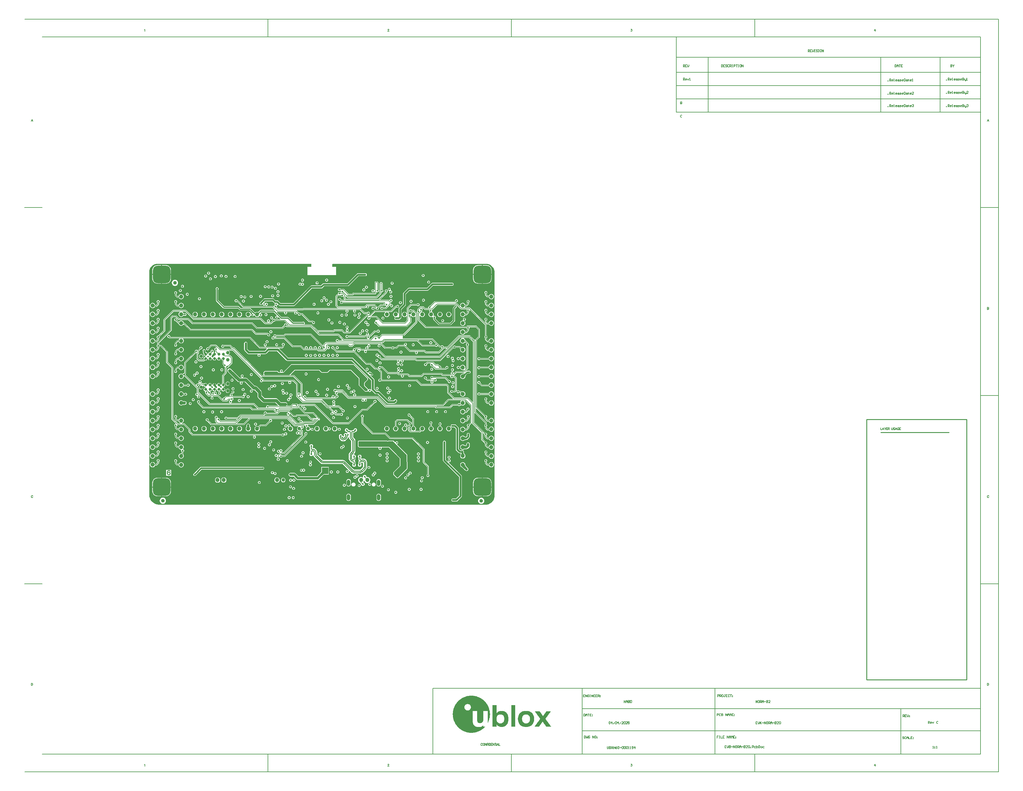
<source format=gbl>
G04*
G04 #@! TF.GenerationSoftware,Altium Limited,Altium Designer,24.6.1 (21)*
G04*
G04 Layer_Physical_Order=6*
G04 Layer_Color=16711680*
%FSLAX44Y44*%
%MOMM*%
G71*
G04*
G04 #@! TF.SameCoordinates,E70CDE82-3EE1-4166-B2EF-4B71CB92BF6A*
G04*
G04*
G04 #@! TF.FilePolarity,Positive*
G04*
G01*
G75*
%ADD10C,0.2000*%
%ADD12C,0.1270*%
%ADD14C,0.2540*%
%ADD16C,0.1000*%
%ADD18C,0.1524*%
%ADD19C,0.1500*%
%ADD86C,1.0000*%
%ADD117C,0.5000*%
%ADD153R,1.8796X1.8796*%
%ADD156C,0.2550*%
%ADD157C,0.2550*%
%ADD170C,0.4000*%
%ADD171C,0.5000*%
%ADD172C,0.7000*%
%ADD173C,0.3000*%
%ADD175C,0.4500*%
%ADD176C,0.9000*%
%ADD177C,0.6000*%
%ADD180O,1.0000X1.8000*%
%ADD181C,1.8796*%
G04:AMPARAMS|DCode=182|XSize=5mm|YSize=5mm|CornerRadius=1.25mm|HoleSize=0mm|Usage=FLASHONLY|Rotation=0.000|XOffset=0mm|YOffset=0mm|HoleType=Round|Shape=RoundedRectangle|*
%AMROUNDEDRECTD182*
21,1,5.0000,2.5000,0,0,0.0*
21,1,2.5000,5.0000,0,0,0.0*
1,1,2.5000,1.2500,-1.2500*
1,1,2.5000,-1.2500,-1.2500*
1,1,2.5000,-1.2500,1.2500*
1,1,2.5000,1.2500,1.2500*
%
%ADD182ROUNDEDRECTD182*%
%ADD183C,0.5080*%
%ADD184C,0.3000*%
%ADD185C,1.2000*%
%ADD186C,0.8000*%
G36*
X978404Y693952D02*
X982703Y692172D01*
X986572Y689586D01*
X989367Y686792D01*
X990639Y685134D01*
X992447Y682427D01*
X994228Y678129D01*
X995136Y673565D01*
Y671238D01*
X995136D01*
X995136Y29888D01*
X995136Y27386D01*
X994160Y22479D01*
X992245Y17857D01*
X989466Y13696D01*
X985928Y10158D01*
X981768Y7379D01*
X977145Y5464D01*
X972238Y4488D01*
X969736Y4488D01*
X32468D01*
X30625Y4488D01*
X26972Y4969D01*
X23413Y5923D01*
X20008Y7334D01*
X16817Y9177D01*
X13894Y11421D01*
X11289Y14027D01*
X9047Y16952D01*
X7205Y20144D01*
X5796Y23549D01*
X4844Y27109D01*
X4365Y30762D01*
X4366Y32605D01*
X4706Y672938D01*
X4707Y675098D01*
X5552Y679333D01*
X7206Y683323D01*
X9607Y686913D01*
X11822Y689127D01*
X11844Y689137D01*
X14685Y691318D01*
X14875Y691444D01*
X17019Y692682D01*
X20244Y694018D01*
X24480Y694860D01*
X26640Y694860D01*
X26640Y694860D01*
Y694860D01*
X446110D01*
Y694809D01*
X469360Y694809D01*
X469360Y686810D01*
X458360Y686810D01*
X458360Y662810D01*
X540360Y662810D01*
X540360Y686810D01*
X529374D01*
X529347Y693907D01*
X530244Y694807D01*
X551610Y694805D01*
Y694805D01*
X551665Y694860D01*
X971514D01*
X973841Y694860D01*
X978404Y693952D01*
D02*
G37*
G36*
X1156705Y-588763D02*
X1156252D01*
Y-589216D01*
Y-589670D01*
X1155798D01*
Y-590123D01*
X1155345D01*
Y-590577D01*
X1154891D01*
Y-591030D01*
Y-591484D01*
X1154438D01*
Y-591937D01*
X1153984D01*
Y-592391D01*
Y-592845D01*
X1153531D01*
Y-593298D01*
X1153077D01*
Y-593752D01*
X1152624D01*
Y-594205D01*
Y-594659D01*
X1152170D01*
Y-595112D01*
X1151716D01*
Y-595566D01*
X1151263D01*
Y-596019D01*
Y-596473D01*
X1150809D01*
Y-596926D01*
X1150356D01*
Y-597380D01*
X1149902D01*
Y-597834D01*
Y-598287D01*
X1149449D01*
Y-598741D01*
X1148995D01*
Y-599194D01*
Y-599648D01*
X1148541D01*
Y-600101D01*
X1148088D01*
Y-600555D01*
X1147634D01*
Y-601008D01*
Y-601462D01*
X1147181D01*
Y-601916D01*
X1146727D01*
Y-602369D01*
X1146274D01*
Y-602823D01*
Y-603276D01*
X1145820D01*
Y-603730D01*
X1145367D01*
Y-604183D01*
Y-604637D01*
X1144913D01*
Y-605090D01*
X1144460D01*
Y-605544D01*
X1144006D01*
Y-605998D01*
Y-606451D01*
X1143552D01*
Y-606905D01*
X1143099D01*
Y-607358D01*
X1142645D01*
Y-607812D01*
Y-608265D01*
X1142192D01*
Y-608719D01*
X1141738D01*
Y-609173D01*
X1141285D01*
Y-609626D01*
Y-610080D01*
Y-610533D01*
X1141738D01*
Y-610987D01*
Y-611440D01*
X1142192D01*
Y-611894D01*
X1142645D01*
Y-612347D01*
X1143099D01*
Y-612801D01*
Y-613255D01*
X1143552D01*
Y-613708D01*
X1144006D01*
Y-614162D01*
X1144460D01*
Y-614615D01*
Y-615069D01*
X1144913D01*
Y-615522D01*
X1145367D01*
Y-615976D01*
Y-616429D01*
X1145820D01*
Y-616883D01*
X1146274D01*
Y-617337D01*
X1146727D01*
Y-617790D01*
Y-618244D01*
X1147181D01*
Y-618697D01*
X1147634D01*
Y-619151D01*
X1148088D01*
Y-619604D01*
Y-620058D01*
X1148541D01*
Y-620511D01*
X1148995D01*
Y-620965D01*
X1149449D01*
Y-621418D01*
Y-621872D01*
X1149902D01*
Y-622326D01*
X1150356D01*
Y-622779D01*
X1150809D01*
Y-623233D01*
Y-623686D01*
X1151263D01*
Y-624140D01*
X1151716D01*
Y-624593D01*
X1152170D01*
Y-625047D01*
Y-625501D01*
X1152624D01*
Y-625954D01*
X1153077D01*
Y-626408D01*
X1153531D01*
Y-626861D01*
Y-627315D01*
X1153984D01*
Y-627768D01*
X1154438D01*
Y-628222D01*
Y-628675D01*
X1154891D01*
Y-629129D01*
X1155345D01*
Y-629583D01*
X1155798D01*
Y-630036D01*
Y-630490D01*
X1156252D01*
Y-630943D01*
X1156705D01*
Y-631397D01*
X1157159D01*
Y-631850D01*
X1157613D01*
Y-632304D01*
X1143099D01*
Y-631850D01*
Y-631397D01*
X1142645D01*
Y-630943D01*
X1142192D01*
Y-630490D01*
X1141738D01*
Y-630036D01*
Y-629583D01*
X1141285D01*
Y-629129D01*
X1140831D01*
Y-628675D01*
X1140378D01*
Y-628222D01*
Y-627768D01*
X1139924D01*
Y-627315D01*
X1139470D01*
Y-626861D01*
Y-626408D01*
X1139017D01*
Y-625954D01*
X1138563D01*
Y-625501D01*
X1138110D01*
Y-625047D01*
Y-624593D01*
X1137656D01*
Y-624140D01*
X1137203D01*
Y-623686D01*
X1136749D01*
Y-623233D01*
Y-622779D01*
X1136295D01*
Y-622326D01*
X1135842D01*
Y-621872D01*
Y-621418D01*
X1135388D01*
Y-620965D01*
X1134935D01*
Y-620511D01*
X1134481D01*
Y-620058D01*
Y-619604D01*
X1134028D01*
Y-619151D01*
X1133574D01*
Y-618697D01*
X1133121D01*
Y-618244D01*
X1132667D01*
Y-618697D01*
Y-619151D01*
X1132214D01*
Y-619604D01*
X1131760D01*
Y-620058D01*
X1131306D01*
Y-620511D01*
Y-620965D01*
X1130853D01*
Y-621418D01*
X1130399D01*
Y-621872D01*
Y-622326D01*
X1129946D01*
Y-622779D01*
X1129492D01*
Y-623233D01*
X1129039D01*
Y-623686D01*
Y-624140D01*
X1128585D01*
Y-624593D01*
X1128131D01*
Y-625047D01*
Y-625501D01*
X1127678D01*
Y-625954D01*
X1127224D01*
Y-626408D01*
X1126771D01*
Y-626861D01*
Y-627315D01*
X1126317D01*
Y-627768D01*
X1125864D01*
Y-628222D01*
Y-628675D01*
X1125410D01*
Y-629129D01*
X1124957D01*
Y-629583D01*
X1124503D01*
Y-630036D01*
Y-630490D01*
X1124049D01*
Y-630943D01*
X1123596D01*
Y-631397D01*
Y-631850D01*
X1123142D01*
Y-632304D01*
X1109989D01*
Y-631850D01*
X1110443D01*
Y-631397D01*
X1110896D01*
Y-630943D01*
Y-630490D01*
X1111350D01*
Y-630036D01*
X1111803D01*
Y-629583D01*
X1112257D01*
Y-629129D01*
Y-628675D01*
X1112711D01*
Y-628222D01*
X1113164D01*
Y-627768D01*
Y-627315D01*
X1113618D01*
Y-626861D01*
X1114071D01*
Y-626408D01*
X1114525D01*
Y-625954D01*
X1114978D01*
Y-625501D01*
Y-625047D01*
X1115432D01*
Y-624593D01*
X1115885D01*
Y-624140D01*
Y-623686D01*
X1116339D01*
Y-623233D01*
X1116793D01*
Y-622779D01*
X1117246D01*
Y-622326D01*
Y-621872D01*
X1117700D01*
Y-621418D01*
X1118153D01*
Y-620965D01*
X1118607D01*
Y-620511D01*
Y-620058D01*
X1119060D01*
Y-619604D01*
X1119514D01*
Y-619151D01*
X1119967D01*
Y-618697D01*
Y-618244D01*
X1120421D01*
Y-617790D01*
X1120875D01*
Y-617337D01*
X1121328D01*
Y-616883D01*
Y-616429D01*
X1121782D01*
Y-615976D01*
X1122235D01*
Y-615522D01*
X1122689D01*
Y-615069D01*
Y-614615D01*
X1123142D01*
Y-614162D01*
X1123596D01*
Y-613708D01*
X1124049D01*
Y-613255D01*
Y-612801D01*
X1124503D01*
Y-612347D01*
X1124957D01*
Y-611894D01*
Y-611440D01*
X1125410D01*
Y-610987D01*
X1125864D01*
Y-610533D01*
X1126317D01*
Y-610080D01*
Y-609626D01*
X1125864D01*
Y-609173D01*
X1125410D01*
Y-608719D01*
X1124957D01*
Y-608265D01*
Y-607812D01*
X1124503D01*
Y-607358D01*
X1124049D01*
Y-606905D01*
X1123596D01*
Y-606451D01*
Y-605998D01*
X1123142D01*
Y-605544D01*
X1122689D01*
Y-605090D01*
Y-604637D01*
X1122235D01*
Y-604183D01*
X1121782D01*
Y-603730D01*
X1121328D01*
Y-603276D01*
Y-602823D01*
X1120875D01*
Y-602369D01*
X1120421D01*
Y-601916D01*
X1119967D01*
Y-601462D01*
Y-601008D01*
X1119514D01*
Y-600555D01*
X1119060D01*
Y-600101D01*
Y-599648D01*
X1118607D01*
Y-599194D01*
X1118153D01*
Y-598741D01*
X1117700D01*
Y-598287D01*
Y-597834D01*
X1117246D01*
Y-597380D01*
X1116793D01*
Y-596926D01*
X1116339D01*
Y-596473D01*
Y-596019D01*
X1115885D01*
Y-595566D01*
X1115432D01*
Y-595112D01*
Y-594659D01*
X1114978D01*
Y-594205D01*
X1114525D01*
Y-593752D01*
X1114071D01*
Y-593298D01*
Y-592845D01*
X1113618D01*
Y-592391D01*
X1113164D01*
Y-591937D01*
X1112711D01*
Y-591484D01*
Y-591030D01*
X1112257D01*
Y-590577D01*
X1111803D01*
Y-590123D01*
Y-589670D01*
X1111350D01*
Y-589216D01*
X1110896D01*
Y-588763D01*
X1110443D01*
Y-588309D01*
X1124503D01*
Y-588763D01*
X1124957D01*
Y-589216D01*
X1125410D01*
Y-589670D01*
Y-590123D01*
X1125864D01*
Y-590577D01*
X1126317D01*
Y-591030D01*
X1126771D01*
Y-591484D01*
Y-591937D01*
X1127224D01*
Y-592391D01*
X1127678D01*
Y-592845D01*
Y-593298D01*
X1128131D01*
Y-593752D01*
X1128585D01*
Y-594205D01*
Y-594659D01*
X1129039D01*
Y-595112D01*
X1129492D01*
Y-595566D01*
X1129946D01*
Y-596019D01*
Y-596473D01*
X1130399D01*
Y-596926D01*
X1130853D01*
Y-597380D01*
Y-597834D01*
X1131306D01*
Y-598287D01*
X1131760D01*
Y-598741D01*
X1132214D01*
Y-599194D01*
Y-599648D01*
X1132667D01*
Y-600101D01*
X1133121D01*
Y-600555D01*
Y-601008D01*
X1133574D01*
Y-601462D01*
X1134028D01*
Y-601916D01*
X1134481D01*
Y-601462D01*
X1134935D01*
Y-601008D01*
Y-600555D01*
X1135388D01*
Y-600101D01*
X1135842D01*
Y-599648D01*
X1136295D01*
Y-599194D01*
Y-598741D01*
X1136749D01*
Y-598287D01*
X1137203D01*
Y-597834D01*
Y-597380D01*
X1137656D01*
Y-596926D01*
X1138110D01*
Y-596473D01*
X1138563D01*
Y-596019D01*
Y-595566D01*
X1139017D01*
Y-595112D01*
X1139470D01*
Y-594659D01*
Y-594205D01*
X1139924D01*
Y-593752D01*
X1140378D01*
Y-593298D01*
X1140831D01*
Y-592845D01*
Y-592391D01*
X1141285D01*
Y-591937D01*
X1141738D01*
Y-591484D01*
Y-591030D01*
X1142192D01*
Y-590577D01*
X1142645D01*
Y-590123D01*
X1143099D01*
Y-589670D01*
Y-589216D01*
X1143552D01*
Y-588763D01*
X1144006D01*
Y-588309D01*
X1156705D01*
Y-588763D01*
D02*
G37*
G36*
X930835Y-543861D02*
X935370D01*
Y-544314D01*
X938092D01*
Y-544768D01*
X940359D01*
Y-545221D01*
X942173D01*
Y-545675D01*
X943988D01*
Y-546128D01*
X945348D01*
Y-546582D01*
X946709D01*
Y-547035D01*
X948070D01*
Y-547489D01*
X948977D01*
Y-547943D01*
X950338D01*
Y-548396D01*
X951245D01*
Y-548850D01*
X952152D01*
Y-549303D01*
X953059D01*
Y-549757D01*
X953966D01*
Y-550210D01*
X954873D01*
Y-550664D01*
X955327D01*
Y-551117D01*
X956234D01*
Y-551571D01*
X957141D01*
Y-552024D01*
X957594D01*
Y-552478D01*
X958502D01*
Y-552932D01*
X958955D01*
Y-553385D01*
X959862D01*
Y-553839D01*
X960316D01*
Y-554292D01*
X960769D01*
Y-554746D01*
X961676D01*
Y-555199D01*
X962130D01*
Y-555653D01*
X962583D01*
Y-556106D01*
X963037D01*
Y-556560D01*
X963944D01*
Y-557014D01*
X964398D01*
Y-557467D01*
X964851D01*
Y-557921D01*
X965305D01*
Y-558374D01*
X965758D01*
Y-558828D01*
X966212D01*
Y-559281D01*
X966665D01*
Y-559735D01*
X967119D01*
Y-560188D01*
X967573D01*
Y-560642D01*
X968026D01*
Y-561096D01*
X968480D01*
Y-561549D01*
X968933D01*
Y-562003D01*
Y-562456D01*
X969387D01*
Y-562910D01*
X969840D01*
Y-563363D01*
X970294D01*
Y-563817D01*
X970748D01*
Y-564271D01*
Y-564724D01*
X971201D01*
Y-565178D01*
X971655D01*
Y-565631D01*
X972108D01*
Y-566085D01*
Y-566538D01*
X972562D01*
Y-566992D01*
X973015D01*
Y-567445D01*
Y-567899D01*
X973469D01*
Y-568353D01*
X973922D01*
Y-568806D01*
Y-569260D01*
X974376D01*
Y-569713D01*
X974829D01*
Y-570167D01*
Y-570620D01*
X975283D01*
Y-571074D01*
Y-571527D01*
X975737D01*
Y-571981D01*
Y-572435D01*
X976190D01*
Y-572888D01*
Y-573342D01*
X976644D01*
Y-573795D01*
Y-574249D01*
X977097D01*
Y-574702D01*
Y-575156D01*
X977551D01*
Y-575609D01*
Y-576063D01*
X978004D01*
Y-576516D01*
Y-576970D01*
Y-577424D01*
X978458D01*
Y-577877D01*
Y-578331D01*
X978912D01*
Y-578784D01*
Y-579238D01*
Y-579691D01*
X979365D01*
Y-580145D01*
Y-580598D01*
Y-581052D01*
X979819D01*
Y-581506D01*
Y-581959D01*
Y-582413D01*
Y-582866D01*
X980272D01*
Y-583320D01*
Y-583773D01*
Y-584227D01*
Y-584680D01*
X980726D01*
Y-585134D01*
Y-585588D01*
Y-586041D01*
Y-586495D01*
X981179D01*
Y-586948D01*
Y-587402D01*
Y-587855D01*
Y-588309D01*
Y-588763D01*
Y-589216D01*
Y-589670D01*
X981633D01*
Y-590123D01*
Y-590577D01*
Y-591030D01*
Y-591484D01*
Y-591937D01*
Y-592391D01*
Y-592845D01*
Y-593298D01*
Y-593752D01*
Y-594205D01*
Y-594659D01*
X982086D01*
Y-595112D01*
Y-595566D01*
Y-596019D01*
Y-596473D01*
Y-596926D01*
Y-597380D01*
Y-597834D01*
Y-598287D01*
Y-598741D01*
Y-599194D01*
X981633D01*
Y-599648D01*
Y-600101D01*
Y-600555D01*
Y-601008D01*
Y-601462D01*
Y-601916D01*
Y-602369D01*
Y-602823D01*
Y-603276D01*
Y-603730D01*
Y-604183D01*
X981179D01*
Y-604637D01*
Y-605090D01*
Y-605544D01*
Y-605998D01*
Y-606451D01*
Y-606905D01*
X980726D01*
Y-607358D01*
Y-607812D01*
Y-608265D01*
Y-608719D01*
Y-609173D01*
X980272D01*
Y-609626D01*
Y-610080D01*
Y-610533D01*
Y-610987D01*
X979819D01*
Y-611440D01*
Y-611894D01*
Y-612347D01*
Y-612801D01*
X979365D01*
Y-613255D01*
Y-613708D01*
Y-614162D01*
X978912D01*
Y-614615D01*
Y-615069D01*
X978458D01*
Y-615522D01*
Y-615976D01*
Y-616429D01*
X978004D01*
Y-616883D01*
Y-617337D01*
X977551D01*
Y-617790D01*
Y-618244D01*
Y-618697D01*
X977097D01*
Y-619151D01*
Y-619604D01*
X976644D01*
Y-620058D01*
Y-620511D01*
X976190D01*
Y-620965D01*
Y-621418D01*
X975737D01*
Y-621872D01*
Y-622326D01*
X975283D01*
Y-621872D01*
Y-621418D01*
Y-620965D01*
Y-620511D01*
Y-620058D01*
Y-619604D01*
Y-619151D01*
Y-618697D01*
Y-618244D01*
Y-617790D01*
Y-617337D01*
Y-616883D01*
Y-616429D01*
Y-615976D01*
Y-615522D01*
Y-615069D01*
Y-614615D01*
Y-614162D01*
Y-613708D01*
Y-613255D01*
Y-612801D01*
Y-612347D01*
Y-611894D01*
Y-611440D01*
Y-610987D01*
Y-610533D01*
Y-610080D01*
Y-609626D01*
Y-609173D01*
Y-608719D01*
Y-608265D01*
Y-607812D01*
Y-607358D01*
Y-606905D01*
Y-606451D01*
Y-605998D01*
Y-605544D01*
Y-605090D01*
Y-604637D01*
Y-604183D01*
Y-603730D01*
Y-603276D01*
Y-602823D01*
Y-602369D01*
Y-601916D01*
Y-601462D01*
Y-601008D01*
Y-600555D01*
Y-600101D01*
Y-599648D01*
Y-599194D01*
Y-598741D01*
Y-598287D01*
Y-597834D01*
Y-597380D01*
Y-596926D01*
Y-596473D01*
Y-596019D01*
Y-595566D01*
Y-595112D01*
Y-594659D01*
Y-594205D01*
Y-593752D01*
Y-593298D01*
Y-592845D01*
Y-592391D01*
Y-591937D01*
Y-591484D01*
Y-591030D01*
Y-590577D01*
Y-590123D01*
Y-589670D01*
Y-589216D01*
Y-588763D01*
Y-588309D01*
Y-587855D01*
X962583D01*
Y-588309D01*
Y-588763D01*
Y-589216D01*
Y-589670D01*
Y-590123D01*
Y-590577D01*
Y-591030D01*
Y-591484D01*
Y-591937D01*
Y-592391D01*
Y-592845D01*
Y-593298D01*
Y-593752D01*
Y-594205D01*
Y-594659D01*
Y-595112D01*
Y-595566D01*
Y-596019D01*
Y-596473D01*
Y-596926D01*
Y-597380D01*
Y-597834D01*
Y-598287D01*
Y-598741D01*
Y-599194D01*
Y-599648D01*
Y-600101D01*
Y-600555D01*
Y-601008D01*
Y-601462D01*
Y-601916D01*
Y-602369D01*
Y-602823D01*
Y-603276D01*
Y-603730D01*
Y-604183D01*
Y-604637D01*
Y-605090D01*
Y-605544D01*
Y-605998D01*
Y-606451D01*
Y-606905D01*
Y-607358D01*
Y-607812D01*
Y-608265D01*
Y-608719D01*
Y-609173D01*
Y-609626D01*
Y-610080D01*
Y-610533D01*
Y-610987D01*
Y-611440D01*
Y-611894D01*
Y-612347D01*
Y-612801D01*
Y-613255D01*
Y-613708D01*
Y-614162D01*
Y-614615D01*
Y-615069D01*
Y-615522D01*
X962130D01*
Y-615976D01*
Y-616429D01*
Y-616883D01*
Y-617337D01*
X961676D01*
Y-617790D01*
Y-618244D01*
X961223D01*
Y-618697D01*
Y-619151D01*
X960769D01*
Y-619604D01*
X960316D01*
Y-620058D01*
X959862D01*
Y-620511D01*
X959409D01*
Y-620965D01*
X958955D01*
Y-621418D01*
X958048D01*
Y-621872D01*
X956687D01*
Y-622326D01*
X950338D01*
Y-621872D01*
X948977D01*
Y-621418D01*
X948070D01*
Y-620965D01*
X947616D01*
Y-620511D01*
X947163D01*
Y-620058D01*
X946709D01*
Y-619604D01*
Y-619151D01*
X946255D01*
Y-618697D01*
Y-618244D01*
X945802D01*
Y-617790D01*
Y-617337D01*
Y-616883D01*
Y-616429D01*
X945348D01*
Y-615976D01*
Y-615522D01*
Y-615069D01*
Y-614615D01*
Y-614162D01*
Y-613708D01*
Y-613255D01*
Y-612801D01*
Y-612347D01*
Y-611894D01*
Y-611440D01*
Y-610987D01*
Y-610533D01*
Y-610080D01*
Y-609626D01*
Y-609173D01*
Y-608719D01*
Y-608265D01*
Y-607812D01*
Y-607358D01*
Y-606905D01*
Y-606451D01*
Y-605998D01*
Y-605544D01*
Y-605090D01*
Y-604637D01*
Y-604183D01*
Y-603730D01*
Y-603276D01*
Y-602823D01*
Y-602369D01*
Y-601916D01*
Y-601462D01*
Y-601008D01*
Y-600555D01*
Y-600101D01*
Y-599648D01*
Y-599194D01*
Y-598741D01*
Y-598287D01*
Y-597834D01*
Y-597380D01*
Y-596926D01*
Y-596473D01*
Y-596019D01*
Y-595566D01*
Y-595112D01*
Y-594659D01*
Y-594205D01*
Y-593752D01*
Y-593298D01*
Y-592845D01*
Y-592391D01*
Y-591937D01*
Y-591484D01*
Y-591030D01*
Y-590577D01*
Y-590123D01*
Y-589670D01*
Y-589216D01*
Y-588763D01*
Y-588309D01*
Y-587855D01*
X932649D01*
Y-588309D01*
Y-588763D01*
Y-589216D01*
Y-589670D01*
Y-590123D01*
Y-590577D01*
Y-591030D01*
Y-591484D01*
Y-591937D01*
Y-592391D01*
Y-592845D01*
Y-593298D01*
Y-593752D01*
Y-594205D01*
Y-594659D01*
Y-595112D01*
Y-595566D01*
Y-596019D01*
Y-596473D01*
Y-596926D01*
Y-597380D01*
Y-597834D01*
Y-598287D01*
Y-598741D01*
Y-599194D01*
Y-599648D01*
Y-600101D01*
Y-600555D01*
Y-601008D01*
Y-601462D01*
Y-601916D01*
Y-602369D01*
Y-602823D01*
Y-603276D01*
Y-603730D01*
Y-604183D01*
Y-604637D01*
Y-605090D01*
Y-605544D01*
Y-605998D01*
Y-606451D01*
Y-606905D01*
Y-607358D01*
Y-607812D01*
Y-608265D01*
Y-608719D01*
Y-609173D01*
Y-609626D01*
Y-610080D01*
Y-610533D01*
Y-610987D01*
Y-611440D01*
Y-611894D01*
Y-612347D01*
Y-612801D01*
Y-613255D01*
Y-613708D01*
Y-614162D01*
Y-614615D01*
Y-615069D01*
Y-615522D01*
Y-615976D01*
Y-616429D01*
Y-616883D01*
Y-617337D01*
Y-617790D01*
Y-618244D01*
Y-618697D01*
Y-619151D01*
Y-619604D01*
Y-620058D01*
Y-620511D01*
Y-620965D01*
X933102D01*
Y-621418D01*
Y-621872D01*
Y-622326D01*
Y-622779D01*
X933556D01*
Y-623233D01*
Y-623686D01*
Y-624140D01*
X934009D01*
Y-624593D01*
Y-625047D01*
Y-625501D01*
X934463D01*
Y-625954D01*
Y-626408D01*
X934917D01*
Y-626861D01*
X935370D01*
Y-627315D01*
Y-627768D01*
X935824D01*
Y-628222D01*
X936277D01*
Y-628675D01*
X936731D01*
Y-629129D01*
X937184D01*
Y-629583D01*
X937638D01*
Y-630036D01*
X938092D01*
Y-630490D01*
X938999D01*
Y-630943D01*
X939452D01*
Y-631397D01*
X940359D01*
Y-631850D01*
X941266D01*
Y-632304D01*
X942173D01*
Y-632757D01*
X943534D01*
Y-633211D01*
X945348D01*
Y-633665D01*
X954419D01*
Y-633211D01*
X956234D01*
Y-632757D01*
X957141D01*
Y-632304D01*
X958502D01*
Y-631850D01*
X958955D01*
Y-631397D01*
X959862D01*
Y-630943D01*
X960316D01*
Y-630490D01*
X960769D01*
Y-630036D01*
X961676D01*
Y-629583D01*
X962130D01*
Y-629129D01*
X962583D01*
Y-628675D01*
Y-628222D01*
X963037D01*
Y-628675D01*
Y-629129D01*
Y-629583D01*
Y-630036D01*
Y-630490D01*
Y-630943D01*
Y-631397D01*
Y-631850D01*
Y-632304D01*
Y-632757D01*
X968026D01*
Y-633211D01*
X967573D01*
Y-633665D01*
X967119D01*
Y-634118D01*
X966665D01*
Y-634572D01*
X966212D01*
Y-635025D01*
X965758D01*
Y-635479D01*
X965305D01*
Y-635932D01*
X964851D01*
Y-636386D01*
X964398D01*
Y-636839D01*
X963491D01*
Y-637293D01*
X963037D01*
Y-637747D01*
X962583D01*
Y-638200D01*
X962130D01*
Y-638654D01*
X961223D01*
Y-639107D01*
X960769D01*
Y-639561D01*
X960316D01*
Y-640014D01*
X959409D01*
Y-640468D01*
X958955D01*
Y-640921D01*
X958048D01*
Y-641375D01*
X957594D01*
Y-641829D01*
X956687D01*
Y-642282D01*
X956234D01*
Y-642736D01*
X955327D01*
Y-643189D01*
X954419D01*
Y-643643D01*
X953512D01*
Y-644096D01*
X953059D01*
Y-644550D01*
X952152D01*
Y-645004D01*
X950791D01*
Y-645457D01*
X949884D01*
Y-645911D01*
X948977D01*
Y-646364D01*
X947616D01*
Y-646818D01*
X946709D01*
Y-647271D01*
X945348D01*
Y-647725D01*
X943534D01*
Y-648178D01*
X942173D01*
Y-648632D01*
X940359D01*
Y-649085D01*
X937638D01*
Y-649539D01*
X934463D01*
Y-649993D01*
X922671D01*
Y-649539D01*
X919496D01*
Y-649085D01*
X917228D01*
Y-648632D01*
X915414D01*
Y-648178D01*
X913599D01*
Y-647725D01*
X912239D01*
Y-647271D01*
X910878D01*
Y-646818D01*
X909518D01*
Y-646364D01*
X908610D01*
Y-645911D01*
X907250D01*
Y-645457D01*
X906343D01*
Y-645004D01*
X905435D01*
Y-644550D01*
X904528D01*
Y-644096D01*
X903621D01*
Y-643643D01*
X902714D01*
Y-643189D01*
X901807D01*
Y-642736D01*
X901354D01*
Y-642282D01*
X900446D01*
Y-641829D01*
X899539D01*
Y-641375D01*
X899086D01*
Y-640921D01*
X898179D01*
Y-640468D01*
X897725D01*
Y-640014D01*
X897271D01*
Y-639561D01*
X896364D01*
Y-639107D01*
X895911D01*
Y-638654D01*
X895457D01*
Y-638200D01*
X894550D01*
Y-637747D01*
X894097D01*
Y-637293D01*
X893643D01*
Y-636839D01*
X893189D01*
Y-636386D01*
X892736D01*
Y-635932D01*
X892282D01*
Y-635479D01*
X891829D01*
Y-635025D01*
X891375D01*
Y-634572D01*
X890922D01*
Y-634118D01*
X890468D01*
Y-633665D01*
X890015D01*
Y-633211D01*
X889561D01*
Y-632757D01*
X889108D01*
Y-632304D01*
X888654D01*
Y-631850D01*
X888200D01*
Y-631397D01*
X887747D01*
Y-630943D01*
X887293D01*
Y-630490D01*
Y-630036D01*
X886840D01*
Y-629583D01*
X886386D01*
Y-629129D01*
X885933D01*
Y-628675D01*
X885479D01*
Y-628222D01*
Y-627768D01*
X885025D01*
Y-627315D01*
X884572D01*
Y-626861D01*
Y-626408D01*
X884118D01*
Y-625954D01*
X883665D01*
Y-625501D01*
Y-625047D01*
X883211D01*
Y-624593D01*
X882758D01*
Y-624140D01*
Y-623686D01*
X882304D01*
Y-623233D01*
Y-622779D01*
X881851D01*
Y-622326D01*
Y-621872D01*
X881397D01*
Y-621418D01*
Y-620965D01*
X880944D01*
Y-620511D01*
Y-620058D01*
X880490D01*
Y-619604D01*
Y-619151D01*
X880036D01*
Y-618697D01*
Y-618244D01*
X879583D01*
Y-617790D01*
Y-617337D01*
X879129D01*
Y-616883D01*
Y-616429D01*
Y-615976D01*
X878676D01*
Y-615522D01*
Y-615069D01*
Y-614615D01*
X878222D01*
Y-614162D01*
Y-613708D01*
X877769D01*
Y-613255D01*
Y-612801D01*
Y-612347D01*
Y-611894D01*
X877315D01*
Y-611440D01*
Y-610987D01*
Y-610533D01*
X876861D01*
Y-610080D01*
Y-609626D01*
Y-609173D01*
Y-608719D01*
X876408D01*
Y-608265D01*
Y-607812D01*
Y-607358D01*
Y-606905D01*
Y-606451D01*
X875954D01*
Y-605998D01*
Y-605544D01*
Y-605090D01*
Y-604637D01*
Y-604183D01*
Y-603730D01*
Y-603276D01*
X875501D01*
Y-602823D01*
Y-602369D01*
Y-601916D01*
Y-601462D01*
Y-601008D01*
Y-600555D01*
Y-600101D01*
Y-599648D01*
Y-599194D01*
Y-598741D01*
X875047D01*
Y-598287D01*
Y-597834D01*
Y-597380D01*
Y-596926D01*
Y-596473D01*
Y-596019D01*
Y-595566D01*
Y-595112D01*
Y-594659D01*
X875501D01*
Y-594205D01*
Y-593752D01*
Y-593298D01*
Y-592845D01*
Y-592391D01*
Y-591937D01*
Y-591484D01*
Y-591030D01*
Y-590577D01*
X875954D01*
Y-590123D01*
Y-589670D01*
Y-589216D01*
Y-588763D01*
Y-588309D01*
Y-587855D01*
Y-587402D01*
X876408D01*
Y-586948D01*
Y-586495D01*
Y-586041D01*
Y-585588D01*
Y-585134D01*
X876861D01*
Y-584680D01*
Y-584227D01*
Y-583773D01*
Y-583320D01*
X877315D01*
Y-582866D01*
Y-582413D01*
Y-581959D01*
Y-581506D01*
X877769D01*
Y-581052D01*
Y-580598D01*
Y-580145D01*
X878222D01*
Y-579691D01*
Y-579238D01*
Y-578784D01*
X878676D01*
Y-578331D01*
Y-577877D01*
X879129D01*
Y-577424D01*
Y-576970D01*
Y-576516D01*
X879583D01*
Y-576063D01*
Y-575609D01*
X880036D01*
Y-575156D01*
Y-574702D01*
Y-574249D01*
X880490D01*
Y-573795D01*
Y-573342D01*
X880944D01*
Y-572888D01*
Y-572435D01*
X881397D01*
Y-571981D01*
Y-571527D01*
X881851D01*
Y-571074D01*
X882304D01*
Y-570620D01*
Y-570167D01*
X882758D01*
Y-569713D01*
Y-569260D01*
X883211D01*
Y-568806D01*
X883665D01*
Y-568353D01*
Y-567899D01*
X884118D01*
Y-567445D01*
X884572D01*
Y-566992D01*
Y-566538D01*
X885025D01*
Y-566085D01*
X885479D01*
Y-565631D01*
Y-565178D01*
X885933D01*
Y-564724D01*
X886386D01*
Y-564271D01*
X886840D01*
Y-563817D01*
Y-563363D01*
X887293D01*
Y-562910D01*
X887747D01*
Y-562456D01*
X888200D01*
Y-562003D01*
X888654D01*
Y-561549D01*
X889108D01*
Y-561096D01*
X889561D01*
Y-560642D01*
X890015D01*
Y-560188D01*
Y-559735D01*
X890468D01*
Y-559281D01*
X890922D01*
Y-558828D01*
X891375D01*
Y-558374D01*
X892282D01*
Y-557921D01*
X892736D01*
Y-557467D01*
X893189D01*
Y-557014D01*
X893643D01*
Y-556560D01*
X894097D01*
Y-556106D01*
X894550D01*
Y-555653D01*
X895004D01*
Y-555199D01*
X895911D01*
Y-554746D01*
X896364D01*
Y-554292D01*
X896818D01*
Y-553839D01*
X897725D01*
Y-553385D01*
X898179D01*
Y-552932D01*
X899086D01*
Y-552478D01*
X899539D01*
Y-552024D01*
X900446D01*
Y-551571D01*
X900900D01*
Y-551117D01*
X901807D01*
Y-550664D01*
X902714D01*
Y-550210D01*
X903168D01*
Y-549757D01*
X904528D01*
Y-549303D01*
X905435D01*
Y-548850D01*
X906343D01*
Y-548396D01*
X907250D01*
Y-547943D01*
X908157D01*
Y-547489D01*
X909518D01*
Y-547035D01*
X910425D01*
Y-546582D01*
X911785D01*
Y-546128D01*
X913146D01*
Y-545675D01*
X914960D01*
Y-545221D01*
X916774D01*
Y-544768D01*
X919042D01*
Y-544314D01*
X922217D01*
Y-543861D01*
X926753D01*
Y-543407D01*
X930835D01*
Y-543861D01*
D02*
G37*
G36*
X1054655Y-571074D02*
Y-571527D01*
Y-571981D01*
Y-572435D01*
Y-572888D01*
Y-573342D01*
Y-573795D01*
Y-574249D01*
Y-574702D01*
Y-575156D01*
Y-575609D01*
Y-576063D01*
Y-576516D01*
Y-576970D01*
Y-577424D01*
Y-577877D01*
Y-578331D01*
Y-578784D01*
Y-579238D01*
Y-579691D01*
Y-580145D01*
Y-580598D01*
Y-581052D01*
Y-581506D01*
Y-581959D01*
Y-582413D01*
Y-582866D01*
Y-583320D01*
Y-583773D01*
Y-584227D01*
Y-584680D01*
Y-585134D01*
Y-585588D01*
Y-586041D01*
Y-586495D01*
Y-586948D01*
Y-587402D01*
Y-587855D01*
Y-588309D01*
Y-588763D01*
Y-589216D01*
Y-589670D01*
Y-590123D01*
Y-590577D01*
Y-591030D01*
Y-591484D01*
Y-591937D01*
Y-592391D01*
Y-592845D01*
Y-593298D01*
Y-593752D01*
Y-594205D01*
Y-594659D01*
Y-595112D01*
Y-595566D01*
Y-596019D01*
Y-596473D01*
Y-596926D01*
Y-597380D01*
Y-597834D01*
Y-598287D01*
Y-598741D01*
Y-599194D01*
Y-599648D01*
Y-600101D01*
Y-600555D01*
Y-601008D01*
Y-601462D01*
Y-601916D01*
Y-602369D01*
Y-602823D01*
Y-603276D01*
Y-603730D01*
Y-604183D01*
Y-604637D01*
Y-605090D01*
Y-605544D01*
Y-605998D01*
Y-606451D01*
Y-606905D01*
Y-607358D01*
Y-607812D01*
Y-608265D01*
Y-608719D01*
Y-609173D01*
Y-609626D01*
Y-610080D01*
Y-610533D01*
Y-610987D01*
Y-611440D01*
Y-611894D01*
Y-612347D01*
Y-612801D01*
Y-613255D01*
Y-613708D01*
Y-614162D01*
Y-614615D01*
Y-615069D01*
Y-615522D01*
Y-615976D01*
Y-616429D01*
Y-616883D01*
Y-617337D01*
Y-617790D01*
Y-618244D01*
Y-618697D01*
Y-619151D01*
Y-619604D01*
Y-620058D01*
Y-620511D01*
Y-620965D01*
Y-621418D01*
Y-621872D01*
Y-622326D01*
Y-622779D01*
Y-623233D01*
Y-623686D01*
Y-624140D01*
Y-624593D01*
Y-625047D01*
Y-625501D01*
Y-625954D01*
Y-626408D01*
Y-626861D01*
Y-627315D01*
Y-627768D01*
Y-628222D01*
Y-628675D01*
Y-629129D01*
Y-629583D01*
Y-630036D01*
Y-630490D01*
Y-630943D01*
Y-631397D01*
Y-631850D01*
Y-632304D01*
X1043316D01*
Y-631850D01*
Y-631397D01*
Y-630943D01*
Y-630490D01*
Y-630036D01*
Y-629583D01*
Y-629129D01*
Y-628675D01*
Y-628222D01*
Y-627768D01*
Y-627315D01*
Y-626861D01*
Y-626408D01*
Y-625954D01*
Y-625501D01*
Y-625047D01*
Y-624593D01*
Y-624140D01*
Y-623686D01*
Y-623233D01*
Y-622779D01*
Y-622326D01*
Y-621872D01*
Y-621418D01*
Y-620965D01*
Y-620511D01*
Y-620058D01*
Y-619604D01*
Y-619151D01*
Y-618697D01*
Y-618244D01*
Y-617790D01*
Y-617337D01*
Y-616883D01*
Y-616429D01*
Y-615976D01*
Y-615522D01*
Y-615069D01*
Y-614615D01*
Y-614162D01*
Y-613708D01*
Y-613255D01*
Y-612801D01*
Y-612347D01*
Y-611894D01*
Y-611440D01*
Y-610987D01*
Y-610533D01*
Y-610080D01*
Y-609626D01*
Y-609173D01*
Y-608719D01*
Y-608265D01*
Y-607812D01*
Y-607358D01*
Y-606905D01*
Y-606451D01*
Y-605998D01*
Y-605544D01*
Y-605090D01*
Y-604637D01*
Y-604183D01*
Y-603730D01*
Y-603276D01*
Y-602823D01*
Y-602369D01*
Y-601916D01*
Y-601462D01*
Y-601008D01*
Y-600555D01*
Y-600101D01*
Y-599648D01*
Y-599194D01*
Y-598741D01*
Y-598287D01*
Y-597834D01*
Y-597380D01*
Y-596926D01*
Y-596473D01*
Y-596019D01*
Y-595566D01*
Y-595112D01*
Y-594659D01*
Y-594205D01*
Y-593752D01*
Y-593298D01*
Y-592845D01*
Y-592391D01*
Y-591937D01*
Y-591484D01*
Y-591030D01*
Y-590577D01*
Y-590123D01*
Y-589670D01*
Y-589216D01*
Y-588763D01*
Y-588309D01*
Y-587855D01*
Y-587402D01*
Y-586948D01*
Y-586495D01*
Y-586041D01*
Y-585588D01*
Y-585134D01*
Y-584680D01*
Y-584227D01*
Y-583773D01*
Y-583320D01*
Y-582866D01*
Y-582413D01*
Y-581959D01*
Y-581506D01*
Y-581052D01*
Y-580598D01*
Y-580145D01*
Y-579691D01*
Y-579238D01*
Y-578784D01*
Y-578331D01*
Y-577877D01*
Y-577424D01*
Y-576970D01*
Y-576516D01*
Y-576063D01*
Y-575609D01*
Y-575156D01*
Y-574702D01*
Y-574249D01*
Y-573795D01*
Y-573342D01*
Y-572888D01*
Y-572435D01*
Y-571981D01*
Y-571527D01*
Y-571074D01*
Y-570620D01*
X1054655D01*
Y-571074D01*
D02*
G37*
G36*
X1090940Y-587855D02*
X1093208D01*
Y-588309D01*
X1094568D01*
Y-588763D01*
X1095929D01*
Y-589216D01*
X1096836D01*
Y-589670D01*
X1097743D01*
Y-590123D01*
X1098650D01*
Y-590577D01*
X1099557D01*
Y-591030D01*
X1100011D01*
Y-591484D01*
X1100918D01*
Y-591937D01*
X1101372D01*
Y-592391D01*
X1101825D01*
Y-592845D01*
X1102279D01*
Y-593298D01*
X1102732D01*
Y-593752D01*
X1103186D01*
Y-594205D01*
X1103639D01*
Y-594659D01*
X1104093D01*
Y-595112D01*
X1104547D01*
Y-595566D01*
Y-596019D01*
X1105000D01*
Y-596473D01*
X1105454D01*
Y-596926D01*
Y-597380D01*
X1105907D01*
Y-597834D01*
Y-598287D01*
X1106361D01*
Y-598741D01*
Y-599194D01*
X1106814D01*
Y-599648D01*
Y-600101D01*
X1107268D01*
Y-600555D01*
Y-601008D01*
Y-601462D01*
X1107721D01*
Y-601916D01*
Y-602369D01*
Y-602823D01*
Y-603276D01*
Y-603730D01*
X1108175D01*
Y-604183D01*
Y-604637D01*
Y-605090D01*
Y-605544D01*
Y-605998D01*
Y-606451D01*
Y-606905D01*
X1108628D01*
Y-607358D01*
Y-607812D01*
Y-608265D01*
Y-608719D01*
Y-609173D01*
Y-609626D01*
Y-610080D01*
Y-610533D01*
Y-610987D01*
Y-611440D01*
Y-611894D01*
Y-612347D01*
Y-612801D01*
Y-613255D01*
Y-613708D01*
X1108175D01*
Y-614162D01*
Y-614615D01*
Y-615069D01*
Y-615522D01*
Y-615976D01*
Y-616429D01*
Y-616883D01*
X1107721D01*
Y-617337D01*
Y-617790D01*
Y-618244D01*
Y-618697D01*
X1107268D01*
Y-619151D01*
Y-619604D01*
Y-620058D01*
X1106814D01*
Y-620511D01*
Y-620965D01*
Y-621418D01*
X1106361D01*
Y-621872D01*
Y-622326D01*
X1105907D01*
Y-622779D01*
Y-623233D01*
X1105454D01*
Y-623686D01*
Y-624140D01*
X1105000D01*
Y-624593D01*
X1104547D01*
Y-625047D01*
X1104093D01*
Y-625501D01*
Y-625954D01*
X1103639D01*
Y-626408D01*
X1103186D01*
Y-626861D01*
X1102732D01*
Y-627315D01*
X1102279D01*
Y-627768D01*
X1101825D01*
Y-628222D01*
X1101372D01*
Y-628675D01*
X1100465D01*
Y-629129D01*
X1100011D01*
Y-629583D01*
X1099104D01*
Y-630036D01*
X1098650D01*
Y-630490D01*
X1097743D01*
Y-630943D01*
X1096836D01*
Y-631397D01*
X1095475D01*
Y-631850D01*
X1094115D01*
Y-632304D01*
X1092754D01*
Y-632757D01*
X1090486D01*
Y-633211D01*
X1080962D01*
Y-632757D01*
X1078240D01*
Y-632304D01*
X1076426D01*
Y-631850D01*
X1075519D01*
Y-631397D01*
X1074158D01*
Y-630943D01*
X1073251D01*
Y-630490D01*
X1072344D01*
Y-630036D01*
X1071890D01*
Y-629583D01*
X1070983D01*
Y-629129D01*
X1070530D01*
Y-628675D01*
X1069623D01*
Y-628222D01*
X1069169D01*
Y-627768D01*
X1068716D01*
Y-627315D01*
X1068262D01*
Y-626861D01*
X1067809D01*
Y-626408D01*
X1067355D01*
Y-625954D01*
X1066901D01*
Y-625501D01*
Y-625047D01*
X1066448D01*
Y-624593D01*
X1065994D01*
Y-624140D01*
X1065541D01*
Y-623686D01*
Y-623233D01*
X1065087D01*
Y-622779D01*
Y-622326D01*
X1064634D01*
Y-621872D01*
Y-621418D01*
X1064180D01*
Y-620965D01*
Y-620511D01*
Y-620058D01*
X1063727D01*
Y-619604D01*
Y-619151D01*
Y-618697D01*
X1063273D01*
Y-618244D01*
Y-617790D01*
Y-617337D01*
Y-616883D01*
X1062819D01*
Y-616429D01*
Y-615976D01*
Y-615522D01*
Y-615069D01*
Y-614615D01*
Y-614162D01*
Y-613708D01*
Y-613255D01*
X1062366D01*
Y-612801D01*
Y-612347D01*
Y-611894D01*
Y-611440D01*
Y-610987D01*
Y-610533D01*
Y-610080D01*
Y-609626D01*
Y-609173D01*
Y-608719D01*
Y-608265D01*
Y-607812D01*
Y-607358D01*
X1062819D01*
Y-606905D01*
Y-606451D01*
Y-605998D01*
Y-605544D01*
Y-605090D01*
Y-604637D01*
Y-604183D01*
Y-603730D01*
X1063273D01*
Y-603276D01*
Y-602823D01*
Y-602369D01*
Y-601916D01*
X1063727D01*
Y-601462D01*
Y-601008D01*
Y-600555D01*
X1064180D01*
Y-600101D01*
Y-599648D01*
Y-599194D01*
X1064634D01*
Y-598741D01*
Y-598287D01*
X1065087D01*
Y-597834D01*
Y-597380D01*
X1065541D01*
Y-596926D01*
Y-596473D01*
X1065994D01*
Y-596019D01*
X1066448D01*
Y-595566D01*
Y-595112D01*
X1066901D01*
Y-594659D01*
X1067355D01*
Y-594205D01*
X1067809D01*
Y-593752D01*
X1068262D01*
Y-593298D01*
X1068716D01*
Y-592845D01*
X1069169D01*
Y-592391D01*
X1069623D01*
Y-591937D01*
X1070076D01*
Y-591484D01*
X1070983D01*
Y-591030D01*
X1071437D01*
Y-590577D01*
X1072344D01*
Y-590123D01*
X1073251D01*
Y-589670D01*
X1074158D01*
Y-589216D01*
X1075065D01*
Y-588763D01*
X1076426D01*
Y-588309D01*
X1077787D01*
Y-587855D01*
X1080054D01*
Y-587402D01*
X1090940D01*
Y-587855D01*
D02*
G37*
G36*
X1001136Y-571074D02*
Y-571527D01*
Y-571981D01*
Y-572435D01*
Y-572888D01*
Y-573342D01*
Y-573795D01*
Y-574249D01*
Y-574702D01*
Y-575156D01*
Y-575609D01*
Y-576063D01*
Y-576516D01*
Y-576970D01*
Y-577424D01*
Y-577877D01*
Y-578331D01*
Y-578784D01*
Y-579238D01*
Y-579691D01*
Y-580145D01*
Y-580598D01*
Y-581052D01*
Y-581506D01*
Y-581959D01*
Y-582413D01*
Y-582866D01*
Y-583320D01*
Y-583773D01*
Y-584227D01*
Y-584680D01*
Y-585134D01*
Y-585588D01*
Y-586041D01*
Y-586495D01*
Y-586948D01*
Y-587402D01*
Y-587855D01*
Y-588309D01*
Y-588763D01*
Y-589216D01*
Y-589670D01*
Y-590123D01*
Y-590577D01*
Y-591030D01*
Y-591484D01*
Y-591937D01*
Y-592391D01*
Y-592845D01*
Y-593298D01*
X1002043D01*
Y-592845D01*
X1002496D01*
Y-592391D01*
X1002950D01*
Y-591937D01*
X1003404D01*
Y-591484D01*
X1003857D01*
Y-591030D01*
X1004311D01*
Y-590577D01*
X1004764D01*
Y-590123D01*
X1005671D01*
Y-589670D01*
X1006125D01*
Y-589216D01*
X1007032D01*
Y-588763D01*
X1007939D01*
Y-588309D01*
X1009300D01*
Y-587855D01*
X1011114D01*
Y-587402D01*
X1019732D01*
Y-587855D01*
X1021546D01*
Y-588309D01*
X1022906D01*
Y-588763D01*
X1024267D01*
Y-589216D01*
X1025174D01*
Y-589670D01*
X1025628D01*
Y-590123D01*
X1026535D01*
Y-590577D01*
X1026989D01*
Y-591030D01*
X1027896D01*
Y-591484D01*
X1028349D01*
Y-591937D01*
X1028803D01*
Y-592391D01*
X1029256D01*
Y-592845D01*
X1029710D01*
Y-593298D01*
X1030163D01*
Y-593752D01*
Y-594205D01*
X1030617D01*
Y-594659D01*
X1031070D01*
Y-595112D01*
X1031524D01*
Y-595566D01*
Y-596019D01*
X1031978D01*
Y-596473D01*
Y-596926D01*
X1032431D01*
Y-597380D01*
Y-597834D01*
X1032885D01*
Y-598287D01*
Y-598741D01*
X1033338D01*
Y-599194D01*
Y-599648D01*
Y-600101D01*
X1033792D01*
Y-600555D01*
Y-601008D01*
Y-601462D01*
Y-601916D01*
X1034245D01*
Y-602369D01*
Y-602823D01*
Y-603276D01*
Y-603730D01*
Y-604183D01*
X1034699D01*
Y-604637D01*
Y-605090D01*
Y-605544D01*
Y-605998D01*
Y-606451D01*
Y-606905D01*
Y-607358D01*
Y-607812D01*
Y-608265D01*
X1035153D01*
Y-608719D01*
X1034699D01*
Y-609173D01*
Y-609626D01*
Y-610080D01*
Y-610533D01*
Y-610987D01*
Y-611440D01*
Y-611894D01*
Y-612347D01*
Y-612801D01*
Y-613255D01*
Y-613708D01*
Y-614162D01*
Y-614615D01*
Y-615069D01*
Y-615522D01*
Y-615976D01*
Y-616429D01*
X1034245D01*
Y-616883D01*
Y-617337D01*
Y-617790D01*
Y-618244D01*
Y-618697D01*
X1033792D01*
Y-619151D01*
Y-619604D01*
Y-620058D01*
X1033338D01*
Y-620511D01*
Y-620965D01*
Y-621418D01*
X1032885D01*
Y-621872D01*
Y-622326D01*
Y-622779D01*
X1032431D01*
Y-623233D01*
Y-623686D01*
X1031978D01*
Y-624140D01*
Y-624593D01*
X1031524D01*
Y-625047D01*
X1031070D01*
Y-625501D01*
Y-625954D01*
X1030617D01*
Y-626408D01*
X1030163D01*
Y-626861D01*
X1029710D01*
Y-627315D01*
X1029256D01*
Y-627768D01*
Y-628222D01*
X1028349D01*
Y-628675D01*
X1027896D01*
Y-629129D01*
X1027442D01*
Y-629583D01*
X1026989D01*
Y-630036D01*
X1026081D01*
Y-630490D01*
X1025628D01*
Y-630943D01*
X1024721D01*
Y-631397D01*
X1023814D01*
Y-631850D01*
X1022906D01*
Y-632304D01*
X1021546D01*
Y-632757D01*
X1019278D01*
Y-633211D01*
X1011568D01*
Y-632757D01*
X1009300D01*
Y-632304D01*
X1008393D01*
Y-631850D01*
X1007032D01*
Y-631397D01*
X1006579D01*
Y-630943D01*
X1005671D01*
Y-630490D01*
X1005218D01*
Y-630036D01*
X1004311D01*
Y-629583D01*
X1003857D01*
Y-629129D01*
X1003404D01*
Y-628675D01*
X1002950D01*
Y-628222D01*
X1002496D01*
Y-627768D01*
X1002043D01*
Y-627315D01*
X1001589D01*
Y-626861D01*
Y-626408D01*
X1000682D01*
Y-626861D01*
Y-627315D01*
Y-627768D01*
Y-628222D01*
Y-628675D01*
Y-629129D01*
Y-629583D01*
Y-630036D01*
Y-630490D01*
Y-630943D01*
Y-631397D01*
Y-631850D01*
Y-632304D01*
X989343D01*
Y-631850D01*
Y-631397D01*
Y-630943D01*
Y-630490D01*
Y-630036D01*
Y-629583D01*
Y-629129D01*
Y-628675D01*
Y-628222D01*
Y-627768D01*
Y-627315D01*
Y-626861D01*
Y-626408D01*
Y-625954D01*
Y-625501D01*
Y-625047D01*
Y-624593D01*
Y-624140D01*
Y-623686D01*
Y-623233D01*
Y-622779D01*
Y-622326D01*
Y-621872D01*
Y-621418D01*
Y-620965D01*
Y-620511D01*
Y-620058D01*
Y-619604D01*
Y-619151D01*
Y-618697D01*
Y-618244D01*
Y-617790D01*
Y-617337D01*
Y-616883D01*
Y-616429D01*
Y-615976D01*
Y-615522D01*
Y-615069D01*
Y-614615D01*
Y-614162D01*
Y-613708D01*
Y-613255D01*
Y-612801D01*
Y-612347D01*
Y-611894D01*
Y-611440D01*
Y-610987D01*
Y-610533D01*
Y-610080D01*
Y-609626D01*
Y-609173D01*
Y-608719D01*
Y-608265D01*
Y-607812D01*
Y-607358D01*
Y-606905D01*
Y-606451D01*
Y-605998D01*
Y-605544D01*
Y-605090D01*
Y-604637D01*
Y-604183D01*
Y-603730D01*
Y-603276D01*
Y-602823D01*
Y-602369D01*
Y-601916D01*
Y-601462D01*
Y-601008D01*
Y-600555D01*
Y-600101D01*
Y-599648D01*
Y-599194D01*
Y-598741D01*
Y-598287D01*
Y-597834D01*
Y-597380D01*
Y-596926D01*
Y-596473D01*
Y-596019D01*
Y-595566D01*
Y-595112D01*
Y-594659D01*
Y-594205D01*
Y-593752D01*
Y-593298D01*
Y-592845D01*
Y-592391D01*
Y-591937D01*
Y-591484D01*
Y-591030D01*
Y-590577D01*
Y-590123D01*
Y-589670D01*
Y-589216D01*
Y-588763D01*
Y-588309D01*
Y-587855D01*
Y-587402D01*
Y-586948D01*
Y-586495D01*
Y-586041D01*
Y-585588D01*
Y-585134D01*
Y-584680D01*
Y-584227D01*
Y-583773D01*
Y-583320D01*
Y-582866D01*
Y-582413D01*
Y-581959D01*
Y-581506D01*
Y-581052D01*
Y-580598D01*
Y-580145D01*
Y-579691D01*
Y-579238D01*
Y-578784D01*
Y-578331D01*
Y-577877D01*
Y-577424D01*
Y-576970D01*
Y-576516D01*
Y-576063D01*
Y-575609D01*
Y-575156D01*
Y-574702D01*
Y-574249D01*
Y-573795D01*
Y-573342D01*
Y-572888D01*
Y-572435D01*
Y-571981D01*
Y-571527D01*
Y-571074D01*
Y-570620D01*
X1001136D01*
Y-571074D01*
D02*
G37*
%LPC*%
G36*
X972500Y691645D02*
X961270D01*
Y666270D01*
X986645D01*
Y677500D01*
X986163Y681161D01*
X984750Y684573D01*
X982502Y687502D01*
X979573Y689750D01*
X976161Y691163D01*
X972500Y691645D01*
D02*
G37*
G36*
X958730D02*
X947500D01*
X943839Y691163D01*
X940427Y689750D01*
X937498Y687502D01*
X935250Y684573D01*
X933837Y681161D01*
X933355Y677500D01*
Y666270D01*
X958730D01*
Y691645D01*
D02*
G37*
G36*
X52500D02*
X41270D01*
Y666270D01*
X66645D01*
Y677500D01*
X66163Y681161D01*
X64750Y684573D01*
X62502Y687502D01*
X59573Y689750D01*
X56161Y691163D01*
X52500Y691645D01*
D02*
G37*
G36*
X38730D02*
X27500D01*
X23839Y691163D01*
X20427Y689750D01*
X17498Y687502D01*
X15250Y684573D01*
X13837Y681161D01*
X13355Y677500D01*
Y666270D01*
X38730D01*
Y691645D01*
D02*
G37*
G36*
X175409Y672519D02*
X173802D01*
X172317Y671904D01*
X171180Y670768D01*
X170565Y669283D01*
Y667676D01*
X171180Y666191D01*
X172317Y665054D01*
X173802Y664439D01*
X175409D01*
X176894Y665054D01*
X178030Y666191D01*
X178645Y667676D01*
Y669283D01*
X178030Y670768D01*
X176894Y671904D01*
X175409Y672519D01*
D02*
G37*
G36*
X791246Y665857D02*
X789639D01*
X788154Y665242D01*
X787018Y664106D01*
X786403Y662621D01*
Y661014D01*
X787018Y659529D01*
X788154Y658392D01*
X789639Y657777D01*
X791246D01*
X792731Y658392D01*
X793868Y659529D01*
X794483Y661014D01*
Y662621D01*
X793868Y664106D01*
X792731Y665242D01*
X791246Y665857D01*
D02*
G37*
G36*
X211734Y664677D02*
X210126D01*
X208641Y664062D01*
X207505Y662926D01*
X206890Y661441D01*
Y659834D01*
X207505Y658349D01*
X208641Y657212D01*
X210126Y656597D01*
X211734D01*
X213218Y657212D01*
X214355Y658349D01*
X214970Y659834D01*
Y661441D01*
X214355Y662926D01*
X213218Y664062D01*
X211734Y664677D01*
D02*
G37*
G36*
X166920Y664186D02*
X165312D01*
X163827Y663571D01*
X162691Y662434D01*
X162076Y660950D01*
Y659342D01*
X162691Y657858D01*
X163827Y656721D01*
X165312Y656106D01*
X166920D01*
X168405Y656721D01*
X169541Y657858D01*
X170156Y659342D01*
Y660950D01*
X169541Y662434D01*
X168405Y663571D01*
X166920Y664186D01*
D02*
G37*
G36*
X225264Y663130D02*
X223656D01*
X222171Y662515D01*
X221035Y661378D01*
X220420Y659894D01*
Y658286D01*
X221035Y656802D01*
X222171Y655665D01*
X223656Y655050D01*
X225264D01*
X226748Y655665D01*
X227885Y656802D01*
X228500Y658286D01*
Y659894D01*
X227885Y661378D01*
X226748Y662515D01*
X225264Y663130D01*
D02*
G37*
G36*
X251335Y663068D02*
X249727D01*
X248243Y662453D01*
X247106Y661316D01*
X246491Y659831D01*
Y658224D01*
X247106Y656739D01*
X248243Y655603D01*
X249727Y654988D01*
X251335D01*
X252820Y655603D01*
X253956Y656739D01*
X254571Y658224D01*
Y659831D01*
X253956Y661316D01*
X252820Y662453D01*
X251335Y663068D01*
D02*
G37*
G36*
X194829Y662536D02*
X193222D01*
X191737Y661921D01*
X190601Y660785D01*
X189986Y659300D01*
Y657693D01*
X190601Y656208D01*
X191737Y655071D01*
X193222Y654456D01*
X194829D01*
X196314Y655071D01*
X197451Y656208D01*
X198066Y657693D01*
Y659300D01*
X197451Y660785D01*
X196314Y661921D01*
X194829Y662536D01*
D02*
G37*
G36*
X180839Y656292D02*
X179231D01*
X177747Y655677D01*
X176610Y654540D01*
X175995Y653056D01*
Y651448D01*
X176610Y649964D01*
X177747Y648827D01*
X179231Y648212D01*
X180839D01*
X182324Y648827D01*
X183460Y649964D01*
X184075Y651448D01*
Y653056D01*
X183460Y654540D01*
X182324Y655677D01*
X180839Y656292D01*
D02*
G37*
G36*
X514388Y652674D02*
X512781D01*
X511296Y652059D01*
X510159Y650922D01*
X509544Y649438D01*
Y647830D01*
X510159Y646346D01*
X511296Y645209D01*
X512781Y644594D01*
X514388D01*
X515873Y645209D01*
X517009Y646346D01*
X517624Y647830D01*
Y649438D01*
X517009Y650922D01*
X515873Y652059D01*
X514388Y652674D01*
D02*
G37*
G36*
X445094Y652430D02*
X443486D01*
X442001Y651815D01*
X440865Y650678D01*
X440250Y649194D01*
Y647586D01*
X440865Y646102D01*
X442001Y644965D01*
X443486Y644350D01*
X445094D01*
X446578Y644965D01*
X447715Y646102D01*
X448330Y647586D01*
Y649194D01*
X447715Y650678D01*
X446578Y651815D01*
X445094Y652430D01*
D02*
G37*
G36*
X624691Y668132D02*
X603203D01*
X601642Y667821D01*
X600319Y666937D01*
X572860Y639478D01*
X504852D01*
X504852Y639478D01*
X503291Y639168D01*
X501968Y638284D01*
X501968Y638284D01*
X496561Y632877D01*
X469627D01*
X469627Y632877D01*
X468066Y632567D01*
X466743Y631683D01*
X417538Y582478D01*
X381338D01*
X374885Y588932D01*
X373562Y589816D01*
X372001Y590126D01*
X372001Y590126D01*
X366969D01*
X362651Y594444D01*
X361328Y595328D01*
X359767Y595638D01*
X359767Y595638D01*
X334990D01*
X334990Y595638D01*
X333429Y595328D01*
X332106Y594444D01*
X332106Y594444D01*
X321666Y584004D01*
X321557Y583840D01*
X321125Y583408D01*
X320891Y582844D01*
X320782Y582681D01*
X320744Y582488D01*
X320510Y581924D01*
Y581313D01*
X320472Y581120D01*
X320510Y580927D01*
Y580316D01*
X320744Y579752D01*
X320782Y579559D01*
X320891Y579396D01*
X321125Y578831D01*
X321557Y578400D01*
X321666Y578236D01*
X321830Y578127D01*
X322262Y577695D01*
X322826Y577461D01*
X322989Y577352D01*
X323182Y577314D01*
X323746Y577080D01*
X324357D01*
X324550Y577042D01*
X324743Y577080D01*
X325354D01*
X325918Y577314D01*
X326111Y577352D01*
X326274Y577461D01*
X326838Y577695D01*
X327270Y578127D01*
X327434Y578236D01*
X328520Y579322D01*
X329790Y578796D01*
Y578736D01*
X330405Y577251D01*
X331541Y576115D01*
X333026Y575500D01*
X334634D01*
X336119Y576115D01*
X337130Y577126D01*
X338172Y576085D01*
X339656Y575470D01*
X339598Y574224D01*
X275420D01*
X258714Y590930D01*
X257970Y591427D01*
X257489Y591523D01*
X257134Y591681D01*
X256972Y591685D01*
X256927Y591689D01*
X256900Y591702D01*
X256885Y591739D01*
X255748Y592875D01*
X254264Y593490D01*
X252656D01*
X251171Y592875D01*
X250035Y591739D01*
X249420Y590254D01*
Y588646D01*
X250035Y587161D01*
X251171Y586025D01*
X252656Y585410D01*
X254264D01*
X255748Y586025D01*
X256439Y586716D01*
X272848Y570308D01*
X273592Y569811D01*
X274470Y569636D01*
X274470Y569636D01*
X358335D01*
X364097Y563874D01*
X363731Y562576D01*
X363655Y562520D01*
X362575Y562735D01*
X362575Y562735D01*
X324536D01*
X324536Y562735D01*
X323365Y562502D01*
X322373Y561839D01*
X322373Y561839D01*
X318743Y558209D01*
X318637Y558179D01*
X318600Y558113D01*
X318530Y558086D01*
X318182Y557759D01*
X317893Y557521D01*
X317633Y557338D01*
X317406Y557208D01*
X317216Y557124D01*
X317066Y557079D01*
X316951Y557060D01*
X316861Y557059D01*
X316781Y557071D01*
X316579Y557134D01*
X316421Y557119D01*
X316282Y557196D01*
X316157Y557160D01*
X314887Y557500D01*
X312913D01*
X311005Y556989D01*
X309295Y556002D01*
X308939Y555645D01*
X307157D01*
X295739Y567063D01*
X294747Y567726D01*
X293576Y567959D01*
X293576Y567959D01*
X266632D01*
X261767Y572824D01*
X260774Y573487D01*
X259604Y573720D01*
X259604Y573720D01*
X219800D01*
X202100Y591421D01*
Y620039D01*
X202165Y620191D01*
X202167Y620448D01*
X202186Y620864D01*
X202218Y621152D01*
X202227Y621202D01*
X202230Y621213D01*
X202246Y621257D01*
X202245Y621271D01*
X202466Y621492D01*
X203081Y622977D01*
Y624585D01*
X202466Y626069D01*
X201330Y627206D01*
X199845Y627821D01*
X198238D01*
X196753Y627206D01*
X195616Y626069D01*
X195001Y624585D01*
Y622977D01*
X195616Y621492D01*
X195837Y621271D01*
X195837Y621257D01*
X195853Y621213D01*
X195856Y621202D01*
X195859Y621181D01*
X195916Y620424D01*
X195918Y620191D01*
X195983Y620039D01*
Y590154D01*
X195982Y590154D01*
X196215Y588983D01*
X196878Y587991D01*
X216371Y568499D01*
X217363Y567836D01*
X218533Y567603D01*
X218534Y567603D01*
X258337D01*
X263202Y562737D01*
X264195Y562074D01*
X265365Y561841D01*
X292309D01*
X300043Y554107D01*
X299719Y552635D01*
X298955Y552319D01*
X297819Y551183D01*
X297276Y549871D01*
X297204Y549698D01*
X296000Y549857D01*
X296000Y549999D01*
Y550987D01*
X295489Y552895D01*
X294501Y554605D01*
X293105Y556002D01*
X291395Y556989D01*
X289487Y557500D01*
X287513D01*
X285605Y556989D01*
X283895Y556002D01*
X282498Y554605D01*
X281511Y552895D01*
X281000Y550987D01*
Y549013D01*
X281511Y547105D01*
X282498Y545395D01*
X283895Y543998D01*
X285605Y543011D01*
X287513Y542500D01*
X289487D01*
X291395Y543011D01*
X293105Y543998D01*
X294501Y545395D01*
X295489Y547105D01*
X295887Y548591D01*
X295934Y548766D01*
X297204Y548599D01*
X297204Y548483D01*
Y548090D01*
X297819Y546605D01*
X298955Y545469D01*
X300440Y544854D01*
X302048D01*
X303533Y545469D01*
X304669Y546605D01*
X305284Y548090D01*
X305328Y548113D01*
X306752Y547699D01*
X306911Y547105D01*
X307899Y545395D01*
X309295Y543998D01*
X311005Y543011D01*
X312913Y542500D01*
X314887D01*
X316795Y543011D01*
X318505Y543998D01*
X319902Y545395D01*
X321466Y545565D01*
X321815Y545215D01*
X323300Y544600D01*
X324908D01*
X326393Y545215D01*
X327529Y546352D01*
X328144Y547836D01*
Y549444D01*
X327529Y550928D01*
X326393Y552065D01*
X324908Y552680D01*
X323667D01*
X323658Y552687D01*
X323060Y553760D01*
X323039Y553853D01*
X325803Y556617D01*
X361308D01*
X370489Y547436D01*
X369963Y546166D01*
X369236D01*
X367752Y545551D01*
X366615Y544415D01*
X366000Y542930D01*
Y541323D01*
X366615Y539838D01*
X367752Y538701D01*
X369236Y538086D01*
X370844D01*
X372328Y538701D01*
X373465Y539838D01*
X374080Y541323D01*
Y542049D01*
X375350Y542575D01*
X380718Y537207D01*
X380718Y537207D01*
X380756Y537182D01*
X380371Y535912D01*
X366383D01*
X366217Y535989D01*
X366067Y535996D01*
X365993Y536007D01*
X365917Y536025D01*
X365836Y536051D01*
X365747Y536089D01*
X365650Y536141D01*
X365542Y536210D01*
X365425Y536297D01*
X365299Y536404D01*
X365132Y536565D01*
X364845Y536678D01*
X364480Y537043D01*
X362995Y537658D01*
X361388D01*
X359903Y537043D01*
X358767Y535906D01*
X358152Y534421D01*
Y533905D01*
X358028Y533623D01*
X358024Y533391D01*
X358011Y533226D01*
X357990Y533081D01*
X357962Y532957D01*
X357930Y532851D01*
X357894Y532762D01*
X357855Y532685D01*
X357815Y532619D01*
X357769Y532559D01*
X357668Y532449D01*
X357606Y532276D01*
X352670Y527340D01*
X349836D01*
X349348Y528610D01*
X350139Y529402D01*
X350754Y530886D01*
Y532494D01*
X350139Y533979D01*
X349003Y535115D01*
X347518Y535730D01*
X345911D01*
X344426Y535115D01*
X343289Y533979D01*
X342674Y532494D01*
Y530886D01*
X343289Y529402D01*
X344081Y528610D01*
X343593Y527340D01*
X338431D01*
X326581Y539190D01*
X325837Y539687D01*
X324959Y539862D01*
X133309D01*
X120067Y553104D01*
X120067Y553104D01*
X111082Y562089D01*
X110338Y562586D01*
X109460Y562761D01*
X73307D01*
X73307Y562761D01*
X72429Y562586D01*
X71685Y562089D01*
X71685Y562089D01*
X46178Y536582D01*
X45681Y535838D01*
X45506Y534960D01*
Y504408D01*
X31091Y489993D01*
X30919Y489931D01*
X30808Y489829D01*
X30748Y489784D01*
X30682Y489743D01*
X30606Y489705D01*
X30516Y489669D01*
X30411Y489637D01*
X30287Y489609D01*
X30142Y489588D01*
X29977Y489575D01*
X29745Y489571D01*
X29463Y489447D01*
X28946D01*
X27462Y488832D01*
X26325Y487696D01*
X25710Y486211D01*
Y484604D01*
X26325Y483119D01*
X26690Y482754D01*
X26803Y482467D01*
X26964Y482300D01*
X27071Y482174D01*
X27158Y482057D01*
X27226Y481949D01*
X27278Y481852D01*
X27316Y481763D01*
X27343Y481682D01*
X27361Y481606D01*
X27371Y481532D01*
X27378Y481383D01*
X27456Y481217D01*
Y479338D01*
X23120Y475001D01*
X21901D01*
X21875Y475022D01*
X21500Y475287D01*
X20989Y477195D01*
X20001Y478905D01*
X18605Y480302D01*
X16895Y481289D01*
X14987Y481800D01*
X13013D01*
X11105Y481289D01*
X9395Y480302D01*
X7998Y478905D01*
X7011Y477195D01*
X6500Y475287D01*
Y473313D01*
X7011Y471405D01*
X7998Y469695D01*
X9395Y468298D01*
X11105Y467311D01*
X13013Y466800D01*
X14987D01*
X16895Y467311D01*
X18605Y468298D01*
X20001Y469695D01*
X20307Y470224D01*
X20316Y470225D01*
X20348Y470242D01*
X20373Y470249D01*
X20398Y470267D01*
X20438Y470280D01*
X20503Y470293D01*
X20848Y470329D01*
X21061Y470334D01*
X21240Y470413D01*
X24070D01*
X24948Y470588D01*
X25692Y471085D01*
X31372Y476765D01*
X31869Y477509D01*
X32044Y478387D01*
Y481217D01*
X32122Y481383D01*
X32129Y481532D01*
X32139Y481606D01*
X32157Y481682D01*
X32184Y481763D01*
X32222Y481852D01*
X32274Y481949D01*
X32342Y482057D01*
X32429Y482174D01*
X32536Y482300D01*
X32697Y482467D01*
X32810Y482754D01*
X33175Y483119D01*
X33790Y484604D01*
Y485120D01*
X33913Y485402D01*
X33918Y485634D01*
X33931Y485799D01*
X33952Y485944D01*
X33980Y486068D01*
X34012Y486174D01*
X34048Y486263D01*
X34086Y486340D01*
X34127Y486406D01*
X34172Y486466D01*
X34273Y486576D01*
X34336Y486749D01*
X49422Y501835D01*
X49422Y501835D01*
X49919Y502579D01*
X50094Y503457D01*
X50094Y503457D01*
Y534010D01*
X74257Y558173D01*
X91750D01*
X92090Y556903D01*
X91395Y556502D01*
X89999Y555105D01*
X89011Y553395D01*
X88500Y551487D01*
Y549513D01*
X89011Y547605D01*
X89999Y545895D01*
X91395Y544498D01*
X93105Y543511D01*
X95013Y543000D01*
X96987D01*
X98895Y543511D01*
X100605Y544498D01*
X102001Y545895D01*
X102631Y546984D01*
X103155Y547121D01*
X103731Y547192D01*
X104069Y547174D01*
X104134Y547119D01*
X104300Y546958D01*
X104588Y546845D01*
X104958Y546475D01*
X106442Y545860D01*
X108050D01*
X109535Y546475D01*
X110671Y547612D01*
X111286Y549096D01*
Y550704D01*
X110671Y552188D01*
X109535Y553325D01*
X108050Y553940D01*
X106442D01*
X104958Y553325D01*
X104597Y552965D01*
X104436Y552902D01*
X104156Y552888D01*
X103381Y553064D01*
X103273Y553117D01*
X103157Y553200D01*
X103080Y553272D01*
X103034Y553327D01*
X103000Y553375D01*
X102989Y553395D01*
X102001Y555105D01*
X100605Y556502D01*
X99910Y556903D01*
X100250Y558173D01*
X108510D01*
X116823Y549860D01*
X116823Y549860D01*
X130737Y535946D01*
X131481Y535448D01*
X132359Y535274D01*
X324009D01*
X335859Y523424D01*
X336603Y522927D01*
X337481Y522752D01*
X353620D01*
X354498Y522927D01*
X355242Y523424D01*
X360850Y529032D01*
X361023Y529094D01*
X361134Y529196D01*
X361193Y529241D01*
X361259Y529282D01*
X361336Y529320D01*
X361425Y529356D01*
X361531Y529388D01*
X361655Y529416D01*
X361800Y529437D01*
X361965Y529450D01*
X362197Y529454D01*
X362479Y529578D01*
X362995D01*
X364480Y530193D01*
X364845Y530558D01*
X365132Y530670D01*
X365299Y530831D01*
X365425Y530938D01*
X365542Y531026D01*
X365650Y531094D01*
X365747Y531146D01*
X365836Y531184D01*
X365917Y531211D01*
X365993Y531229D01*
X366067Y531239D01*
X366217Y531246D01*
X366383Y531324D01*
X392604D01*
X404022Y519905D01*
X403536Y518732D01*
X400194D01*
X400043Y518883D01*
X399981Y519055D01*
X399880Y519166D01*
X399835Y519226D01*
X399794Y519292D01*
X399755Y519368D01*
X399720Y519458D01*
X399687Y519563D01*
X399660Y519688D01*
X399638Y519832D01*
X399625Y519997D01*
X399621Y520229D01*
X399497Y520511D01*
Y521028D01*
X398882Y522513D01*
X397746Y523649D01*
X396261Y524264D01*
X394654D01*
X393169Y523649D01*
X392033Y522513D01*
X391418Y521028D01*
Y520511D01*
X391294Y520229D01*
X391290Y519997D01*
X391277Y519832D01*
X391255Y519688D01*
X391228Y519564D01*
X391196Y519458D01*
X391160Y519368D01*
X391121Y519292D01*
X391081Y519226D01*
X391035Y519166D01*
X390934Y519055D01*
X390872Y518883D01*
X385179Y513190D01*
X314383D01*
X301659Y525914D01*
X300915Y526411D01*
X300037Y526586D01*
X130807D01*
X119108Y538285D01*
X118363Y538783D01*
X117485Y538957D01*
X90201D01*
X82636Y546522D01*
X81892Y547019D01*
X81014Y547194D01*
X71421D01*
X71421Y547194D01*
X70543Y547019D01*
X69798Y546522D01*
X65108Y541832D01*
X64611Y541088D01*
X64436Y540210D01*
Y506586D01*
X28128Y470278D01*
X27631Y469534D01*
X27456Y468656D01*
Y464198D01*
X27378Y464032D01*
X27371Y463882D01*
X27361Y463809D01*
X27343Y463732D01*
X27316Y463652D01*
X27278Y463563D01*
X27226Y463465D01*
X27158Y463358D01*
X27071Y463241D01*
X26964Y463115D01*
X26803Y462948D01*
X26690Y462661D01*
X26325Y462296D01*
X25710Y460811D01*
Y459204D01*
X26325Y457719D01*
X26690Y457354D01*
X26803Y457067D01*
X26964Y456900D01*
X27071Y456774D01*
X27158Y456657D01*
X27226Y456549D01*
X27278Y456452D01*
X27316Y456363D01*
X27343Y456282D01*
X27361Y456206D01*
X27371Y456132D01*
X27378Y455983D01*
X27456Y455816D01*
Y453938D01*
X23120Y449601D01*
X21901D01*
X21875Y449622D01*
X21500Y449887D01*
X20989Y451795D01*
X20001Y453505D01*
X18605Y454902D01*
X16895Y455889D01*
X14987Y456400D01*
X13013D01*
X11105Y455889D01*
X9395Y454902D01*
X7998Y453505D01*
X7011Y451795D01*
X6500Y449887D01*
Y447913D01*
X7011Y446005D01*
X7998Y444295D01*
X9395Y442898D01*
X11105Y441911D01*
X13013Y441400D01*
X14987D01*
X16895Y441911D01*
X18605Y442898D01*
X20001Y444295D01*
X20307Y444824D01*
X20316Y444825D01*
X20348Y444842D01*
X20373Y444849D01*
X20398Y444867D01*
X20438Y444880D01*
X20503Y444893D01*
X20848Y444929D01*
X21061Y444934D01*
X21240Y445013D01*
X24070D01*
X24948Y445188D01*
X25692Y445685D01*
X31372Y451365D01*
X31869Y452109D01*
X32044Y452987D01*
Y455816D01*
X32122Y455983D01*
X32129Y456132D01*
X32139Y456206D01*
X32157Y456282D01*
X32184Y456363D01*
X32222Y456452D01*
X32274Y456549D01*
X32342Y456657D01*
X32429Y456774D01*
X32536Y456900D01*
X32694Y457063D01*
X32857Y457221D01*
X32983Y457328D01*
X33101Y457415D01*
X33208Y457484D01*
X33306Y457536D01*
X33394Y457574D01*
X33475Y457601D01*
X33551Y457618D01*
X33625Y457629D01*
X33775Y457635D01*
X33941Y457713D01*
X37600D01*
X53000Y442314D01*
Y413172D01*
X53174Y412294D01*
X53671Y411550D01*
X68206Y397015D01*
Y250345D01*
X68381Y249467D01*
X68878Y248723D01*
X80135Y237466D01*
X79608Y236196D01*
X79446D01*
X77962Y235581D01*
X76825Y234445D01*
X76210Y232960D01*
Y231352D01*
X76825Y229867D01*
X77190Y229502D01*
X77303Y229216D01*
X77464Y229049D01*
X77571Y228923D01*
X77658Y228805D01*
X77726Y228698D01*
X77778Y228600D01*
X77816Y228512D01*
X77843Y228431D01*
X77861Y228355D01*
X77871Y228281D01*
X77878Y228131D01*
X77956Y227965D01*
Y225300D01*
X78131Y224422D01*
X78628Y223678D01*
X83628Y218678D01*
X84372Y218181D01*
X85250Y218006D01*
X88326D01*
X88503Y217927D01*
X88731Y217921D01*
X88872Y217908D01*
X88876Y217908D01*
X89011Y217405D01*
X89999Y215695D01*
X91395Y214298D01*
X93105Y213311D01*
X95013Y212800D01*
X96987D01*
X98895Y213311D01*
X100605Y214298D01*
X102001Y215695D01*
X102989Y217405D01*
X103500Y219313D01*
Y221287D01*
X102989Y223195D01*
X102001Y224905D01*
X100605Y226301D01*
X98895Y227289D01*
X96987Y227800D01*
X95013D01*
X93105Y227289D01*
X91395Y226301D01*
X89999Y224905D01*
X89011Y223195D01*
X88876Y222693D01*
X88872Y222692D01*
X88730Y222679D01*
X88503Y222673D01*
X88326Y222594D01*
X86200D01*
X82544Y226250D01*
Y227965D01*
X82622Y228131D01*
X82629Y228281D01*
X82639Y228355D01*
X82657Y228431D01*
X82684Y228512D01*
X82722Y228600D01*
X82774Y228698D01*
X82842Y228806D01*
X82929Y228923D01*
X83036Y229049D01*
X83197Y229216D01*
X83310Y229502D01*
X83675Y229867D01*
X84290Y231352D01*
Y231715D01*
X84596Y232003D01*
X85560Y232545D01*
X86116Y232434D01*
X104049D01*
X117434Y219049D01*
Y213871D01*
X117609Y212994D01*
X118106Y212249D01*
X127663Y202693D01*
X128407Y202195D01*
X129285Y202021D01*
X302674D01*
X303200Y200751D01*
X302759Y200310D01*
X302150Y198840D01*
Y197248D01*
X302759Y195778D01*
X303884Y194653D01*
X305354Y194044D01*
X306946D01*
X308416Y194653D01*
X309541Y195778D01*
X310150Y197248D01*
Y198840D01*
X309541Y200310D01*
X309100Y200751D01*
X309626Y202021D01*
X383710D01*
X383876Y201943D01*
X384026Y201936D01*
X384100Y201926D01*
X384176Y201908D01*
X384257Y201881D01*
X384346Y201843D01*
X384443Y201791D01*
X384551Y201723D01*
X384668Y201636D01*
X384794Y201528D01*
X384961Y201368D01*
X385248Y201255D01*
X385613Y200890D01*
X387098Y200275D01*
X388705D01*
X390190Y200890D01*
X391326Y202027D01*
X391941Y203511D01*
Y204073D01*
X393211Y204599D01*
X393775Y204035D01*
X395260Y203420D01*
X396868D01*
X398352Y204035D01*
X399489Y205171D01*
X400104Y206656D01*
Y208263D01*
X399489Y209748D01*
X398352Y210885D01*
X396868Y211500D01*
X395260D01*
X393775Y210885D01*
X392639Y209748D01*
X392024Y208263D01*
Y207702D01*
X390754Y207176D01*
X390190Y207740D01*
X388705Y208355D01*
X387098D01*
X385613Y207740D01*
X385248Y207375D01*
X384961Y207262D01*
X384794Y207101D01*
X384668Y206994D01*
X384551Y206907D01*
X384443Y206839D01*
X384346Y206787D01*
X384257Y206749D01*
X384176Y206722D01*
X384100Y206704D01*
X384026Y206694D01*
X383876Y206687D01*
X383710Y206609D01*
X130235D01*
X122022Y214822D01*
Y219999D01*
X121848Y220877D01*
X121351Y221622D01*
X106622Y236351D01*
X105877Y236848D01*
X105000Y237022D01*
X97500D01*
X97333Y238293D01*
X98895Y238711D01*
X100605Y239699D01*
X102001Y241095D01*
X102989Y242805D01*
X103500Y244713D01*
Y246687D01*
X102989Y248595D01*
X102001Y250305D01*
X100605Y251702D01*
X98895Y252689D01*
X96987Y253200D01*
X95013D01*
X93105Y252689D01*
X91395Y251702D01*
X89999Y250305D01*
X89011Y248595D01*
X88876Y248092D01*
X88872Y248092D01*
X88730Y248079D01*
X88503Y248073D01*
X88326Y247994D01*
X86200D01*
X82544Y251650D01*
Y253365D01*
X82622Y253531D01*
X82629Y253681D01*
X82639Y253755D01*
X82657Y253831D01*
X82684Y253912D01*
X82722Y254000D01*
X82774Y254098D01*
X82842Y254206D01*
X82929Y254323D01*
X83036Y254449D01*
X83197Y254616D01*
X83310Y254902D01*
X83675Y255268D01*
X84290Y256752D01*
Y258360D01*
X83675Y259844D01*
X82538Y260981D01*
X81054Y261596D01*
X79446D01*
X77962Y260981D01*
X76825Y259844D01*
X76210Y258360D01*
Y256752D01*
X76825Y255268D01*
X77190Y254902D01*
X77303Y254616D01*
X77464Y254449D01*
X77571Y254323D01*
X77658Y254205D01*
X77726Y254098D01*
X77778Y254000D01*
X77816Y253912D01*
X77843Y253831D01*
X77861Y253755D01*
X77871Y253681D01*
X77878Y253531D01*
X77956Y253365D01*
Y250700D01*
X78131Y249822D01*
X78628Y249078D01*
X83628Y244078D01*
X84372Y243581D01*
X85250Y243406D01*
X88326D01*
X88503Y243327D01*
X88731Y243321D01*
X88872Y243308D01*
X88876Y243307D01*
X89011Y242805D01*
X89999Y241095D01*
X91395Y239699D01*
X93105Y238711D01*
X94668Y238293D01*
X94500Y237022D01*
X87067D01*
X72794Y251295D01*
Y397966D01*
X72619Y398844D01*
X72122Y399588D01*
X57588Y414123D01*
Y443264D01*
X57588Y443264D01*
X57413Y444142D01*
X56916Y444886D01*
X56916Y444886D01*
X40172Y461629D01*
X39428Y462127D01*
X38550Y462301D01*
X33941D01*
X33775Y462379D01*
X33625Y462386D01*
X33551Y462396D01*
X33475Y462414D01*
X33394Y462441D01*
X33306Y462479D01*
X33208Y462531D01*
X33100Y462600D01*
X32983Y462687D01*
X32857Y462794D01*
X32694Y462951D01*
X32536Y463115D01*
X32429Y463241D01*
X32342Y463358D01*
X32274Y463465D01*
X32222Y463563D01*
X32184Y463652D01*
X32157Y463732D01*
X32139Y463809D01*
X32129Y463882D01*
X32122Y464032D01*
X32044Y464198D01*
Y467705D01*
X68353Y504014D01*
X68850Y504758D01*
X69025Y505636D01*
Y539260D01*
X72371Y542606D01*
X80064D01*
X87629Y535041D01*
X88373Y534544D01*
X89251Y534369D01*
X89251Y534369D01*
X116535D01*
X128235Y522670D01*
X128235Y522670D01*
X128979Y522173D01*
X129857Y521998D01*
X299087D01*
X311811Y509274D01*
X312555Y508777D01*
X313433Y508602D01*
X386130D01*
X387007Y508777D01*
X387752Y509274D01*
X394116Y515638D01*
X394289Y515701D01*
X394400Y515802D01*
X394459Y515847D01*
X394525Y515888D01*
X394602Y515926D01*
X394691Y515962D01*
X394797Y515994D01*
X394921Y516022D01*
X395065Y516043D01*
X395231Y516057D01*
X395458Y516061D01*
X395685Y516057D01*
X395849Y516043D01*
X395994Y516022D01*
X396118Y515994D01*
X396224Y515962D01*
X396314Y515926D01*
X396390Y515888D01*
X396456Y515847D01*
X396516Y515802D01*
X396626Y515701D01*
X396799Y515638D01*
X397621Y514816D01*
X397621Y514816D01*
X398366Y514319D01*
X399244Y514144D01*
X399244Y514144D01*
X467728D01*
X491480Y490392D01*
X491480Y490392D01*
X492224Y489894D01*
X493102Y489720D01*
X545725D01*
X556616Y478828D01*
Y475715D01*
X547854D01*
Y476014D01*
X547239Y477499D01*
X546102Y478636D01*
X544618Y479251D01*
X543010D01*
X541525Y478636D01*
X540389Y477499D01*
X539774Y476014D01*
Y474407D01*
X540389Y472922D01*
X541447Y471864D01*
X541414Y471486D01*
X541084Y470594D01*
X510834D01*
X509957Y470419D01*
X509212Y469922D01*
X504180Y464890D01*
X503683Y464146D01*
X503508Y463268D01*
Y461984D01*
X502335Y461498D01*
X470118Y493715D01*
X469374Y494213D01*
X468496Y494387D01*
X393996D01*
X393118Y494213D01*
X392374Y493715D01*
X389653Y490994D01*
X368791D01*
X368625Y491072D01*
X368475Y491079D01*
X368401Y491089D01*
X368325Y491107D01*
X368244Y491134D01*
X368156Y491172D01*
X368058Y491224D01*
X367950Y491292D01*
X367833Y491379D01*
X367707Y491486D01*
X367540Y491647D01*
X367254Y491760D01*
X366889Y492125D01*
X365404Y492740D01*
X363796D01*
X362312Y492125D01*
X361175Y490989D01*
X360560Y489504D01*
Y487896D01*
X360757Y487420D01*
X359804Y486440D01*
X358196D01*
X356712Y485825D01*
X355575Y484688D01*
X354960Y483204D01*
Y481596D01*
X355575Y480112D01*
X356712Y478975D01*
X358196Y478360D01*
X359804D01*
X361288Y478975D01*
X361563Y479250D01*
X361824Y479341D01*
X362001Y479500D01*
X362139Y479609D01*
X362267Y479698D01*
X362384Y479769D01*
X362492Y479823D01*
X362590Y479864D01*
X362679Y479892D01*
X362762Y479911D01*
X362840Y479921D01*
X362990Y479928D01*
X363157Y480006D01*
X391620D01*
X414948Y456678D01*
X415692Y456181D01*
X416570Y456006D01*
X438443D01*
X446075Y448374D01*
X446819Y447877D01*
X447697Y447703D01*
X482385D01*
X483206Y447866D01*
X485940D01*
X488507Y445299D01*
X489251Y444802D01*
X490129Y444627D01*
X507374D01*
X508252Y444802D01*
X508996Y445299D01*
X514246Y450549D01*
X514246Y450549D01*
X514563Y451024D01*
X515756Y451360D01*
X516047Y451337D01*
X516214Y451170D01*
X517699Y450555D01*
X519306D01*
X520791Y451170D01*
X521927Y452306D01*
X522542Y453791D01*
Y455398D01*
X521927Y456883D01*
X520791Y458020D01*
X519306Y458635D01*
X517699D01*
X516214Y458020D01*
X516188Y457994D01*
X515084Y458451D01*
X514958Y459693D01*
X517257Y461991D01*
X574398D01*
X578521Y457869D01*
X579265Y457371D01*
X580143Y457197D01*
X585605D01*
X586483Y457371D01*
X587228Y457869D01*
X594486Y465127D01*
X632890D01*
X633143Y463857D01*
X632026Y463394D01*
X630890Y462258D01*
X630275Y460773D01*
Y459166D01*
X630279Y459155D01*
X629898Y458617D01*
X629345Y458092D01*
X627918D01*
X626433Y457477D01*
X625297Y456341D01*
X624682Y454856D01*
Y453249D01*
X624857Y452826D01*
X624008Y451556D01*
X613167D01*
X610582Y454142D01*
X609838Y454639D01*
X608960Y454814D01*
X596887D01*
X596009Y454639D01*
X595265Y454142D01*
X594444Y453321D01*
X594329Y453293D01*
X594284Y453217D01*
X594201Y453187D01*
X594090Y453087D01*
X594042Y453051D01*
X593995Y453024D01*
X593946Y453002D01*
X593890Y452983D01*
X593821Y452967D01*
X593735Y452956D01*
X593628Y452952D01*
X593500Y452957D01*
X593294Y452982D01*
X593001Y452900D01*
X591908D01*
X590424Y452285D01*
X589287Y451148D01*
X588672Y449663D01*
Y448056D01*
X589058Y447125D01*
X588344Y445855D01*
X543203D01*
X535757Y453301D01*
X535695Y453473D01*
X535594Y453583D01*
X535551Y453641D01*
X535512Y453704D01*
X535476Y453776D01*
X535444Y453860D01*
X535415Y453960D01*
X535390Y454078D01*
X535373Y454217D01*
X535363Y454376D01*
X535364Y454604D01*
X535242Y454902D01*
Y455503D01*
X534627Y456988D01*
X533491Y458124D01*
X532006Y458739D01*
X530399D01*
X528914Y458124D01*
X527777Y456988D01*
X527162Y455503D01*
Y453896D01*
X527777Y452411D01*
X528914Y451274D01*
X530399Y450659D01*
X530835D01*
X531097Y450537D01*
X531332Y450528D01*
X531503Y450510D01*
X531653Y450485D01*
X531783Y450454D01*
X531895Y450419D01*
X531989Y450380D01*
X532070Y450339D01*
X532140Y450295D01*
X532201Y450248D01*
X532312Y450147D01*
X532485Y450084D01*
X540630Y441939D01*
X541375Y441441D01*
X542253Y441267D01*
X591565D01*
X625844Y406988D01*
X626589Y406491D01*
X627466Y406316D01*
X637885D01*
X650783Y393418D01*
X651528Y392921D01*
X652405Y392746D01*
X659134D01*
X667141Y384739D01*
Y366215D01*
X666728Y365802D01*
X666556Y365740D01*
X666445Y365638D01*
X666385Y365593D01*
X666319Y365552D01*
X666243Y365514D01*
X666153Y365478D01*
X666048Y365446D01*
X665923Y365418D01*
X665779Y365397D01*
X665614Y365384D01*
X665382Y365379D01*
X665100Y365256D01*
X664583D01*
X663098Y364641D01*
X661962Y363505D01*
X661347Y362020D01*
Y360413D01*
X661962Y358928D01*
X663098Y357791D01*
X664583Y357176D01*
X666190D01*
X667675Y357791D01*
X668040Y358157D01*
X668327Y358269D01*
X668494Y358430D01*
X668620Y358537D01*
X668737Y358624D01*
X668845Y358693D01*
X668942Y358745D01*
X669031Y358783D01*
X669112Y358810D01*
X669188Y358827D01*
X669262Y358838D01*
X669412Y358844D01*
X669578Y358922D01*
X770959D01*
X783547Y346334D01*
X784291Y345837D01*
X785169Y345663D01*
X857737D01*
X859486Y343913D01*
Y326181D01*
X859661Y325303D01*
X860158Y324559D01*
X876050Y308667D01*
X875564Y307494D01*
X861969D01*
X861969Y307494D01*
X861091Y307319D01*
X860347Y306822D01*
X845819Y292294D01*
X684644D01*
X661556Y315382D01*
X660811Y315879D01*
X659934Y316054D01*
X597654D01*
X597051Y317248D01*
X597666Y318732D01*
Y320340D01*
X597051Y321824D01*
X595914Y322961D01*
X594430Y323576D01*
X592822D01*
X591338Y322961D01*
X590201Y321824D01*
X589586Y320340D01*
Y318732D01*
X590201Y317248D01*
X589599Y316054D01*
X578452D01*
X560625Y333882D01*
X559880Y334379D01*
X559002Y334554D01*
X541420D01*
X541254Y334632D01*
X541104Y334638D01*
X541030Y334649D01*
X540954Y334666D01*
X540873Y334693D01*
X540784Y334731D01*
X540687Y334783D01*
X540579Y334852D01*
X540462Y334939D01*
X540336Y335046D01*
X540169Y335207D01*
X539882Y335319D01*
X539517Y335685D01*
X538032Y336300D01*
X536425D01*
X534940Y335685D01*
X533804Y334548D01*
X533189Y333063D01*
Y331456D01*
X533804Y329971D01*
X534940Y328835D01*
X536425Y328220D01*
X537532D01*
X538076Y326968D01*
X537797Y326688D01*
X537182Y325204D01*
Y323596D01*
X537797Y322112D01*
X538933Y320975D01*
X540418Y320360D01*
X541985Y320360D01*
X542152Y319159D01*
X540667Y318544D01*
X539531Y317408D01*
X538916Y315923D01*
Y314698D01*
X538849Y314437D01*
X538878Y314235D01*
X538886Y314114D01*
X538884Y314015D01*
X538875Y313936D01*
X538862Y313874D01*
X538845Y313824D01*
X538826Y313780D01*
X538800Y313737D01*
X538766Y313690D01*
X538666Y313580D01*
X538629Y313476D01*
X538536Y313417D01*
X538515Y313319D01*
X537440Y312244D01*
X536641Y312314D01*
X535820Y313566D01*
Y315174D01*
X535205Y316658D01*
X534068Y317795D01*
X532584Y318410D01*
X530976D01*
X529492Y317795D01*
X528355Y316658D01*
X527740Y315174D01*
Y313566D01*
X528032Y312860D01*
X527187Y311590D01*
X455968D01*
X454896Y312663D01*
X454833Y312835D01*
X454732Y312946D01*
X454687Y313006D01*
X454646Y313072D01*
X454608Y313148D01*
X454572Y313238D01*
X454540Y313344D01*
X454512Y313468D01*
X454491Y313612D01*
X454478Y313777D01*
X454473Y314009D01*
X454350Y314291D01*
Y314808D01*
X453735Y316293D01*
X452598Y317429D01*
X451114Y318044D01*
X449506D01*
X448022Y317429D01*
X446885Y316293D01*
X446581Y315559D01*
X445097Y315248D01*
X443514Y316830D01*
Y351244D01*
X443339Y352122D01*
X442842Y352866D01*
X420058Y375650D01*
X419314Y376148D01*
X418436Y376322D01*
X410328D01*
X409841Y377496D01*
X421822Y389476D01*
X441363D01*
X441661Y389600D01*
X441984D01*
X442138Y389664D01*
X443099D01*
X443252Y389600D01*
X443575D01*
X443874Y389476D01*
X492367D01*
X498451Y383392D01*
X499599Y382916D01*
X515300D01*
X516448Y383392D01*
X522533Y389476D01*
X583167D01*
X605853Y366548D01*
X605861Y347055D01*
X606103Y346470D01*
X606336Y345908D01*
X623492Y328752D01*
X624640Y328276D01*
X629612D01*
X630760Y328752D01*
X631984Y329976D01*
X633443Y329775D01*
X633535Y329552D01*
X634672Y328415D01*
X636156Y327800D01*
X637764D01*
X639249Y328415D01*
X640385Y329552D01*
X641000Y331037D01*
Y331668D01*
X642270Y332053D01*
X642496Y331716D01*
X651115Y323096D01*
X652604Y322101D01*
X654360Y321752D01*
X659791D01*
X686185Y295358D01*
X687673Y294363D01*
X689429Y294014D01*
X707095D01*
X708851Y294363D01*
X710340Y295358D01*
X714073Y299091D01*
X715067Y300580D01*
X715417Y302335D01*
X715067Y304091D01*
X714073Y305580D01*
X712584Y306574D01*
X710828Y306924D01*
X709073Y306574D01*
X707584Y305580D01*
X705195Y303190D01*
X691330D01*
X664936Y329585D01*
X663447Y330579D01*
X661691Y330928D01*
X656260D01*
X650328Y336861D01*
Y362160D01*
X649979Y363916D01*
X648984Y365404D01*
X637931Y376458D01*
X638368Y377759D01*
X639246Y377944D01*
X640986Y376204D01*
X641288Y375752D01*
X642280Y375089D01*
X643451Y374856D01*
X644621Y375089D01*
X645614Y375752D01*
X646277Y376745D01*
X646509Y377915D01*
Y378065D01*
X646509Y378065D01*
X646277Y379236D01*
X645614Y380228D01*
X642330Y383512D01*
X641338Y384175D01*
X640342Y384373D01*
X639256Y385459D01*
X637771Y386074D01*
X636164D01*
X634679Y385459D01*
X633543Y384322D01*
X633050Y383134D01*
X631754Y382635D01*
X589644Y424745D01*
X588155Y425740D01*
X586399Y426089D01*
X402906D01*
X377459Y451536D01*
X377985Y452806D01*
X385763D01*
X386641Y452981D01*
X387385Y453478D01*
X390312Y456405D01*
X390312Y456405D01*
X390809Y457149D01*
X390984Y458027D01*
X390984Y458027D01*
Y460110D01*
X391062Y460276D01*
X391069Y460426D01*
X391079Y460499D01*
X391097Y460576D01*
X391124Y460657D01*
X391162Y460745D01*
X391214Y460843D01*
X391282Y460951D01*
X391369Y461068D01*
X391476Y461194D01*
X391637Y461360D01*
X391750Y461647D01*
X392115Y462012D01*
X392730Y463497D01*
Y465104D01*
X392115Y466589D01*
X390978Y467726D01*
X389494Y468341D01*
X387886D01*
X386401Y467726D01*
X385265Y466589D01*
X384650Y465104D01*
Y463497D01*
X385265Y462012D01*
X385630Y461647D01*
X385743Y461360D01*
X385904Y461194D01*
X386011Y461068D01*
X386098Y460950D01*
X386166Y460843D01*
X386218Y460745D01*
X386256Y460657D01*
X386283Y460576D01*
X386301Y460499D01*
X386311Y460426D01*
X386318Y460276D01*
X386396Y460110D01*
Y458977D01*
X384813Y457394D01*
X338167D01*
X338158Y458660D01*
X339642Y459275D01*
X340779Y460411D01*
X341394Y461896D01*
Y463504D01*
X340779Y464989D01*
X339642Y466125D01*
X338158Y466740D01*
X336550D01*
X335065Y466125D01*
X333929Y464989D01*
X333314Y463504D01*
Y461896D01*
X333929Y460411D01*
X335065Y459275D01*
X336550Y458660D01*
X336541Y457394D01*
X322883D01*
X295709Y484568D01*
X294964Y485065D01*
X294086Y485240D01*
X65356D01*
X65046Y485551D01*
X64983Y485723D01*
X64882Y485834D01*
X64837Y485894D01*
X64796Y485960D01*
X64758Y486036D01*
X64722Y486126D01*
X64690Y486232D01*
X64662Y486356D01*
X64641Y486500D01*
X64627Y486665D01*
X64623Y486897D01*
X64500Y487179D01*
Y487696D01*
X63885Y489181D01*
X62748Y490317D01*
X61264Y490932D01*
X59656D01*
X58172Y490317D01*
X57035Y489181D01*
X56420Y487696D01*
Y486089D01*
X57035Y484604D01*
X58172Y483467D01*
X59656Y482852D01*
X60173D01*
X60455Y482729D01*
X60687Y482725D01*
X60852Y482711D01*
X60996Y482690D01*
X61120Y482663D01*
X61226Y482630D01*
X61316Y482595D01*
X61392Y482556D01*
X61458Y482515D01*
X61518Y482470D01*
X61629Y482369D01*
X61801Y482307D01*
X62784Y481324D01*
X62784Y481324D01*
X63528Y480827D01*
X64406Y480652D01*
X89779D01*
X90305Y479382D01*
X89999Y479075D01*
X89011Y477365D01*
X88936Y477086D01*
X88290Y476060D01*
X88176Y475994D01*
X85250D01*
X84372Y475819D01*
X83628Y475322D01*
X78628Y470322D01*
X78131Y469578D01*
X77956Y468700D01*
Y466035D01*
X77878Y465869D01*
X77871Y465719D01*
X77861Y465645D01*
X77843Y465569D01*
X77816Y465488D01*
X77778Y465400D01*
X77726Y465302D01*
X77658Y465194D01*
X77571Y465077D01*
X77464Y464951D01*
X77303Y464784D01*
X77190Y464497D01*
X76825Y464132D01*
X76210Y462648D01*
Y461040D01*
X76825Y459556D01*
X77962Y458419D01*
X79446Y457804D01*
X81054D01*
X82538Y458419D01*
X83675Y459556D01*
X84290Y461040D01*
Y462648D01*
X83675Y464132D01*
X83310Y464497D01*
X83197Y464784D01*
X83036Y464951D01*
X82929Y465077D01*
X82842Y465195D01*
X82774Y465302D01*
X82722Y465400D01*
X82684Y465488D01*
X82657Y465569D01*
X82639Y465645D01*
X82629Y465719D01*
X82622Y465869D01*
X82544Y466035D01*
Y467750D01*
X86200Y471406D01*
X88476D01*
X88654Y471327D01*
X88885Y471321D01*
X89038Y471308D01*
X89148Y471291D01*
X89179Y471284D01*
X89999Y469865D01*
X91395Y468469D01*
X93105Y467481D01*
X95013Y466970D01*
X96987D01*
X98895Y467481D01*
X100605Y468469D01*
X102001Y469865D01*
X102989Y471575D01*
X103500Y473483D01*
Y475457D01*
X102989Y477365D01*
X102001Y479075D01*
X101695Y479382D01*
X102221Y480652D01*
X293136D01*
X320310Y453478D01*
X321055Y452981D01*
X321933Y452806D01*
X341061D01*
X341587Y451536D01*
X335539Y445488D01*
X291258D01*
X285609Y451137D01*
Y466952D01*
X285259Y468708D01*
X284265Y470196D01*
X282776Y471191D01*
X281020Y471540D01*
X279265Y471191D01*
X277776Y470196D01*
X276782Y468708D01*
X276432Y466952D01*
Y449237D01*
X276782Y447481D01*
X277776Y445993D01*
X286113Y437656D01*
X287602Y436661D01*
X289357Y436312D01*
X315621D01*
X316136Y435042D01*
X315610Y433771D01*
Y432164D01*
X316225Y430679D01*
X317362Y429543D01*
X318846Y428928D01*
X320454D01*
X321938Y429543D01*
X323075Y430679D01*
X323690Y432164D01*
Y433771D01*
X323164Y435042D01*
X323678Y436312D01*
X337440D01*
X339196Y436661D01*
X340684Y437656D01*
X347677Y444649D01*
X371368D01*
X397761Y418256D01*
X399249Y417262D01*
X401005Y416913D01*
X584499D01*
X641152Y360260D01*
Y335158D01*
X640681Y334814D01*
X639932Y334581D01*
X639249Y335265D01*
X637764Y335880D01*
X636156D01*
X634672Y335265D01*
X634193Y334787D01*
X632924Y335300D01*
X632448Y336448D01*
X622570Y346326D01*
Y353274D01*
X623113Y353817D01*
X623237Y354115D01*
X623465Y354344D01*
X623679Y354860D01*
X624359Y355540D01*
X624875Y355754D01*
X625103Y355982D01*
X625401Y356105D01*
X631648Y362352D01*
X632124Y363500D01*
X632124Y366000D01*
X631648Y367148D01*
X592048Y406748D01*
X590900Y407224D01*
X411900Y407224D01*
X410752Y406748D01*
X388499Y384495D01*
X387699Y384597D01*
X387445Y384880D01*
X386972Y385838D01*
X387459Y387014D01*
Y388606D01*
X386850Y390076D01*
X385725Y391201D01*
X384255Y391810D01*
X382663D01*
X381193Y391201D01*
X380068Y390076D01*
X379459Y388606D01*
Y387014D01*
X380068Y385544D01*
X380119Y385494D01*
X379593Y384224D01*
X376447D01*
X373373Y387298D01*
X372225Y387773D01*
X350113D01*
X336150Y387773D01*
X335002Y387298D01*
X332695Y384991D01*
X332219Y383843D01*
Y378057D01*
X332412Y377592D01*
X331622Y376322D01*
X327727D01*
X251724Y452325D01*
X251580Y452421D01*
X249393Y454608D01*
X248649Y455105D01*
X247771Y455280D01*
X244864D01*
X238546Y461598D01*
X237802Y462095D01*
X236924Y462270D01*
X217589D01*
X217269Y462206D01*
X216099Y462691D01*
X214492D01*
X213007Y462076D01*
X211871Y460939D01*
X211255Y459455D01*
Y457848D01*
X211871Y456363D01*
X213007Y455226D01*
X214492Y454611D01*
X216099D01*
X217584Y455226D01*
X218720Y456363D01*
X219267Y457682D01*
X235974D01*
X241485Y452170D01*
X240959Y450900D01*
X208271D01*
X196755Y462417D01*
X196011Y462914D01*
X195133Y463089D01*
X181515D01*
X180637Y462914D01*
X179893Y462417D01*
X173091Y455615D01*
X172919Y455553D01*
X172808Y455452D01*
X172748Y455407D01*
X172682Y455366D01*
X172606Y455327D01*
X172516Y455291D01*
X172411Y455259D01*
X172286Y455232D01*
X172142Y455210D01*
X171977Y455197D01*
X171745Y455193D01*
X171463Y455070D01*
X170946D01*
X169461Y454454D01*
X168325Y453318D01*
X167710Y451833D01*
Y450226D01*
X168325Y448741D01*
X169461Y447605D01*
X170946Y446990D01*
X172554D01*
X174039Y447605D01*
X175175Y448741D01*
X175790Y450226D01*
Y450742D01*
X175913Y451025D01*
X175917Y451257D01*
X175931Y451422D01*
X175952Y451566D01*
X175980Y451690D01*
X176012Y451796D01*
X176048Y451885D01*
X176086Y451962D01*
X176127Y452028D01*
X176172Y452088D01*
X176273Y452198D01*
X176336Y452371D01*
X182465Y458501D01*
X194183D01*
X196875Y455808D01*
X196343Y454852D01*
X196196Y454691D01*
X194646D01*
X193162Y454076D01*
X192025Y452940D01*
X191410Y451455D01*
Y449847D01*
X192025Y448363D01*
X192390Y447998D01*
X192503Y447711D01*
X192664Y447544D01*
X192771Y447418D01*
X192858Y447300D01*
X192926Y447193D01*
X192978Y447095D01*
X193016Y447007D01*
X193043Y446926D01*
X193061Y446850D01*
X193071Y446776D01*
X193078Y446626D01*
X193156Y446460D01*
Y444036D01*
X193331Y443158D01*
X193493Y442915D01*
X192810Y442082D01*
Y436370D01*
X190270D01*
Y441823D01*
X189275Y441411D01*
X188883Y441746D01*
X188430Y442435D01*
X188952Y443696D01*
Y445304D01*
X188337Y446788D01*
X187201Y447925D01*
X185716Y448540D01*
X184108D01*
X182624Y447925D01*
X181487Y446788D01*
X180872Y445304D01*
Y443696D01*
X181101Y443144D01*
X181085Y442614D01*
X179984Y441849D01*
X179934Y441870D01*
X177746D01*
X175725Y441033D01*
X174177Y439486D01*
X173340Y437464D01*
Y436370D01*
X171640D01*
Y437464D01*
X170803Y439486D01*
X169256Y441033D01*
X167234Y441870D01*
X166405D01*
X166396Y441875D01*
X166372Y441897D01*
X166316Y441919D01*
X166282Y441937D01*
X166203Y441990D01*
X165320Y442762D01*
Y444498D01*
X165792Y445636D01*
Y447244D01*
X165177Y448728D01*
X164040Y449865D01*
X162555Y450480D01*
X160948D01*
X159463Y449865D01*
X158327Y448728D01*
X157712Y447244D01*
Y445636D01*
X158183Y444498D01*
Y441123D01*
X158455Y439757D01*
X159065Y438844D01*
X159166Y438584D01*
X159846Y437876D01*
X160326Y437318D01*
X160476Y437120D01*
X160580Y436964D01*
X160624Y436886D01*
X160631Y436858D01*
X160640Y436846D01*
Y435276D01*
X161477Y433255D01*
X163025Y431707D01*
X165046Y430870D01*
X166140D01*
Y429170D01*
X165046D01*
X163025Y428333D01*
X161477Y426786D01*
X160640Y424764D01*
Y422576D01*
X160851Y422067D01*
X160848Y422060D01*
X160940Y421845D01*
X160939Y421841D01*
X160913Y421796D01*
X160855Y421715D01*
X160765Y421608D01*
X160613Y421446D01*
X160543Y421266D01*
X159660Y420382D01*
X148769D01*
X144240Y424911D01*
Y436429D01*
X145858Y438047D01*
X146355Y438792D01*
X146530Y439670D01*
Y445065D01*
X151367Y449902D01*
X151540Y449965D01*
X151650Y450066D01*
X151710Y450111D01*
X151776Y450152D01*
X151853Y450190D01*
X151942Y450226D01*
X152048Y450258D01*
X152172Y450286D01*
X152317Y450307D01*
X152482Y450320D01*
X152713Y450325D01*
X152996Y450448D01*
X153512D01*
X154997Y451063D01*
X156133Y452199D01*
X156749Y453684D01*
Y455291D01*
X156133Y456776D01*
X154997Y457913D01*
X153512Y458528D01*
X151905D01*
X150420Y457913D01*
X149284Y456776D01*
X148668Y455291D01*
Y454775D01*
X148545Y454493D01*
X148541Y454261D01*
X148528Y454096D01*
X148506Y453951D01*
X148479Y453827D01*
X148447Y453722D01*
X148411Y453632D01*
X148372Y453555D01*
X148331Y453489D01*
X148286Y453430D01*
X148185Y453319D01*
X148123Y453147D01*
X143216Y448240D01*
X141734Y447925D01*
X140250Y448540D01*
X138642D01*
X137157Y447925D01*
X136021Y446788D01*
X135406Y445304D01*
Y444787D01*
X135283Y444505D01*
X135279Y444273D01*
X135265Y444108D01*
X135244Y443964D01*
X135216Y443839D01*
X135184Y443734D01*
X135148Y443644D01*
X135110Y443568D01*
X135069Y443502D01*
X135024Y443442D01*
X134923Y443331D01*
X134860Y443159D01*
X105936Y414235D01*
X105439Y413490D01*
X105265Y412613D01*
Y382386D01*
X105178Y382307D01*
X105118Y382262D01*
X105052Y382221D01*
X104976Y382183D01*
X104886Y382147D01*
X104781Y382115D01*
X104656Y382087D01*
X104512Y382066D01*
X104347Y382052D01*
X104115Y382048D01*
X103833Y381925D01*
X103316D01*
X101832Y381310D01*
X100695Y380173D01*
X100590Y379919D01*
X99271Y379472D01*
X98895Y379689D01*
X96987Y380200D01*
X95013D01*
X93105Y379689D01*
X91395Y378702D01*
X89999Y377305D01*
X89011Y375595D01*
X88500Y373687D01*
Y371713D01*
X89011Y369805D01*
X89999Y368095D01*
X91395Y366698D01*
X93105Y365711D01*
X95013Y365200D01*
X96987D01*
X98895Y365711D01*
X100605Y366698D01*
X102001Y368095D01*
X102989Y369805D01*
X103500Y371713D01*
Y372604D01*
X103668Y372910D01*
X103874Y373155D01*
X103996Y373260D01*
X104576Y373631D01*
X104770Y373658D01*
X104780Y373655D01*
X104886Y373623D01*
X104976Y373587D01*
X105052Y373549D01*
X105118Y373508D01*
X105178Y373463D01*
X105289Y373362D01*
X105461Y373299D01*
X141134Y337626D01*
Y327150D01*
X141309Y326272D01*
X141586Y325858D01*
X141210Y324873D01*
X140950Y324588D01*
X140166D01*
X138681Y323973D01*
X137545Y322836D01*
X136930Y321352D01*
Y319744D01*
X137545Y318260D01*
X138681Y317123D01*
X140166Y316508D01*
X141173D01*
X141219Y316475D01*
X141946Y315309D01*
X141534Y314316D01*
Y312708D01*
X142149Y311224D01*
X143286Y310087D01*
X144771Y309472D01*
X146378D01*
X147863Y310087D01*
X148999Y311224D01*
X149614Y312708D01*
Y314316D01*
X148999Y315800D01*
X147863Y316937D01*
X146378Y317552D01*
X145372D01*
X145326Y317585D01*
X144598Y318750D01*
X145010Y319744D01*
Y320528D01*
X146280Y321054D01*
X175856Y291478D01*
X175856Y291478D01*
X176601Y290981D01*
X177479Y290806D01*
X303846D01*
X314084Y280567D01*
X313598Y279394D01*
X302350D01*
X296735Y285010D01*
X295990Y285507D01*
X295112Y285682D01*
X159329D01*
X149076Y295934D01*
X148364Y296881D01*
X148471Y297139D01*
X149063Y297731D01*
X149678Y299216D01*
Y300824D01*
X149063Y302309D01*
X147927Y303445D01*
X146442Y304060D01*
X144835D01*
X143350Y303445D01*
X142213Y302309D01*
X141598Y300824D01*
Y299216D01*
X142213Y297731D01*
X142806Y297139D01*
X142913Y296881D01*
X142968Y296858D01*
X142994Y296805D01*
X143092Y296720D01*
X143124Y296687D01*
X143149Y296654D01*
X143170Y296619D01*
X143191Y296577D01*
X143212Y296523D01*
X143231Y296453D01*
X143248Y296366D01*
X143259Y296257D01*
X143266Y296073D01*
X143425Y295723D01*
X143519Y295250D01*
X144016Y294506D01*
X156757Y281765D01*
X157501Y281268D01*
X158379Y281094D01*
X294162D01*
X299778Y275478D01*
X300522Y274981D01*
X301400Y274806D01*
X361244D01*
X366090Y269960D01*
X366090Y269960D01*
X366835Y269462D01*
X367713Y269287D01*
X367713Y269288D01*
X369272D01*
X369935Y268018D01*
X369709Y267694D01*
X341643D01*
Y268332D01*
X341028Y269817D01*
X339892Y270953D01*
X338407Y271568D01*
X336800D01*
X335315Y270953D01*
X334178Y269817D01*
X333563Y268332D01*
Y267816D01*
X333440Y267533D01*
X333436Y267301D01*
X333423Y267136D01*
X333401Y266992D01*
X333374Y266868D01*
X333341Y266762D01*
X333306Y266672D01*
X333267Y266596D01*
X333226Y266530D01*
X333181Y266470D01*
X333080Y266360D01*
X333018Y266187D01*
X330336Y263506D01*
X267069D01*
X266191Y263331D01*
X265447Y262834D01*
X257188Y254575D01*
X229119D01*
X229022Y254635D01*
X228931Y254613D01*
X228846Y254653D01*
X228697Y254660D01*
X228638Y254669D01*
X228587Y254682D01*
X228538Y254701D01*
X228486Y254727D01*
X228428Y254763D01*
X228361Y254815D01*
X228284Y254887D01*
X228199Y254981D01*
X228072Y255144D01*
X227815Y255291D01*
X227019Y256087D01*
X225534Y256702D01*
X223927D01*
X222442Y256087D01*
X221305Y254950D01*
X220690Y253465D01*
Y251858D01*
X221305Y250373D01*
X222442Y249237D01*
X223927Y248622D01*
X225534D01*
X227019Y249237D01*
X227048Y249265D01*
X227174Y249292D01*
X227597Y249581D01*
X227738Y249663D01*
X227885Y249737D01*
X228020Y249796D01*
X228143Y249840D01*
X228255Y249871D01*
X228355Y249892D01*
X228446Y249903D01*
X228596Y249909D01*
X228765Y249987D01*
X255184D01*
X255670Y248814D01*
X252020Y245164D01*
X209652D01*
X206926Y247890D01*
X206863Y248063D01*
X206762Y248174D01*
X206717Y248233D01*
X206676Y248299D01*
X206638Y248375D01*
X206602Y248465D01*
X206570Y248571D01*
X206542Y248695D01*
X206521Y248839D01*
X206507Y249005D01*
X206503Y249237D01*
X206380Y249519D01*
Y250035D01*
X205765Y251520D01*
X204629Y252656D01*
X203144Y253272D01*
X201536D01*
X201409Y253219D01*
X200419Y254146D01*
Y255754D01*
X199804Y257238D01*
X198667Y258375D01*
X197182Y258990D01*
X195575D01*
X194090Y258375D01*
X192954Y257238D01*
X192339Y255754D01*
Y254146D01*
X192954Y252661D01*
X193290Y252325D01*
X193281Y252281D01*
Y243416D01*
X193456Y242538D01*
X193953Y241794D01*
X197566Y238180D01*
X197080Y237007D01*
X184284D01*
X174883Y246407D01*
X174821Y246580D01*
X174720Y246691D01*
X174675Y246750D01*
X174634Y246816D01*
X174596Y246892D01*
X174560Y246982D01*
X174527Y247088D01*
X174500Y247212D01*
X174479Y247356D01*
X174465Y247522D01*
X174461Y247753D01*
X174338Y248036D01*
Y248552D01*
X173723Y250037D01*
X172586Y251173D01*
X171101Y251788D01*
X169494D01*
X168009Y251173D01*
X166873Y250037D01*
X166258Y248552D01*
Y246945D01*
X166873Y245460D01*
X168009Y244324D01*
X169494Y243708D01*
X170011D01*
X170293Y243585D01*
X170525Y243581D01*
X170690Y243568D01*
X170834Y243546D01*
X170958Y243519D01*
X171064Y243486D01*
X171154Y243451D01*
X171230Y243412D01*
X171296Y243372D01*
X171356Y243326D01*
X171467Y243225D01*
X171639Y243163D01*
X181711Y233091D01*
X182455Y232594D01*
X183333Y232419D01*
X275613D01*
X276491Y232594D01*
X277235Y233091D01*
X293500Y249356D01*
X348821D01*
X349347Y248086D01*
X348975Y247714D01*
X348360Y246229D01*
Y245713D01*
X348237Y245430D01*
X348232Y245198D01*
X348219Y245033D01*
X348198Y244889D01*
X348170Y244765D01*
X348138Y244659D01*
X348102Y244569D01*
X348064Y244493D01*
X348023Y244427D01*
X347978Y244367D01*
X347877Y244256D01*
X347814Y244084D01*
X337528Y233798D01*
X323144D01*
X322266Y233623D01*
X321521Y233126D01*
X317732Y229336D01*
X317551Y229267D01*
X317386Y229111D01*
X317278Y229020D01*
X316795Y229299D01*
X314887Y229810D01*
X312913D01*
X311005Y229299D01*
X309295Y228312D01*
X307899Y226915D01*
X306911Y225205D01*
X306400Y223297D01*
Y221323D01*
X306911Y219415D01*
X307899Y217705D01*
X309295Y216308D01*
X311005Y215321D01*
X312913Y214810D01*
X314887D01*
X316795Y215321D01*
X318505Y216308D01*
X319902Y217705D01*
X320889Y219415D01*
X321400Y221323D01*
Y223297D01*
X320889Y225205D01*
X320648Y225623D01*
X320653Y225630D01*
X320744Y225740D01*
X320901Y225905D01*
X320970Y226086D01*
X324094Y229209D01*
X338478D01*
X339356Y229384D01*
X340100Y229881D01*
X351059Y240840D01*
X351231Y240902D01*
X351342Y241003D01*
X351402Y241048D01*
X351468Y241089D01*
X351544Y241128D01*
X351634Y241163D01*
X351739Y241196D01*
X351864Y241223D01*
X352008Y241245D01*
X352173Y241258D01*
X352405Y241262D01*
X352687Y241385D01*
X353204D01*
X354688Y242000D01*
X355825Y243137D01*
X356440Y244622D01*
Y246229D01*
X355825Y247714D01*
X355453Y248086D01*
X355979Y249356D01*
X401088D01*
X420357Y230088D01*
X421101Y229591D01*
X421979Y229416D01*
X431658D01*
X431998Y228146D01*
X430899Y227511D01*
X429689Y226301D01*
X428833Y224819D01*
X428390Y223166D01*
Y221454D01*
X428833Y219801D01*
X429689Y218319D01*
X430899Y217109D01*
X432381Y216253D01*
X434034Y215810D01*
X435746D01*
X437399Y216253D01*
X438596Y216944D01*
X438676Y216868D01*
X438848Y216803D01*
X438957Y216655D01*
X439008Y216647D01*
X440324Y215331D01*
Y213992D01*
X439119Y213401D01*
X437634Y214016D01*
X436027D01*
X434542Y213401D01*
X434113Y212972D01*
X433283Y212355D01*
X432453Y212972D01*
X432024Y213401D01*
X430540Y214016D01*
X428932D01*
X427448Y213401D01*
X426311Y212264D01*
X425696Y210780D01*
Y209172D01*
X426311Y207687D01*
X427448Y206551D01*
X428932Y205936D01*
X430540D01*
X432024Y206551D01*
X432453Y206980D01*
X433283Y207597D01*
X434113Y206980D01*
X434542Y206551D01*
X436027Y205936D01*
X437634D01*
X438896Y206459D01*
X440047Y205819D01*
X440151Y204796D01*
X389540Y154184D01*
X383836D01*
X383583Y155454D01*
X384300Y155751D01*
X385437Y156888D01*
X386052Y158372D01*
Y159980D01*
X385437Y161465D01*
X384300Y162601D01*
X382816Y163216D01*
X381208D01*
X379724Y162601D01*
X378587Y161465D01*
X377117Y161234D01*
X375964Y161712D01*
X374356D01*
X372872Y161097D01*
X371735Y159961D01*
X371120Y158476D01*
Y156869D01*
X371735Y155384D01*
X372872Y154247D01*
X374356Y153632D01*
X375964D01*
X377449Y154247D01*
X378585Y155384D01*
X379517Y155530D01*
X380064Y155097D01*
X379985Y153591D01*
X379868Y153512D01*
X373672Y147316D01*
X372174Y147614D01*
X371979Y148084D01*
X370843Y149221D01*
X369358Y149836D01*
X367750D01*
X366265Y149221D01*
X365129Y148084D01*
X364514Y146600D01*
Y144992D01*
X365129Y143507D01*
X366265Y142371D01*
X367750Y141756D01*
X369358D01*
X370703Y142313D01*
X371973Y141843D01*
Y138275D01*
X371895Y138109D01*
X371889Y137959D01*
X371878Y137880D01*
X371859Y137797D01*
X371831Y137707D01*
X371790Y137608D01*
X371736Y137500D01*
X371665Y137381D01*
X371575Y137253D01*
X371466Y137114D01*
X371308Y136936D01*
X371218Y136678D01*
X370951Y136410D01*
X370336Y134925D01*
Y133318D01*
X370951Y131833D01*
X372087Y130697D01*
X373572Y130082D01*
X375179D01*
X376664Y130697D01*
X377800Y131833D01*
X378415Y133318D01*
Y134925D01*
X377800Y136410D01*
X377330Y136880D01*
X377197Y137183D01*
X377034Y137338D01*
X376930Y137452D01*
X376846Y137558D01*
X376781Y137654D01*
X376733Y137741D01*
X376698Y137819D01*
X376673Y137891D01*
X376656Y137960D01*
X376646Y138029D01*
X376639Y138175D01*
X376639Y138175D01*
X376639Y138175D01*
X376639Y138179D01*
X376562Y138344D01*
Y142538D01*
X376700Y142631D01*
X376950Y142630D01*
X378188Y142098D01*
X378585Y141139D01*
X379721Y140003D01*
X381206Y139388D01*
X382814D01*
X384298Y140003D01*
X384664Y140368D01*
X384950Y140481D01*
X385117Y140642D01*
X385243Y140749D01*
X385361Y140836D01*
X385468Y140904D01*
X385566Y140956D01*
X385654Y140994D01*
X385735Y141021D01*
X385811Y141039D01*
X385885Y141049D01*
X386035Y141056D01*
X386201Y141134D01*
X392584D01*
X393462Y141309D01*
X394206Y141806D01*
X455386Y202985D01*
X455883Y203730D01*
X455978Y204206D01*
X456136Y204559D01*
X456142Y204741D01*
X456152Y204849D01*
X456166Y204931D01*
X456180Y204985D01*
X456185Y205000D01*
X456210Y205020D01*
X456261Y205110D01*
X456357Y205150D01*
X456440Y205349D01*
X457188Y206098D01*
X457803Y207583D01*
Y209190D01*
X457188Y210675D01*
X456052Y211811D01*
X454567Y212426D01*
X452960D01*
X451475Y211811D01*
X450338Y210675D01*
X449723Y209190D01*
Y207583D01*
X450338Y206098D01*
X451087Y205349D01*
X451138Y205226D01*
X391634Y145722D01*
X386201D01*
X386035Y145800D01*
X385885Y145807D01*
X385811Y145817D01*
X385735Y145835D01*
X385654Y145862D01*
X385566Y145900D01*
X385468Y145952D01*
X385360Y146020D01*
X385243Y146107D01*
X385117Y146214D01*
X384950Y146375D01*
X384664Y146488D01*
X384298Y146853D01*
X382814Y147468D01*
X382108D01*
X381582Y148738D01*
X382440Y149596D01*
X390490D01*
X391368Y149770D01*
X392112Y150268D01*
X444240Y202396D01*
X444738Y203140D01*
X444912Y204018D01*
X444912Y204018D01*
Y216282D01*
X444738Y217160D01*
X444240Y217904D01*
X441831Y220313D01*
X441761Y220495D01*
X441599Y220665D01*
X441492Y220790D01*
X441459Y220834D01*
X441615Y221791D01*
X441792Y222190D01*
X442196Y222460D01*
X443804D01*
X445289Y223075D01*
X446425Y224212D01*
X447040Y225696D01*
Y227304D01*
X446656Y228230D01*
X446942Y229402D01*
X447246Y229763D01*
X447732Y230088D01*
X450356Y232712D01*
X450950Y232649D01*
X451850Y231504D01*
Y229896D01*
X452465Y228412D01*
X453601Y227275D01*
X454131Y227056D01*
X454141Y227048D01*
X454618Y225487D01*
X454233Y224819D01*
X453790Y223166D01*
Y221454D01*
X454233Y219801D01*
X455089Y218319D01*
X456299Y217109D01*
X457781Y216253D01*
X459434Y215810D01*
X461146D01*
X462799Y216253D01*
X464281Y217109D01*
X465491Y218319D01*
X466347Y219801D01*
X467397Y219650D01*
X467601Y219574D01*
X468189Y218154D01*
X469314Y217029D01*
X470784Y216420D01*
X472376D01*
X473846Y217029D01*
X474971Y218154D01*
X475580Y219624D01*
Y221216D01*
X474971Y222686D01*
X473846Y223811D01*
X472376Y224420D01*
X470784D01*
X469314Y223811D01*
X468189Y222686D01*
X468060Y222374D01*
X466790Y222627D01*
Y223166D01*
X466347Y224819D01*
X465491Y226301D01*
X464281Y227511D01*
X462799Y228367D01*
X461146Y228810D01*
X460623D01*
X459917Y229866D01*
X459930Y229896D01*
Y231504D01*
X459619Y232255D01*
X460437Y233526D01*
X475078D01*
X475956Y233700D01*
X476700Y234197D01*
X488565Y246062D01*
X488714Y246285D01*
X489176Y246812D01*
X490370Y246869D01*
X490633Y246760D01*
X491827D01*
X492929Y247217D01*
X493773Y248061D01*
X494230Y249163D01*
Y250357D01*
X493773Y251459D01*
X493077Y252156D01*
X493062Y252228D01*
X492565Y252972D01*
X476951Y268587D01*
X476207Y269084D01*
X475329Y269258D01*
X452546D01*
X437984Y283821D01*
X437239Y284318D01*
X436362Y284492D01*
X433414D01*
X432928Y285666D01*
X435434Y288172D01*
X440680D01*
X441529Y286902D01*
X441354Y286480D01*
Y284872D01*
X441969Y283388D01*
X443106Y282251D01*
X444590Y281636D01*
X446072D01*
X446522Y281226D01*
X447018Y280601D01*
X446870Y280244D01*
Y278637D01*
X447485Y277152D01*
X448622Y276015D01*
X450107Y275400D01*
X451714D01*
X453199Y276015D01*
X454335Y277152D01*
X454950Y278637D01*
Y280244D01*
X454335Y281729D01*
X453199Y282865D01*
X451714Y283480D01*
X450232D01*
X449782Y283890D01*
X449286Y284515D01*
X449434Y284872D01*
Y286480D01*
X449259Y286902D01*
X450108Y288172D01*
X478621D01*
X530375Y236419D01*
X530375Y236418D01*
X531119Y235921D01*
X531997Y235747D01*
X576613D01*
X577490Y235921D01*
X578235Y236418D01*
X615894Y274077D01*
X628344D01*
X629222Y274252D01*
X629966Y274749D01*
X651093Y295877D01*
X651266Y295939D01*
X651376Y296040D01*
X651436Y296085D01*
X651502Y296126D01*
X651578Y296164D01*
X651668Y296200D01*
X651774Y296232D01*
X651898Y296260D01*
X652042Y296281D01*
X652208Y296295D01*
X652439Y296299D01*
X652722Y296422D01*
X653238D01*
X654723Y297037D01*
X655859Y298174D01*
X656474Y299659D01*
Y301266D01*
X655859Y302751D01*
X654723Y303887D01*
X653238Y304502D01*
X651631D01*
X650146Y303887D01*
X649009Y302751D01*
X648394Y301266D01*
Y300749D01*
X648271Y300467D01*
X648267Y300235D01*
X648254Y300070D01*
X648232Y299926D01*
X648205Y299802D01*
X648173Y299696D01*
X648137Y299606D01*
X648098Y299530D01*
X648057Y299464D01*
X648012Y299404D01*
X647911Y299293D01*
X647849Y299121D01*
X627393Y278666D01*
X614944D01*
X614943Y278666D01*
X614065Y278491D01*
X613321Y277994D01*
X613321Y277994D01*
X575662Y240335D01*
X532947D01*
X481194Y292088D01*
X480449Y292586D01*
X479572Y292760D01*
X434483D01*
X433606Y292586D01*
X432861Y292088D01*
X432330Y291557D01*
X430832Y291855D01*
X430657Y292277D01*
X429520Y293413D01*
X428036Y294028D01*
X426428D01*
X425698Y293726D01*
X425441Y293898D01*
X424563Y294073D01*
X416975D01*
X416097Y293898D01*
X415353Y293401D01*
X409516Y287564D01*
X400318D01*
X399639Y288834D01*
X400242Y289737D01*
X400708Y292078D01*
X400242Y294419D01*
X398916Y296404D01*
X396932Y297730D01*
X394590Y298196D01*
X382387D01*
X372896Y307686D01*
X370912Y309012D01*
X368571Y309478D01*
X335426D01*
X327074Y317830D01*
Y327197D01*
X326609Y329538D01*
X325282Y331523D01*
X313347Y343459D01*
X311362Y344785D01*
X309021Y345251D01*
X306865D01*
X285590Y366526D01*
X283605Y367852D01*
X281264Y368318D01*
X271873D01*
X271749Y369536D01*
X273234Y370151D01*
X274370Y371288D01*
X274985Y372772D01*
Y374380D01*
X274370Y375864D01*
X273234Y377001D01*
X271749Y377616D01*
X270141D01*
X268657Y377001D01*
X267520Y375864D01*
X266905Y374380D01*
Y372772D01*
X267520Y371288D01*
X268657Y370151D01*
X270141Y369536D01*
X270017Y368318D01*
X264286D01*
X239268Y393336D01*
X237283Y394662D01*
X234942Y395128D01*
X232601Y394662D01*
X230616Y393336D01*
X229290Y391351D01*
X228825Y389010D01*
X229290Y386669D01*
X230616Y384684D01*
X257427Y357874D01*
X259411Y356548D01*
X261752Y356082D01*
X264018D01*
X264661Y354812D01*
X264225Y353760D01*
Y352152D01*
X264840Y350668D01*
X265976Y349531D01*
X267461Y348916D01*
X269069D01*
X270553Y349531D01*
X271690Y350668D01*
X272305Y352152D01*
Y353760D01*
X271869Y354812D01*
X272511Y356082D01*
X278730D01*
X300005Y334807D01*
X301990Y333481D01*
X304331Y333015D01*
X306487D01*
X314839Y324663D01*
Y315296D01*
X315305Y312955D01*
X316631Y310970D01*
X328567Y299035D01*
X330551Y297708D01*
X332892Y297243D01*
X366037D01*
X374445Y288834D01*
X373919Y287564D01*
X348081D01*
X347915Y287642D01*
X347765Y287649D01*
X347691Y287659D01*
X347615Y287677D01*
X347534Y287704D01*
X347446Y287742D01*
X347348Y287794D01*
X347240Y287862D01*
X347123Y287949D01*
X346997Y288056D01*
X346830Y288217D01*
X346544Y288330D01*
X346178Y288695D01*
X344694Y289310D01*
X343086D01*
X341601Y288695D01*
X340465Y287558D01*
X339850Y286074D01*
Y284466D01*
X340017Y284064D01*
X339168Y282794D01*
X318346D01*
X306418Y294722D01*
X305674Y295219D01*
X304796Y295394D01*
X239868D01*
X239544Y296322D01*
X239517Y296664D01*
X240585Y297731D01*
X241200Y299216D01*
Y300824D01*
X240585Y302308D01*
X241207Y303482D01*
X242311D01*
X243796Y304097D01*
X244933Y305233D01*
X245548Y306718D01*
Y308326D01*
X244933Y309811D01*
X244423Y310320D01*
X244949Y311590D01*
X269781D01*
X269947Y311512D01*
X270096Y311506D01*
X270170Y311495D01*
X270246Y311478D01*
X270327Y311451D01*
X270416Y311413D01*
X270513Y311361D01*
X270621Y311292D01*
X270738Y311205D01*
X270864Y311098D01*
X271031Y310937D01*
X271318Y310825D01*
X271683Y310459D01*
X273168Y309844D01*
X274775D01*
X276260Y310459D01*
X277396Y311596D01*
X278011Y313081D01*
Y314688D01*
X277463Y316012D01*
X277466Y316028D01*
X277796Y316689D01*
X278180Y317185D01*
X279314D01*
X280798Y317800D01*
X281935Y318937D01*
X282550Y320422D01*
Y322029D01*
X281935Y323514D01*
X280798Y324650D01*
X279314Y325265D01*
X277706D01*
X276222Y324650D01*
X275085Y323514D01*
X274470Y322029D01*
Y320422D01*
X275018Y319098D01*
X275015Y319082D01*
X274685Y318421D01*
X274301Y317924D01*
X273168D01*
X271683Y317309D01*
X271318Y316944D01*
X271031Y316832D01*
X270864Y316671D01*
X270738Y316563D01*
X270621Y316476D01*
X270513Y316408D01*
X270416Y316356D01*
X270327Y316318D01*
X270246Y316291D01*
X270170Y316273D01*
X270096Y316263D01*
X269947Y316256D01*
X269781Y316178D01*
X244076D01*
X243312Y317448D01*
X243662Y318294D01*
Y319901D01*
X243047Y321386D01*
X241911Y322523D01*
X240426Y323138D01*
X238819D01*
X237334Y322523D01*
X236197Y321386D01*
X235583Y319901D01*
Y318294D01*
X235933Y317448D01*
X235169Y316178D01*
X224730D01*
X223852Y316004D01*
X223108Y315506D01*
X223108Y315506D01*
X219781Y312180D01*
X219609Y312117D01*
X219498Y312016D01*
X219438Y311971D01*
X219372Y311930D01*
X219296Y311892D01*
X219206Y311856D01*
X219101Y311824D01*
X218976Y311796D01*
X218832Y311775D01*
X218667Y311761D01*
X218435Y311757D01*
X218153Y311634D01*
X217636D01*
X216152Y311019D01*
X215015Y309883D01*
X214618Y308923D01*
X213227Y308518D01*
X202537Y319207D01*
X201793Y319705D01*
X200915Y319879D01*
X196826D01*
X196413Y321149D01*
X197257Y321993D01*
X197872Y323478D01*
Y325086D01*
X197257Y326571D01*
X196121Y327707D01*
X194636Y328322D01*
X193029D01*
X191544Y327707D01*
X190408Y326571D01*
X188919Y326297D01*
X188034Y326664D01*
X186426D01*
X184942Y326049D01*
X183805Y324912D01*
X183190Y323427D01*
Y321820D01*
X183468Y321149D01*
X182619Y319879D01*
X177383D01*
X177318Y321122D01*
X178803Y321737D01*
X179939Y322874D01*
X180554Y324358D01*
Y325966D01*
X179939Y327450D01*
X179129Y328260D01*
X179592Y329530D01*
X179684D01*
X181705Y330367D01*
X183253Y331914D01*
X184090Y333936D01*
Y335030D01*
X185790D01*
Y333936D01*
X186627Y331914D01*
X188174Y330367D01*
X190196Y329530D01*
X192384D01*
X194405Y330367D01*
X195953Y331914D01*
X196790Y333936D01*
Y335030D01*
X198490D01*
Y333936D01*
X199327Y331914D01*
X200875Y330367D01*
X202896Y329530D01*
X205084Y329530D01*
X205476Y328357D01*
X204092Y327783D01*
X202955Y326647D01*
X202340Y325162D01*
Y323555D01*
X202955Y322070D01*
X204092Y320933D01*
X205576Y320318D01*
X207184D01*
X208668Y320933D01*
X209805Y322070D01*
X210420Y323555D01*
Y325162D01*
X209805Y326647D01*
X208668Y327783D01*
X207184Y328398D01*
X205576Y328399D01*
X205185Y329572D01*
X207106Y330367D01*
X208653Y331914D01*
X209490Y333936D01*
Y335030D01*
X211190D01*
Y333936D01*
X212027Y331914D01*
X213575Y330367D01*
X215596Y329530D01*
X217784D01*
X219806Y330367D01*
X221353Y331914D01*
X222190Y333936D01*
Y336124D01*
X221353Y338145D01*
X219806Y339693D01*
X217784Y340530D01*
X216690D01*
Y342230D01*
X217784D01*
X219806Y343067D01*
X221353Y344614D01*
X222190Y346636D01*
Y348824D01*
X221353Y350845D01*
X219806Y352393D01*
X219245Y352625D01*
X219187Y352725D01*
X219034Y352765D01*
X218931Y352884D01*
X218887Y352906D01*
X218862Y352970D01*
X218831Y353083D01*
X218802Y353244D01*
X218782Y353452D01*
X218773Y353752D01*
X218734Y353838D01*
X218758Y353930D01*
X218699Y354030D01*
Y373957D01*
X225196Y380455D01*
X225749Y381282D01*
X225943Y382257D01*
Y395312D01*
X226665Y396035D01*
X226833Y396098D01*
X226978Y396234D01*
X227079Y396317D01*
X227173Y396384D01*
X227259Y396436D01*
X227339Y396476D01*
X227413Y396505D01*
X227483Y396526D01*
X227552Y396541D01*
X227624Y396550D01*
X227770Y396554D01*
X228041Y396677D01*
X228547D01*
X230032Y397292D01*
X231168Y398428D01*
X231331Y398823D01*
X231916Y398939D01*
X232743Y399491D01*
X241880Y408628D01*
X242432Y409455D01*
X242626Y410431D01*
Y425723D01*
X242432Y426698D01*
X241880Y427525D01*
X236924Y432481D01*
X236097Y433034D01*
X235121Y433228D01*
X231282D01*
X231029Y434498D01*
X232881Y435265D01*
X234503Y436887D01*
X235381Y439007D01*
Y440170D01*
X235387Y440171D01*
Y441598D01*
X234555Y443606D01*
X233119Y445042D01*
X233171Y445505D01*
X233508Y446312D01*
X243687D01*
X325049Y364951D01*
X324660Y363544D01*
X323739Y363162D01*
X322602Y362026D01*
X321987Y360541D01*
Y358934D01*
X322602Y357449D01*
X323739Y356312D01*
X325224Y355697D01*
X326831D01*
X328316Y356312D01*
X329452Y357449D01*
X329834Y358370D01*
X331133Y358773D01*
X331152Y358772D01*
X331264Y358756D01*
X331949Y358297D01*
X332827Y358123D01*
X332827Y358123D01*
X403365D01*
X403891Y356853D01*
X403879Y356841D01*
X403264Y355356D01*
Y353749D01*
X403879Y352264D01*
X405015Y351127D01*
X406500Y350512D01*
X408108D01*
X409593Y351127D01*
X410729Y352264D01*
X411344Y353749D01*
Y355356D01*
X410729Y356841D01*
X410717Y356853D01*
X411243Y358123D01*
X417233D01*
X425990Y349366D01*
Y315586D01*
X426165Y314708D01*
X426662Y313964D01*
X442948Y297678D01*
X443692Y297181D01*
X444570Y297006D01*
X498627D01*
X514255Y281378D01*
X515000Y280881D01*
X515877Y280706D01*
X519480D01*
X529742Y270444D01*
X529374Y269601D01*
X529110Y269280D01*
X527626D01*
X526142Y268665D01*
X525005Y267528D01*
X524390Y266044D01*
Y264436D01*
X525005Y262952D01*
X526142Y261815D01*
X527626Y261200D01*
X529234D01*
X530718Y261815D01*
X531855Y262952D01*
X532470Y264436D01*
Y265920D01*
X532791Y266184D01*
X533634Y266551D01*
X538608Y261578D01*
X539352Y261081D01*
X540230Y260906D01*
X552026D01*
X552194Y260828D01*
X552345Y260821D01*
X552432Y260810D01*
X552527Y260790D01*
X552632Y260760D01*
X552748Y260716D01*
X552876Y260658D01*
X552994Y260595D01*
X553340Y260370D01*
X553522Y260231D01*
X553704Y260182D01*
X553811Y260075D01*
X555296Y259460D01*
X556904D01*
X558388Y260075D01*
X559525Y261211D01*
X560140Y262696D01*
Y264304D01*
X559525Y265788D01*
X558388Y266925D01*
X556904Y267540D01*
X555296D01*
X553811Y266925D01*
X553125Y266238D01*
X552838Y266086D01*
X552702Y265922D01*
X552609Y265825D01*
X552524Y265749D01*
X552448Y265693D01*
X552381Y265652D01*
X552322Y265623D01*
X552266Y265602D01*
X552210Y265588D01*
X552148Y265579D01*
X551998Y265572D01*
X551939Y265544D01*
X551875Y265561D01*
X551757Y265494D01*
X541180D01*
X540044Y266630D01*
X540248Y267372D01*
X540519Y267952D01*
X541878Y268515D01*
X543015Y269652D01*
X543630Y271136D01*
Y272744D01*
X543015Y274228D01*
X541878Y275365D01*
X540394Y275980D01*
X538786D01*
X537301Y275365D01*
X536165Y274228D01*
X535602Y272869D01*
X535022Y272598D01*
X534280Y272394D01*
X524142Y282533D01*
X524628Y283706D01*
X547564D01*
X556314Y274955D01*
X556377Y274783D01*
X556478Y274672D01*
X556523Y274612D01*
X556564Y274546D01*
X556602Y274470D01*
X556638Y274380D01*
X556670Y274275D01*
X556698Y274150D01*
X556719Y274006D01*
X556732Y273841D01*
X556737Y273609D01*
X556860Y273327D01*
Y272810D01*
X557475Y271325D01*
X558611Y270189D01*
X560096Y269574D01*
X561704D01*
X563189Y270189D01*
X564325Y271325D01*
X564940Y272810D01*
Y274417D01*
X564325Y275902D01*
X563189Y277039D01*
X561704Y277654D01*
X561187D01*
X560905Y277777D01*
X560673Y277781D01*
X560508Y277795D01*
X560364Y277816D01*
X560239Y277843D01*
X560134Y277876D01*
X560044Y277911D01*
X559968Y277950D01*
X559902Y277991D01*
X559842Y278036D01*
X559731Y278137D01*
X559559Y278200D01*
X550136Y287622D01*
X549392Y288119D01*
X548514Y288294D01*
X537357D01*
X536832Y289564D01*
X537501Y290233D01*
X538116Y291718D01*
Y293326D01*
X537501Y294811D01*
X536639Y295673D01*
X536365Y295951D01*
X536551Y297244D01*
X536941Y297634D01*
X537550Y299104D01*
Y300696D01*
X536941Y302166D01*
X535816Y303291D01*
X534346Y303900D01*
X532754D01*
X531284Y303291D01*
X530159Y302166D01*
X529550Y300696D01*
Y299104D01*
X530159Y297634D01*
X530987Y296806D01*
X531281Y296490D01*
X531065Y295225D01*
X530651Y294811D01*
X530036Y293326D01*
Y291718D01*
X530651Y290233D01*
X531320Y289564D01*
X530794Y288294D01*
X518070D01*
X500645Y305719D01*
X500626Y305732D01*
X501011Y307002D01*
X537736D01*
X538614Y307177D01*
X539358Y307674D01*
X542044Y310360D01*
X542219Y310424D01*
X542330Y310526D01*
X542403Y310584D01*
X542491Y310642D01*
X542594Y310701D01*
X542716Y310760D01*
X542856Y310817D01*
X542996Y310865D01*
X543415Y310971D01*
X543648Y311014D01*
X543750Y311079D01*
X543760D01*
X545244Y311694D01*
X546381Y312831D01*
X546996Y314316D01*
Y315923D01*
X546381Y317408D01*
X545244Y318544D01*
X543760Y319159D01*
X542192Y319159D01*
X542025Y320360D01*
X543510Y320975D01*
X544647Y322112D01*
X545262Y323596D01*
Y323909D01*
X545377Y324133D01*
X545396Y324374D01*
X545420Y324553D01*
X545452Y324712D01*
X545489Y324852D01*
X545530Y324972D01*
X545574Y325074D01*
X545620Y325162D01*
X545667Y325236D01*
X545717Y325301D01*
X545787Y325378D01*
X558397D01*
X574637Y309138D01*
X575382Y308641D01*
X576259Y308466D01*
X614725D01*
X614978Y307196D01*
X614931Y307177D01*
X613795Y306040D01*
X613180Y304555D01*
Y302948D01*
X613795Y301463D01*
X614931Y300327D01*
X616416Y299712D01*
X618024D01*
X619508Y300327D01*
X620514Y301333D01*
X620677Y301464D01*
X622026Y301480D01*
X622572Y300935D01*
X624056Y300320D01*
X625664D01*
X627149Y300935D01*
X628285Y302071D01*
X628900Y303556D01*
Y305164D01*
X628285Y306649D01*
X627738Y307196D01*
X628264Y308466D01*
X657384D01*
X681212Y284638D01*
X681956Y284141D01*
X682834Y283966D01*
X824506D01*
X827011Y281461D01*
X827755Y280963D01*
X828633Y280789D01*
X828633Y280789D01*
X867029D01*
X867907Y280963D01*
X868652Y281461D01*
X875937Y288746D01*
X889362D01*
X889528Y288669D01*
X889678Y288662D01*
X889752Y288652D01*
X889828Y288634D01*
X889909Y288607D01*
X889998Y288569D01*
X890095Y288517D01*
X890203Y288448D01*
X890320Y288361D01*
X890446Y288254D01*
X890613Y288093D01*
X890900Y287981D01*
X891265Y287616D01*
X892750Y287001D01*
X894357D01*
X895842Y287616D01*
X896978Y288752D01*
X897011Y288831D01*
X897540Y288936D01*
X898284Y289434D01*
X899096Y290246D01*
X899161Y290257D01*
X899259Y290395D01*
X899417Y290455D01*
X899437Y290474D01*
X901105Y289511D01*
X903013Y289000D01*
X904987D01*
X906895Y289511D01*
X908605Y290499D01*
X910002Y291895D01*
X910989Y293605D01*
X911500Y295513D01*
Y297487D01*
X910989Y299395D01*
X910002Y301105D01*
X909471Y301636D01*
X909997Y302906D01*
X911550D01*
X925506Y288950D01*
Y240556D01*
X921091Y236142D01*
X920919Y236079D01*
X920808Y235978D01*
X920748Y235933D01*
X920682Y235892D01*
X920606Y235854D01*
X920516Y235818D01*
X920411Y235786D01*
X920286Y235758D01*
X920142Y235737D01*
X919977Y235723D01*
X919745Y235719D01*
X919463Y235596D01*
X918946D01*
X917461Y234981D01*
X916325Y233845D01*
X915710Y232360D01*
Y230752D01*
X916325Y229268D01*
X916690Y228902D01*
X916803Y228616D01*
X916964Y228449D01*
X917071Y228323D01*
X917158Y228205D01*
X917226Y228098D01*
X917278Y228000D01*
X917316Y227912D01*
X917343Y227831D01*
X917361Y227755D01*
X917371Y227681D01*
X917378Y227531D01*
X917456Y227365D01*
Y225650D01*
X913800Y221994D01*
X911794D01*
X911662Y222065D01*
X911018Y223086D01*
X910989Y223195D01*
X910002Y224905D01*
X908605Y226301D01*
X906895Y227289D01*
X904987Y227800D01*
X903013D01*
X901105Y227289D01*
X899395Y226301D01*
X897999Y224905D01*
X897011Y223195D01*
X896500Y221287D01*
Y219313D01*
X897011Y217405D01*
X897999Y215695D01*
X899395Y214298D01*
X901105Y213311D01*
X903013Y212800D01*
X904987D01*
X906895Y213311D01*
X908605Y214298D01*
X910002Y215695D01*
X910925Y217295D01*
X911009Y217308D01*
X911158Y217321D01*
X911388Y217327D01*
X911566Y217406D01*
X914750D01*
X915628Y217581D01*
X916372Y218078D01*
X921372Y223078D01*
X921869Y223822D01*
X922044Y224700D01*
Y227365D01*
X922122Y227531D01*
X922129Y227681D01*
X922139Y227755D01*
X922157Y227831D01*
X922184Y227912D01*
X922222Y228000D01*
X922274Y228098D01*
X922342Y228206D01*
X922429Y228323D01*
X922536Y228449D01*
X922697Y228616D01*
X922810Y228902D01*
X923175Y229268D01*
X923790Y230752D01*
Y231269D01*
X923913Y231551D01*
X923917Y231783D01*
X923931Y231948D01*
X923952Y232092D01*
X923980Y232216D01*
X924012Y232322D01*
X924048Y232412D01*
X924086Y232488D01*
X924127Y232554D01*
X924172Y232614D01*
X924273Y232725D01*
X924336Y232897D01*
X929279Y237841D01*
X929493Y237897D01*
X929869Y237896D01*
X930772Y237719D01*
X930978Y237411D01*
X957206Y211183D01*
Y191506D01*
X957381Y190628D01*
X957878Y189884D01*
X965664Y182097D01*
X965727Y181925D01*
X965828Y181814D01*
X965873Y181754D01*
X965914Y181688D01*
X965952Y181612D01*
X965988Y181522D01*
X966020Y181417D01*
X966048Y181292D01*
X966069Y181148D01*
X966083Y180983D01*
X966087Y180751D01*
X966210Y180469D01*
Y179952D01*
X966825Y178468D01*
X967190Y178102D01*
X967303Y177816D01*
X967464Y177649D01*
X967571Y177523D01*
X967658Y177405D01*
X967726Y177298D01*
X967778Y177200D01*
X967816Y177112D01*
X967843Y177031D01*
X967861Y176955D01*
X967871Y176881D01*
X967878Y176731D01*
X967956Y176565D01*
Y173900D01*
X968131Y173022D01*
X968628Y172278D01*
X973628Y167278D01*
X974372Y166781D01*
X975250Y166606D01*
X978416D01*
X978593Y166527D01*
X978823Y166521D01*
X978971Y166508D01*
X979026Y166500D01*
X979998Y164815D01*
X981395Y163419D01*
X983105Y162431D01*
X985013Y161920D01*
X986987D01*
X988895Y162431D01*
X990605Y163419D01*
X992001Y164815D01*
X992989Y166525D01*
X993500Y168433D01*
Y170407D01*
X992989Y172315D01*
X992001Y174025D01*
X990605Y175422D01*
X988895Y176409D01*
X986987Y176920D01*
X985013D01*
X983105Y176409D01*
X981395Y175422D01*
X979998Y174025D01*
X979011Y172315D01*
X979004Y172287D01*
X978363Y171267D01*
X978222Y171194D01*
X976200D01*
X972544Y174850D01*
Y176565D01*
X972622Y176731D01*
X972629Y176881D01*
X972639Y176955D01*
X972657Y177031D01*
X972684Y177112D01*
X972722Y177200D01*
X972774Y177298D01*
X972842Y177406D01*
X972929Y177523D01*
X973036Y177649D01*
X973197Y177816D01*
X973310Y178102D01*
X973675Y178468D01*
X974290Y179952D01*
Y181560D01*
X973675Y183044D01*
X972538Y184181D01*
X971054Y184796D01*
X970537D01*
X970255Y184919D01*
X970023Y184923D01*
X969858Y184937D01*
X969714Y184958D01*
X969589Y184986D01*
X969484Y185018D01*
X969394Y185054D01*
X969318Y185092D01*
X969252Y185133D01*
X969192Y185178D01*
X969081Y185279D01*
X968909Y185342D01*
X961794Y192456D01*
Y209178D01*
X962967Y209664D01*
X965124Y207507D01*
X965187Y207335D01*
X965288Y207224D01*
X965333Y207164D01*
X965374Y207098D01*
X965412Y207022D01*
X965448Y206932D01*
X965480Y206827D01*
X965508Y206702D01*
X965529Y206558D01*
X965543Y206393D01*
X965547Y206161D01*
X965670Y205879D01*
Y205362D01*
X966285Y203878D01*
X966650Y203512D01*
X966763Y203226D01*
X966924Y203059D01*
X967031Y202933D01*
X967118Y202815D01*
X967186Y202708D01*
X967238Y202610D01*
X967276Y202522D01*
X967303Y202441D01*
X967321Y202365D01*
X967331Y202291D01*
X967338Y202141D01*
X967416Y201975D01*
Y199310D01*
X967590Y198432D01*
X968088Y197688D01*
X973088Y192688D01*
X973832Y192191D01*
X974710Y192016D01*
X978432D01*
X978609Y191937D01*
X978839Y191931D01*
X978989Y191918D01*
X979069Y191906D01*
X979998Y190295D01*
X981395Y188899D01*
X983105Y187911D01*
X985013Y187400D01*
X986987D01*
X988895Y187911D01*
X990605Y188899D01*
X992001Y190295D01*
X992989Y192005D01*
X993500Y193913D01*
Y195887D01*
X992989Y197795D01*
X992001Y199505D01*
X990605Y200902D01*
X988895Y201889D01*
X986987Y202400D01*
X985013D01*
X983105Y201889D01*
X981395Y200902D01*
X979998Y199505D01*
X979011Y197795D01*
X978985Y197696D01*
X978341Y196676D01*
X978208Y196604D01*
X975660D01*
X972004Y200260D01*
Y201975D01*
X972082Y202141D01*
X972089Y202291D01*
X972099Y202365D01*
X972117Y202441D01*
X972144Y202522D01*
X972182Y202610D01*
X972234Y202708D01*
X972302Y202816D01*
X972389Y202933D01*
X972496Y203059D01*
X972657Y203226D01*
X972770Y203512D01*
X973135Y203878D01*
X973750Y205362D01*
Y206970D01*
X973135Y208454D01*
X971998Y209591D01*
X970514Y210206D01*
X969997D01*
X969715Y210329D01*
X969483Y210333D01*
X969318Y210347D01*
X969173Y210368D01*
X969050Y210396D01*
X968944Y210428D01*
X968854Y210464D01*
X968778Y210502D01*
X968712Y210543D01*
X968652Y210588D01*
X968541Y210689D01*
X968369Y210752D01*
X937894Y241226D01*
Y266534D01*
X939067Y267020D01*
X967666Y238421D01*
Y235757D01*
X967588Y235591D01*
X967581Y235441D01*
X967571Y235367D01*
X967553Y235291D01*
X967526Y235210D01*
X967488Y235122D01*
X967436Y235024D01*
X967368Y234916D01*
X967281Y234799D01*
X967174Y234673D01*
X967013Y234506D01*
X966900Y234220D01*
X966535Y233855D01*
X965920Y232370D01*
Y230762D01*
X966535Y229277D01*
X966900Y228912D01*
X967013Y228626D01*
X967174Y228459D01*
X967281Y228333D01*
X967368Y228215D01*
X967436Y228108D01*
X967488Y228010D01*
X967526Y227922D01*
X967553Y227841D01*
X967571Y227765D01*
X967581Y227691D01*
X967588Y227541D01*
X967666Y227375D01*
Y224710D01*
X967841Y223832D01*
X968338Y223088D01*
X973338Y218088D01*
X974082Y217591D01*
X974960Y217416D01*
X978632D01*
X978811Y217337D01*
X979045Y217331D01*
X979206Y217318D01*
X979327Y217301D01*
X979408Y217283D01*
X979422Y217278D01*
X979429Y217273D01*
X979453Y217266D01*
X979497Y217239D01*
X979500Y217238D01*
X979998Y216375D01*
X981395Y214979D01*
X983105Y213991D01*
X985013Y213480D01*
X986987D01*
X988895Y213991D01*
X990605Y214979D01*
X992001Y216375D01*
X992989Y218085D01*
X993500Y219993D01*
Y221967D01*
X992989Y223875D01*
X992001Y225585D01*
X990605Y226982D01*
X988895Y227969D01*
X986987Y228480D01*
X985013D01*
X983105Y227969D01*
X981395Y226982D01*
X979998Y225585D01*
X979011Y223875D01*
X978531Y222084D01*
X978478Y222083D01*
X978333Y222018D01*
X978176Y222046D01*
X978115Y222004D01*
X975910D01*
X972254Y225660D01*
Y227375D01*
X972332Y227541D01*
X972339Y227691D01*
X972349Y227765D01*
X972367Y227841D01*
X972394Y227922D01*
X972432Y228010D01*
X972484Y228108D01*
X972552Y228216D01*
X972639Y228333D01*
X972746Y228459D01*
X972907Y228626D01*
X973020Y228912D01*
X973385Y229277D01*
X974000Y230762D01*
Y232370D01*
X973385Y233855D01*
X973020Y234220D01*
X972907Y234506D01*
X972746Y234673D01*
X972639Y234799D01*
X972552Y234917D01*
X972484Y235024D01*
X972432Y235122D01*
X972394Y235210D01*
X972367Y235291D01*
X972349Y235367D01*
X972339Y235441D01*
X972332Y235591D01*
X972254Y235757D01*
Y239372D01*
X972079Y240250D01*
X971582Y240994D01*
X941394Y271182D01*
Y280348D01*
X942567Y280834D01*
X965094Y258307D01*
X965157Y258135D01*
X965258Y258024D01*
X965303Y257964D01*
X965344Y257898D01*
X965382Y257822D01*
X965418Y257732D01*
X965450Y257627D01*
X965478Y257502D01*
X965499Y257358D01*
X965512Y257193D01*
X965517Y256961D01*
X965640Y256679D01*
Y256162D01*
X966255Y254678D01*
X966620Y254312D01*
X966733Y254026D01*
X966894Y253859D01*
X967001Y253733D01*
X967088Y253615D01*
X967156Y253508D01*
X967208Y253410D01*
X967246Y253322D01*
X967273Y253241D01*
X967291Y253165D01*
X967301Y253091D01*
X967308Y252941D01*
X967386Y252775D01*
Y250110D01*
X967561Y249232D01*
X968058Y248488D01*
X973058Y243488D01*
X973802Y242991D01*
X974680Y242816D01*
X978363D01*
X978541Y242737D01*
X978769Y242731D01*
X978914Y242718D01*
X978945Y242713D01*
X979011Y242465D01*
X979998Y240755D01*
X981395Y239359D01*
X983105Y238371D01*
X985013Y237860D01*
X986987D01*
X988895Y238371D01*
X990605Y239359D01*
X992001Y240755D01*
X992989Y242465D01*
X993500Y244373D01*
Y246347D01*
X992989Y248255D01*
X992001Y249965D01*
X990605Y251362D01*
X988895Y252349D01*
X986987Y252860D01*
X985013D01*
X983105Y252349D01*
X981395Y251362D01*
X979998Y249965D01*
X979011Y248255D01*
X978453Y247482D01*
X978285Y247404D01*
X975630D01*
X971974Y251060D01*
Y252775D01*
X972052Y252941D01*
X972059Y253091D01*
X972069Y253165D01*
X972087Y253241D01*
X972114Y253322D01*
X972152Y253410D01*
X972204Y253508D01*
X972272Y253616D01*
X972359Y253733D01*
X972466Y253859D01*
X972627Y254026D01*
X972740Y254312D01*
X973105Y254678D01*
X973720Y256162D01*
Y257770D01*
X973105Y259254D01*
X971968Y260391D01*
X970484Y261006D01*
X969967D01*
X969685Y261129D01*
X969453Y261133D01*
X969288Y261147D01*
X969144Y261168D01*
X969019Y261196D01*
X968914Y261228D01*
X968824Y261264D01*
X968748Y261302D01*
X968682Y261343D01*
X968622Y261388D01*
X968511Y261489D01*
X968339Y261552D01*
X944694Y285196D01*
Y476348D01*
X952053Y483707D01*
X952053Y483707D01*
X952551Y484451D01*
X952725Y485329D01*
X952725Y485330D01*
Y507495D01*
X952551Y508373D01*
X952053Y509117D01*
X943792Y517378D01*
X943048Y517875D01*
X942170Y518050D01*
X917226D01*
X916348Y517875D01*
X915604Y517378D01*
X914108Y515882D01*
X799032D01*
X779910Y535004D01*
Y545953D01*
X781180Y546293D01*
X781699Y545395D01*
X783095Y543998D01*
X784805Y543011D01*
X786713Y542500D01*
X788687D01*
X790595Y543011D01*
X792305Y543998D01*
X793701Y545395D01*
X794689Y547105D01*
X795200Y549013D01*
Y550987D01*
X794689Y552895D01*
X793701Y554605D01*
X792305Y556002D01*
X790595Y556989D01*
X788687Y557500D01*
X787276D01*
X786852Y558013D01*
X786490Y558615D01*
X786470Y558715D01*
X786606Y559399D01*
Y560418D01*
X786684Y560584D01*
X786691Y560733D01*
X786701Y560807D01*
X786719Y560883D01*
X786745Y560964D01*
X786783Y561053D01*
X786835Y561150D01*
X786904Y561258D01*
X786991Y561375D01*
X787098Y561501D01*
X787259Y561668D01*
X787372Y561955D01*
X787737Y562320D01*
X788352Y563805D01*
Y565412D01*
X787737Y566897D01*
X787481Y567153D01*
X788007Y568423D01*
X789998D01*
X794391Y564030D01*
X795135Y563533D01*
X796013Y563358D01*
X807426D01*
X808067Y562088D01*
X807630Y561033D01*
Y559426D01*
X808245Y557941D01*
X808636Y557550D01*
X808495Y556002D01*
X807098Y554605D01*
X806111Y552895D01*
X805600Y550987D01*
Y549013D01*
X806111Y547105D01*
X807098Y545395D01*
X808495Y543998D01*
X810205Y543011D01*
X812113Y542500D01*
X814087D01*
X815995Y543011D01*
X817382Y543812D01*
X818423Y543007D01*
X818308Y542730D01*
Y541123D01*
X818924Y539638D01*
X819145Y539417D01*
X819144Y539403D01*
X819160Y539359D01*
X819163Y539348D01*
X819167Y539327D01*
X819223Y538570D01*
X819225Y538337D01*
X819290Y538185D01*
Y536707D01*
X819290Y536707D01*
X819523Y535536D01*
X820186Y534544D01*
X834196Y520533D01*
X834196Y520533D01*
X835189Y519870D01*
X836359Y519637D01*
X836359Y519637D01*
X868847D01*
X868847Y519637D01*
X870018Y519870D01*
X871010Y520533D01*
X880577Y530100D01*
X881240Y531093D01*
X881473Y532263D01*
Y566165D01*
X882508Y567199D01*
X882662Y567262D01*
X882849Y567446D01*
X883164Y567738D01*
X883399Y567934D01*
X883452Y567972D01*
X883473Y567986D01*
X883479Y567989D01*
X883598D01*
X885083Y568604D01*
X886219Y569740D01*
X886835Y571225D01*
Y572833D01*
X886219Y574317D01*
X885083Y575454D01*
X883598Y576069D01*
X881991D01*
X880506Y575454D01*
X879370Y574317D01*
X878755Y572833D01*
Y572315D01*
X878741Y572290D01*
X878730Y572279D01*
X878715Y572242D01*
X878684Y572195D01*
X878641Y572136D01*
X878248Y571686D01*
X878081Y571516D01*
X878061Y571464D01*
X878011Y571439D01*
X877969Y571312D01*
X876252Y569594D01*
X875588Y568602D01*
X875356Y567432D01*
X875356Y567431D01*
Y533530D01*
X867580Y525755D01*
X837626D01*
X825407Y537974D01*
Y538185D01*
X825472Y538337D01*
X825474Y538594D01*
X825493Y539010D01*
X825525Y539298D01*
X825534Y539348D01*
X825537Y539359D01*
X825553Y539403D01*
X825553Y539417D01*
X825773Y539638D01*
X826388Y541123D01*
Y542730D01*
X825773Y544215D01*
X824637Y545352D01*
X823152Y545967D01*
X821545D01*
X820695Y545615D01*
X819811Y546623D01*
X820089Y547105D01*
X820600Y549013D01*
Y550987D01*
X820089Y552895D01*
X819101Y554605D01*
X817705Y556002D01*
X815995Y556989D01*
X815843Y557030D01*
X815320Y558484D01*
X815710Y559426D01*
Y561033D01*
X815273Y562088D01*
X815507Y562773D01*
X815742Y563165D01*
X815993Y563415D01*
X816585Y563533D01*
X817329Y564030D01*
X830841Y577542D01*
X885720D01*
X897484Y565778D01*
X898228Y565280D01*
X899106Y565106D01*
X915177D01*
X915694Y563836D01*
X915170Y562570D01*
Y560962D01*
X915785Y559478D01*
X916150Y559112D01*
X916263Y558826D01*
X916424Y558659D01*
X916531Y558533D01*
X916618Y558415D01*
X916686Y558308D01*
X916738Y558210D01*
X916776Y558122D01*
X916803Y558041D01*
X916821Y557965D01*
X916831Y557891D01*
X916838Y557741D01*
X916916Y557575D01*
Y555860D01*
X913260Y552204D01*
X911792D01*
X911659Y552276D01*
X911015Y553296D01*
X910989Y553395D01*
X910002Y555105D01*
X908605Y556502D01*
X906895Y557489D01*
X904987Y558000D01*
X903013D01*
X901105Y557489D01*
X899395Y556502D01*
X897999Y555105D01*
X897011Y553395D01*
X896500Y551487D01*
Y549513D01*
X897011Y547605D01*
X897999Y545895D01*
X899395Y544498D01*
X901105Y543511D01*
X903013Y543000D01*
X904987D01*
X906895Y543511D01*
X908605Y544498D01*
X910002Y545895D01*
X910931Y547506D01*
X911011Y547518D01*
X911161Y547531D01*
X911391Y547537D01*
X911568Y547616D01*
X914210D01*
X915088Y547791D01*
X915832Y548288D01*
X920832Y553288D01*
X921329Y554032D01*
X921504Y554910D01*
Y557575D01*
X921582Y557741D01*
X921589Y557891D01*
X921599Y557965D01*
X921617Y558041D01*
X921644Y558122D01*
X921682Y558210D01*
X921734Y558308D01*
X921802Y558416D01*
X921889Y558533D01*
X921996Y558659D01*
X922157Y558826D01*
X922270Y559112D01*
X922635Y559478D01*
X923250Y560962D01*
Y562570D01*
X923248Y562573D01*
X924325Y563293D01*
X967956Y519662D01*
Y489755D01*
X967878Y489589D01*
X967871Y489439D01*
X967861Y489365D01*
X967843Y489289D01*
X967816Y489208D01*
X967778Y489119D01*
X967726Y489022D01*
X967658Y488914D01*
X967571Y488797D01*
X967464Y488671D01*
X967303Y488504D01*
X967190Y488217D01*
X966825Y487852D01*
X966210Y486367D01*
Y484760D01*
X966825Y483275D01*
X967190Y482910D01*
X967303Y482623D01*
X967464Y482456D01*
X967571Y482331D01*
X967658Y482213D01*
X967726Y482106D01*
X967778Y482008D01*
X967816Y481920D01*
X967843Y481839D01*
X967861Y481763D01*
X967871Y481689D01*
X967878Y481539D01*
X967956Y481373D01*
Y478544D01*
X968131Y477666D01*
X968628Y476922D01*
X974308Y471242D01*
X975052Y470744D01*
X975930Y470570D01*
X978695D01*
X978874Y470490D01*
X979110Y470485D01*
X979273Y470472D01*
X979399Y470455D01*
X979484Y470436D01*
X979512Y470428D01*
X979528Y470415D01*
X979553Y470408D01*
X979591Y470386D01*
X979600Y470385D01*
X979998Y469695D01*
X981395Y468298D01*
X983105Y467311D01*
X985013Y466800D01*
X986987D01*
X988895Y467311D01*
X990605Y468298D01*
X992001Y469695D01*
X992989Y471405D01*
X993500Y473313D01*
Y475287D01*
X992989Y477195D01*
X992001Y478905D01*
X990605Y480302D01*
X988895Y481289D01*
X986987Y481800D01*
X985013D01*
X983105Y481289D01*
X981395Y480302D01*
X979998Y478905D01*
X979011Y477195D01*
X978500Y475287D01*
X978148Y475189D01*
X978105Y475158D01*
X976880D01*
X972544Y479494D01*
Y481373D01*
X972622Y481539D01*
X972629Y481689D01*
X972639Y481762D01*
X972657Y481839D01*
X972684Y481920D01*
X972722Y482008D01*
X972774Y482106D01*
X972842Y482213D01*
X972929Y482331D01*
X973036Y482456D01*
X973197Y482623D01*
X973310Y482910D01*
X973675Y483275D01*
X974290Y484760D01*
Y486367D01*
X973675Y487852D01*
X973310Y488217D01*
X973197Y488504D01*
X973036Y488671D01*
X972929Y488797D01*
X972842Y488914D01*
X972774Y489022D01*
X972722Y489119D01*
X972684Y489208D01*
X972657Y489289D01*
X972639Y489365D01*
X972629Y489439D01*
X972622Y489589D01*
X972544Y489755D01*
Y520612D01*
X972369Y521490D01*
X971872Y522234D01*
X925085Y569022D01*
X924340Y569519D01*
X923463Y569694D01*
X910196D01*
X909670Y570964D01*
X910002Y571295D01*
X910931Y572906D01*
X911011Y572918D01*
X911161Y572931D01*
X911391Y572937D01*
X911568Y573016D01*
X914210D01*
X915088Y573191D01*
X915832Y573688D01*
X920832Y578688D01*
X921329Y579432D01*
X921504Y580310D01*
Y582975D01*
X921582Y583141D01*
X921589Y583291D01*
X921599Y583365D01*
X921617Y583441D01*
X921644Y583522D01*
X921682Y583610D01*
X921734Y583708D01*
X921802Y583816D01*
X921889Y583933D01*
X921996Y584059D01*
X922157Y584226D01*
X922270Y584512D01*
X922635Y584878D01*
X923250Y586362D01*
Y587970D01*
X922635Y589454D01*
X921498Y590591D01*
X920014Y591206D01*
X918406D01*
X916921Y590591D01*
X915785Y589454D01*
X915170Y587970D01*
Y586362D01*
X915785Y584878D01*
X916150Y584512D01*
X916263Y584226D01*
X916424Y584059D01*
X916531Y583933D01*
X916618Y583815D01*
X916686Y583708D01*
X916738Y583610D01*
X916776Y583522D01*
X916803Y583441D01*
X916821Y583365D01*
X916831Y583291D01*
X916838Y583141D01*
X916916Y582975D01*
Y581260D01*
X913260Y577604D01*
X911792D01*
X911659Y577676D01*
X911015Y578696D01*
X910989Y578795D01*
X910002Y580505D01*
X908605Y581902D01*
X906895Y582889D01*
X904987Y583400D01*
X903013D01*
X901105Y582889D01*
X899395Y581902D01*
X897999Y580505D01*
X897011Y578795D01*
X896500Y576887D01*
Y575046D01*
X896175Y574782D01*
X895313Y574437D01*
X888292Y581458D01*
X887548Y581955D01*
X886670Y582130D01*
X883024D01*
X882899Y583400D01*
X883104Y583441D01*
X883848Y583938D01*
X884385Y584474D01*
X884557Y584537D01*
X884668Y584638D01*
X884728Y584683D01*
X884794Y584724D01*
X884870Y584762D01*
X884960Y584798D01*
X885065Y584830D01*
X885190Y584858D01*
X885334Y584879D01*
X885499Y584893D01*
X885731Y584897D01*
X886013Y585020D01*
X886530D01*
X888015Y585635D01*
X889151Y586772D01*
X889766Y588256D01*
Y589864D01*
X889151Y591348D01*
X888015Y592485D01*
X886530Y593100D01*
X884922D01*
X883438Y592485D01*
X882301Y591348D01*
X881686Y589864D01*
Y589347D01*
X881563Y589065D01*
X881559Y588833D01*
X881545Y588668D01*
X881524Y588523D01*
X881496Y588400D01*
X881464Y588294D01*
X881428Y588204D01*
X881390Y588128D01*
X881349Y588062D01*
X881304Y588002D01*
X881203Y587891D01*
X881189Y587854D01*
X824142D01*
X823264Y587679D01*
X822520Y587182D01*
X822520Y587182D01*
X810366Y575028D01*
X810193Y574966D01*
X810082Y574865D01*
X810023Y574819D01*
X809957Y574778D01*
X809880Y574740D01*
X809791Y574704D01*
X809685Y574672D01*
X809561Y574644D01*
X809417Y574623D01*
X809251Y574610D01*
X809019Y574606D01*
X808737Y574482D01*
X808221D01*
X806736Y573867D01*
X805600Y572731D01*
X804984Y571246D01*
Y569639D01*
X805159Y569217D01*
X804311Y567947D01*
X796963D01*
X792570Y572339D01*
X791826Y572836D01*
X790948Y573011D01*
X782345D01*
X782345Y573011D01*
X781467Y572836D01*
X780723Y572339D01*
X780723Y572339D01*
X774704Y566321D01*
X774207Y565577D01*
X774033Y564699D01*
Y562379D01*
X773955Y562213D01*
X773948Y562063D01*
X773938Y561989D01*
X773920Y561913D01*
X773893Y561832D01*
X773855Y561744D01*
X773803Y561646D01*
X773734Y561538D01*
X773647Y561421D01*
X773540Y561295D01*
X773379Y561128D01*
X773267Y560842D01*
X772902Y560476D01*
X772287Y558992D01*
Y557384D01*
X772727Y556320D01*
X771651Y555601D01*
X764757Y562495D01*
X764013Y562992D01*
X763135Y563166D01*
X758289D01*
X758123Y563244D01*
X757973Y563251D01*
X757900Y563261D01*
X757823Y563279D01*
X757743Y563306D01*
X757654Y563344D01*
X757556Y563396D01*
X757449Y563465D01*
X757332Y563551D01*
X757206Y563659D01*
X757039Y563820D01*
X756752Y563932D01*
X756387Y564297D01*
X754902Y564912D01*
X753295D01*
X751810Y564297D01*
X750673Y563161D01*
X750058Y561676D01*
Y560069D01*
X750673Y558584D01*
X751810Y557447D01*
X753295Y556832D01*
X754902D01*
X756387Y557447D01*
X756752Y557812D01*
X757039Y557925D01*
X757206Y558086D01*
X757332Y558193D01*
X757449Y558280D01*
X757556Y558349D01*
X757654Y558401D01*
X757743Y558439D01*
X757823Y558465D01*
X757900Y558483D01*
X757973Y558494D01*
X758123Y558500D01*
X758289Y558578D01*
X760430D01*
X760597Y557308D01*
X759405Y556989D01*
X757695Y556002D01*
X756299Y554605D01*
X755311Y552895D01*
X754800Y550987D01*
Y550497D01*
X753604Y549897D01*
X752119Y550512D01*
X750512D01*
X749911Y550263D01*
X748641Y551111D01*
Y567892D01*
X756409Y575660D01*
X771761D01*
X771927Y575582D01*
X772076Y575575D01*
X772150Y575565D01*
X772227Y575547D01*
X772307Y575520D01*
X772396Y575482D01*
X772494Y575430D01*
X772601Y575361D01*
X772718Y575274D01*
X772844Y575167D01*
X773011Y575006D01*
X773298Y574894D01*
X773663Y574529D01*
X775148Y573914D01*
X776755D01*
X778240Y574529D01*
X779377Y575665D01*
X779992Y577150D01*
Y578757D01*
X779377Y580242D01*
X778240Y581379D01*
X776755Y581994D01*
X775148D01*
X773663Y581379D01*
X773298Y581013D01*
X773011Y580901D01*
X772844Y580740D01*
X772718Y580633D01*
X772601Y580546D01*
X772494Y580477D01*
X772396Y580425D01*
X772307Y580387D01*
X772227Y580360D01*
X772150Y580343D01*
X772076Y580332D01*
X771927Y580326D01*
X771761Y580248D01*
X755459D01*
X754581Y580073D01*
X753837Y579576D01*
X744725Y570464D01*
X744228Y569720D01*
X744053Y568842D01*
Y555150D01*
X743294Y554791D01*
X742783Y554724D01*
X741505Y556002D01*
X739795Y556989D01*
X737887Y557500D01*
X735913D01*
X734005Y556989D01*
X732295Y556002D01*
X730899Y554605D01*
X729911Y552895D01*
X729400Y550987D01*
Y549013D01*
X729911Y547105D01*
X730899Y545395D01*
X732295Y543998D01*
X734005Y543011D01*
X735913Y542500D01*
X737887D01*
X739795Y543011D01*
X741505Y543998D01*
X742783Y545276D01*
X743294Y545209D01*
X744053Y544850D01*
Y533620D01*
X737657Y527224D01*
X675301D01*
X657996Y544529D01*
X657252Y545027D01*
X656374Y545201D01*
X641665D01*
X641179Y546375D01*
X651846Y557042D01*
X680814D01*
X681022Y556725D01*
X681265Y555772D01*
X680098Y554605D01*
X679111Y552895D01*
X678600Y550987D01*
Y549013D01*
X679111Y547105D01*
X680098Y545395D01*
X681495Y543998D01*
X683205Y543011D01*
X685113Y542500D01*
X687087D01*
X688995Y543011D01*
X690705Y543998D01*
X692102Y545395D01*
X693089Y547105D01*
X693600Y549013D01*
Y550987D01*
X693089Y552895D01*
X692102Y554605D01*
X690935Y555772D01*
X691178Y556725D01*
X691386Y557042D01*
X698823D01*
X699701Y557217D01*
X700445Y557714D01*
X713287Y570555D01*
X713385Y570510D01*
X713536Y570504D01*
X713634Y570493D01*
X713744Y570472D01*
X713868Y570440D01*
X714005Y570396D01*
X714155Y570337D01*
X714302Y570270D01*
X714695Y570056D01*
X714903Y569926D01*
X715152Y569883D01*
X716356Y569385D01*
X717963D01*
X719448Y570000D01*
X720585Y571136D01*
X721200Y572621D01*
Y574228D01*
X720585Y575713D01*
X719448Y576850D01*
X717963Y577465D01*
X716356D01*
X714871Y576850D01*
X713795Y575774D01*
X713667Y575690D01*
X713557Y575528D01*
X713488Y575443D01*
X713429Y575382D01*
X713379Y575341D01*
X713338Y575313D01*
X713303Y575294D01*
X713268Y575281D01*
X713227Y575270D01*
X713174Y575261D01*
X713025Y575254D01*
X712889Y575190D01*
X712741Y575215D01*
X712687Y575177D01*
X712370D01*
X712370Y575177D01*
X711492Y575002D01*
X710748Y574505D01*
X697873Y561630D01*
X650896D01*
X650018Y561455D01*
X649274Y560958D01*
X637186Y548870D01*
X635502D01*
X635249Y550140D01*
X635478Y550235D01*
X636615Y551371D01*
X637230Y552856D01*
Y554464D01*
X636615Y555948D01*
X635478Y557085D01*
X633994Y557700D01*
X632386D01*
X630901Y557085D01*
X630536Y556720D01*
X630250Y556607D01*
X630083Y556446D01*
X629957Y556339D01*
X629839Y556252D01*
X629732Y556184D01*
X629634Y556132D01*
X629546Y556094D01*
X629465Y556067D01*
X629389Y556049D01*
X629315Y556039D01*
X629165Y556032D01*
X628999Y555954D01*
X622685D01*
X611867Y566772D01*
X611649Y566917D01*
X612034Y568187D01*
X622710D01*
X623587Y568362D01*
X624332Y568859D01*
X625714Y570242D01*
X627212Y569944D01*
X627387Y569521D01*
X628523Y568385D01*
X630008Y567770D01*
X631616D01*
X633101Y568385D01*
X634237Y569521D01*
X634852Y571006D01*
Y572614D01*
X634677Y573036D01*
X635526Y574306D01*
X650905D01*
X652022Y573188D01*
X651940Y572775D01*
Y569946D01*
X650515D01*
X650349Y570024D01*
X650199Y570031D01*
X650125Y570041D01*
X650049Y570059D01*
X649968Y570086D01*
X649880Y570124D01*
X649782Y570176D01*
X649674Y570244D01*
X649557Y570331D01*
X649431Y570438D01*
X649264Y570599D01*
X648978Y570712D01*
X648612Y571077D01*
X647128Y571692D01*
X645520D01*
X644035Y571077D01*
X642899Y569940D01*
X642284Y568456D01*
Y566848D01*
X642899Y565364D01*
X644035Y564227D01*
X645520Y563612D01*
X647128D01*
X648612Y564227D01*
X648978Y564592D01*
X649264Y564705D01*
X649431Y564865D01*
X649557Y564973D01*
X649675Y565060D01*
X649782Y565128D01*
X649880Y565180D01*
X649968Y565218D01*
X650049Y565245D01*
X650125Y565263D01*
X650199Y565273D01*
X650349Y565280D01*
X650515Y565358D01*
X653076D01*
X653954Y565532D01*
X654111Y565637D01*
X655599Y565364D01*
X656736Y564227D01*
X658220Y563612D01*
X659828D01*
X661312Y564227D01*
X662449Y565364D01*
X663064Y566848D01*
Y567365D01*
X663187Y567647D01*
X663192Y567879D01*
X663205Y568044D01*
X663226Y568189D01*
X663254Y568312D01*
X663286Y568418D01*
X663322Y568508D01*
X663360Y568584D01*
X663401Y568650D01*
X663446Y568710D01*
X663547Y568821D01*
X663610Y568993D01*
X668417Y573801D01*
X677381D01*
X678259Y573975D01*
X679004Y574473D01*
X680727Y576196D01*
X681835Y575975D01*
X682971Y574839D01*
X684100Y574372D01*
X684575Y573051D01*
X681470Y569946D01*
X675915D01*
X675749Y570024D01*
X675599Y570031D01*
X675525Y570041D01*
X675449Y570059D01*
X675368Y570086D01*
X675280Y570124D01*
X675182Y570176D01*
X675074Y570244D01*
X674957Y570331D01*
X674831Y570438D01*
X674664Y570599D01*
X674378Y570712D01*
X674012Y571077D01*
X672528Y571692D01*
X670920D01*
X669436Y571077D01*
X668299Y569940D01*
X667684Y568456D01*
Y566848D01*
X668299Y565364D01*
X669436Y564227D01*
X670920Y563612D01*
X672528D01*
X674012Y564227D01*
X674378Y564592D01*
X674664Y564705D01*
X674831Y564865D01*
X674957Y564973D01*
X675075Y565060D01*
X675182Y565128D01*
X675280Y565180D01*
X675368Y565218D01*
X675449Y565245D01*
X675525Y565263D01*
X675599Y565273D01*
X675749Y565280D01*
X675915Y565358D01*
X682421D01*
X683298Y565532D01*
X684043Y566030D01*
X695046Y577033D01*
X696122Y576314D01*
X695835Y575620D01*
Y574013D01*
X696450Y572528D01*
X697587Y571392D01*
X699072Y570776D01*
X700679D01*
X702164Y571392D01*
X703300Y572528D01*
X703915Y574013D01*
Y575620D01*
X703300Y577105D01*
X702164Y578241D01*
X700679Y578857D01*
X699072D01*
X698181Y578488D01*
X697339Y579514D01*
X697459Y579693D01*
X697634Y580571D01*
Y585905D01*
X697714Y586002D01*
X698796D01*
X700281Y586617D01*
X701417Y587753D01*
X702032Y589238D01*
Y590846D01*
X701417Y592331D01*
X700281Y593467D01*
X698796Y594082D01*
X697188D01*
X695704Y593467D01*
X694567Y592331D01*
X694376Y591868D01*
X692913Y591328D01*
X692036Y591503D01*
X667097D01*
X666611Y592676D01*
X685898Y611963D01*
X686395Y612707D01*
X686553Y613502D01*
X686648Y613703D01*
X686655Y613853D01*
X686665Y613927D01*
X686683Y614003D01*
X686710Y614084D01*
X686748Y614172D01*
X686800Y614270D01*
X686868Y614378D01*
X686955Y614495D01*
X687062Y614621D01*
X687223Y614788D01*
X687336Y615074D01*
X687701Y615439D01*
X688316Y616924D01*
Y618532D01*
X687701Y620017D01*
X686564Y621153D01*
X685080Y621768D01*
X683472D01*
X681988Y621153D01*
X680851Y620017D01*
X680236Y618532D01*
Y616924D01*
X680851Y615439D01*
X681216Y615074D01*
X681329Y614788D01*
X681490Y614621D01*
X681597Y614495D01*
X681684Y614377D01*
X681738Y614292D01*
X661949Y594503D01*
X569634D01*
X567176Y596960D01*
Y602603D01*
X568350Y603089D01*
X573626Y597813D01*
X574370Y597315D01*
X575248Y597141D01*
X656591D01*
X657469Y597315D01*
X658213Y597813D01*
X669158Y608758D01*
X669158Y608758D01*
X669655Y609502D01*
X669830Y610380D01*
Y613058D01*
X670772Y613688D01*
X672380D01*
X673865Y614303D01*
X675001Y615439D01*
X675616Y616924D01*
Y618532D01*
X675001Y620017D01*
X674892Y620125D01*
X674843Y620309D01*
X674691Y620507D01*
X674581Y620666D01*
X674490Y620816D01*
X674416Y620954D01*
X674358Y621081D01*
X674314Y621197D01*
X674284Y621302D01*
X674264Y621397D01*
X674253Y621484D01*
X674246Y621635D01*
X674168Y621803D01*
Y639515D01*
X673994Y640393D01*
X673496Y641138D01*
X672617Y642016D01*
X671873Y642514D01*
X670995Y642688D01*
X668415D01*
X667537Y642514D01*
X666793Y642016D01*
X665914Y641138D01*
X665417Y640393D01*
X665242Y639515D01*
Y611330D01*
X655640Y601729D01*
X576198D01*
X572245Y605682D01*
X573054Y606669D01*
X573264Y606528D01*
X574142Y606354D01*
X574547D01*
X575012Y605888D01*
X575012Y605888D01*
X575757Y605391D01*
X576634Y605216D01*
X576635Y605216D01*
X588026D01*
X588903Y605391D01*
X589648Y605888D01*
X591574Y607814D01*
X652502D01*
X653380Y607989D01*
X654124Y608486D01*
X655003Y609365D01*
X655500Y610109D01*
X655675Y610987D01*
Y613557D01*
X656945Y614155D01*
X658072Y613688D01*
X659680D01*
X661164Y614303D01*
X662301Y615439D01*
X662916Y616924D01*
Y618532D01*
X662301Y620017D01*
X661936Y620382D01*
X661823Y620668D01*
X661662Y620835D01*
X661555Y620961D01*
X661468Y621079D01*
X661400Y621186D01*
X661348Y621284D01*
X661310Y621372D01*
X661283Y621453D01*
X661265Y621529D01*
X661255Y621603D01*
X661248Y621753D01*
X661170Y621919D01*
Y641487D01*
X660995Y642365D01*
X660498Y643110D01*
X659620Y643988D01*
X658875Y644485D01*
X657997Y644660D01*
X654259D01*
X653381Y644485D01*
X652637Y643988D01*
X651758Y643110D01*
X651261Y642365D01*
X651087Y641487D01*
Y619749D01*
X649817Y619496D01*
X649601Y620017D01*
X648465Y621153D01*
X646980Y621768D01*
X645372D01*
X643887Y621153D01*
X642751Y620017D01*
X642136Y618532D01*
Y616924D01*
X642751Y615439D01*
X643887Y614303D01*
X645372Y613688D01*
X646980D01*
X648465Y614303D01*
X649601Y615439D01*
X649817Y615960D01*
X651087Y615707D01*
Y612402D01*
X590624D01*
X589746Y612227D01*
X589001Y611730D01*
X589001Y611730D01*
X587075Y609804D01*
X577585D01*
X577119Y610270D01*
X576375Y610767D01*
X575497Y610942D01*
X575092D01*
X563304Y622730D01*
X562560Y623227D01*
X561682Y623402D01*
X554101D01*
X553935Y623480D01*
X553785Y623487D01*
X553711Y623497D01*
X553635Y623515D01*
X553554Y623542D01*
X553466Y623580D01*
X553368Y623632D01*
X553260Y623700D01*
X553143Y623787D01*
X553017Y623894D01*
X552850Y624055D01*
X552564Y624168D01*
X552198Y624533D01*
X550714Y625148D01*
X549106D01*
X547621Y624533D01*
X546485Y623396D01*
X545870Y621912D01*
Y620304D01*
X546485Y618820D01*
X547621Y617683D01*
X549106Y617068D01*
X550714D01*
X552198Y617683D01*
X552564Y618048D01*
X552850Y618161D01*
X553017Y618322D01*
X553100Y618392D01*
X553552Y618338D01*
X553770Y618289D01*
X554302Y617467D01*
X554472Y617032D01*
X554252Y616500D01*
Y614892D01*
X554593Y614069D01*
X554172Y613298D01*
X553876Y612894D01*
X553485Y612837D01*
X553046Y612870D01*
X553017Y612894D01*
X552850Y613055D01*
X552564Y613168D01*
X552198Y613533D01*
X550714Y614148D01*
X549106D01*
X547621Y613533D01*
X546485Y612397D01*
X545870Y610912D01*
Y609304D01*
X546255Y608374D01*
X545541Y607104D01*
X543360D01*
X542482Y606929D01*
X541738Y606432D01*
X539844Y604538D01*
X539347Y603794D01*
X539172Y602916D01*
Y575291D01*
X539347Y574413D01*
X539844Y573669D01*
X544533Y568980D01*
X544465Y568477D01*
X544088Y567710D01*
X445662D01*
X444784Y567536D01*
X444040Y567038D01*
X443961Y566959D01*
X374855D01*
X370385Y571429D01*
X370323Y571601D01*
X370222Y571712D01*
X370177Y571772D01*
X370136Y571838D01*
X370098Y571914D01*
X370062Y572004D01*
X370029Y572109D01*
X370002Y572234D01*
X369981Y572378D01*
X369967Y572543D01*
X369963Y572775D01*
X369840Y573057D01*
Y573574D01*
X369309Y574855D01*
X370788Y575467D01*
X371925Y576604D01*
X372498Y577987D01*
X373002Y578228D01*
X373810Y578471D01*
X376765Y575516D01*
X376765Y575516D01*
X378088Y574632D01*
X379649Y574321D01*
X419228D01*
X419228Y574321D01*
X420788Y574632D01*
X422112Y575516D01*
X471316Y624721D01*
X498251D01*
X498251Y624721D01*
X499811Y625031D01*
X501134Y625915D01*
X506541Y631322D01*
X574550D01*
X574550Y631322D01*
X576111Y631632D01*
X577434Y632516D01*
X604893Y659975D01*
X624691D01*
X624884Y660014D01*
X625495D01*
X626059Y660247D01*
X626252Y660286D01*
X626415Y660395D01*
X626980Y660629D01*
X627411Y661060D01*
X627575Y661170D01*
X627684Y661333D01*
X628116Y661765D01*
X628350Y662329D01*
X628459Y662493D01*
X628498Y662686D01*
X628731Y663250D01*
Y663861D01*
X628769Y664053D01*
X628731Y664246D01*
Y664857D01*
X628498Y665421D01*
X628459Y665614D01*
X628350Y665778D01*
X628116Y666342D01*
X627684Y666774D01*
X627575Y666937D01*
X627411Y667047D01*
X626980Y667478D01*
X626415Y667712D01*
X626252Y667821D01*
X626059Y667860D01*
X625495Y668093D01*
X624884D01*
X624691Y668132D01*
D02*
G37*
G36*
X806824Y646919D02*
X805216D01*
X803732Y646304D01*
X802595Y645167D01*
X801980Y643682D01*
Y642075D01*
X802595Y640591D01*
X803732Y639454D01*
X805216Y638839D01*
X806824D01*
X808308Y639454D01*
X809445Y640591D01*
X810060Y642075D01*
Y643682D01*
X809445Y645167D01*
X808308Y646304D01*
X806824Y646919D01*
D02*
G37*
G36*
X986645Y663730D02*
X961270D01*
Y638355D01*
X972500D01*
X976161Y638837D01*
X979573Y640250D01*
X982502Y642498D01*
X984750Y645427D01*
X986163Y648839D01*
X986645Y652500D01*
Y663730D01*
D02*
G37*
G36*
X958730D02*
X933355D01*
Y652500D01*
X933837Y648839D01*
X935250Y645427D01*
X937498Y642498D01*
X940427Y640250D01*
X943839Y638837D01*
X947500Y638355D01*
X958730D01*
Y663730D01*
D02*
G37*
G36*
X66645D02*
X41270D01*
Y638355D01*
X52500D01*
X56161Y638837D01*
X59573Y640250D01*
X62502Y642498D01*
X64750Y645427D01*
X66163Y648839D01*
X66645Y652500D01*
Y663730D01*
D02*
G37*
G36*
X38730D02*
X13355D01*
Y652500D01*
X13837Y648839D01*
X15250Y645427D01*
X17498Y642498D01*
X20427Y640250D01*
X23839Y638837D01*
X27500Y638355D01*
X38730D01*
Y663730D01*
D02*
G37*
G36*
X486674Y644546D02*
X485066D01*
X483582Y643931D01*
X482445Y642794D01*
X481830Y641310D01*
Y639702D01*
X482445Y638218D01*
X483582Y637081D01*
X485066Y636466D01*
X486674D01*
X488158Y637081D01*
X489295Y638218D01*
X489910Y639702D01*
Y641310D01*
X489295Y642794D01*
X488158Y643931D01*
X486674Y644546D01*
D02*
G37*
G36*
X701904Y643702D02*
X700296D01*
X698812Y643087D01*
X697675Y641950D01*
X697060Y640465D01*
Y638858D01*
X697675Y637373D01*
X698812Y636237D01*
X700296Y635622D01*
X701904D01*
X703389Y636237D01*
X704525Y637373D01*
X705140Y638858D01*
Y640465D01*
X704525Y641950D01*
X703389Y643087D01*
X701904Y643702D01*
D02*
G37*
G36*
X376134Y641200D02*
X374526D01*
X373041Y640585D01*
X371905Y639449D01*
X371290Y637964D01*
Y636356D01*
X371905Y634871D01*
X373041Y633735D01*
X374526Y633120D01*
X376134D01*
X377618Y633735D01*
X378755Y634871D01*
X379370Y636356D01*
Y637964D01*
X378755Y639449D01*
X377618Y640585D01*
X376134Y641200D01*
D02*
G37*
G36*
X438053Y641046D02*
X436446D01*
X434961Y640431D01*
X433825Y639295D01*
X433209Y637810D01*
Y636203D01*
X433825Y634718D01*
X434961Y633582D01*
X436446Y632966D01*
X438053D01*
X439538Y633582D01*
X439538Y633582D01*
X439624Y633650D01*
X440475Y634282D01*
X441612Y633145D01*
X443096Y632530D01*
X444704D01*
X446189Y633145D01*
X447325Y634282D01*
X447940Y635766D01*
Y637374D01*
X447325Y638858D01*
X446189Y639995D01*
X444704Y640610D01*
X443096D01*
X441612Y639995D01*
X441611Y639995D01*
X441526Y639926D01*
X440675Y639295D01*
X439538Y640431D01*
X438053Y641046D01*
D02*
G37*
G36*
X79046Y649600D02*
X77294D01*
X75577Y649258D01*
X73959Y648588D01*
X72503Y647615D01*
X71265Y646377D01*
X70292Y644921D01*
X69622Y643303D01*
X69280Y641586D01*
Y639834D01*
X69622Y638117D01*
X70292Y636499D01*
X71265Y635043D01*
X72503Y633805D01*
X73959Y632832D01*
X75577Y632162D01*
X77294Y631820D01*
X79046D01*
X80763Y632162D01*
X82381Y632832D01*
X83837Y633805D01*
X85075Y635043D01*
X86048Y636499D01*
X86718Y638117D01*
X87060Y639834D01*
Y641586D01*
X86718Y643303D01*
X86048Y644921D01*
X85075Y646377D01*
X83837Y647615D01*
X82381Y648588D01*
X80763Y649258D01*
X79046Y649600D01*
D02*
G37*
G36*
X100553Y635158D02*
X98946D01*
X97461Y634543D01*
X96324Y633406D01*
X95709Y631922D01*
Y630314D01*
X96324Y628829D01*
X97461Y627693D01*
X98946Y627078D01*
X100553D01*
X102038Y627693D01*
X103174Y628829D01*
X103789Y630314D01*
Y631922D01*
X103174Y633406D01*
X102038Y634543D01*
X100553Y635158D01*
D02*
G37*
G36*
X873728Y640774D02*
X817176D01*
X815615Y640464D01*
X814292Y639580D01*
X814292Y639580D01*
X801100Y626388D01*
X749167D01*
X749167Y626388D01*
X747606Y626078D01*
X746283Y625194D01*
X746283Y625194D01*
X733587Y612498D01*
X732703Y611175D01*
X732393Y609614D01*
X732393Y609614D01*
Y579776D01*
X720938Y568321D01*
X720054Y566998D01*
X719743Y565437D01*
X719743Y565437D01*
Y553120D01*
X718489Y552895D01*
X717502Y554605D01*
X716105Y556002D01*
X714395Y556989D01*
X712487Y557500D01*
X710513D01*
X708605Y556989D01*
X706895Y556002D01*
X705499Y554605D01*
X704511Y552895D01*
X704000Y550987D01*
Y549013D01*
X704511Y547105D01*
X705499Y545395D01*
X706895Y543998D01*
X708448Y543102D01*
X708595Y542872D01*
X708701Y542655D01*
X708714Y542619D01*
X708789Y541647D01*
X708473Y541331D01*
X708196Y540662D01*
X708167Y540619D01*
X708157Y540568D01*
X707858Y539847D01*
Y539065D01*
X707857Y539058D01*
X707858Y539051D01*
Y538239D01*
X708473Y536754D01*
X709047Y536180D01*
X709051Y536174D01*
X709057Y536170D01*
X709610Y535618D01*
X710331Y535319D01*
X710374Y535290D01*
X710425Y535280D01*
X711094Y535003D01*
X711819D01*
X711935Y534980D01*
X720893D01*
X720893Y534980D01*
X722453Y535290D01*
X723776Y536174D01*
X726705Y539103D01*
X726705Y539103D01*
X727590Y540426D01*
X727900Y541987D01*
Y563748D01*
X739355Y575202D01*
X739355Y575202D01*
X740239Y576525D01*
X740549Y578086D01*
Y607925D01*
X750856Y618232D01*
X802789D01*
X802790Y618232D01*
X804350Y618542D01*
X805673Y619426D01*
X818865Y632618D01*
X873728D01*
X873921Y632656D01*
X874532D01*
X875096Y632890D01*
X875289Y632928D01*
X875452Y633037D01*
X876016Y633271D01*
X876448Y633703D01*
X876612Y633812D01*
X876721Y633976D01*
X877153Y634408D01*
X877387Y634972D01*
X877496Y635135D01*
X877534Y635328D01*
X877768Y635892D01*
Y636503D01*
X877806Y636696D01*
X877768Y636889D01*
Y637500D01*
X877534Y638064D01*
X877496Y638257D01*
X877387Y638420D01*
X877153Y638984D01*
X876721Y639416D01*
X876612Y639580D01*
X876448Y639689D01*
X876016Y640121D01*
X875452Y640355D01*
X875289Y640464D01*
X875096Y640502D01*
X874532Y640736D01*
X873921D01*
X873728Y640774D01*
D02*
G37*
G36*
X337834Y633643D02*
X336226D01*
X334742Y633027D01*
X333605Y631891D01*
X332990Y630406D01*
Y628799D01*
X333605Y627314D01*
X334742Y626178D01*
X336226Y625563D01*
X337834D01*
X339318Y626178D01*
X340455Y627314D01*
X341070Y628799D01*
Y630406D01*
X340455Y631891D01*
X339318Y633027D01*
X337834Y633643D01*
D02*
G37*
G36*
X347854Y632946D02*
X346246D01*
X344762Y632330D01*
X343625Y631194D01*
X343010Y629709D01*
Y628102D01*
X343625Y626617D01*
X344762Y625481D01*
X346246Y624865D01*
X347854D01*
X349338Y625481D01*
X350475Y626617D01*
X351090Y628102D01*
Y629709D01*
X350475Y631194D01*
X349338Y632330D01*
X347854Y632946D01*
D02*
G37*
G36*
X357844Y632556D02*
X356236D01*
X354752Y631941D01*
X353615Y630804D01*
X353000Y629320D01*
Y627712D01*
X353615Y626228D01*
X354752Y625091D01*
X356236Y624476D01*
X357844D01*
X359328Y625091D01*
X360465Y626228D01*
X361080Y627712D01*
Y629320D01*
X360465Y630804D01*
X359328Y631941D01*
X357844Y632556D01*
D02*
G37*
G36*
X628234Y632300D02*
X626626D01*
X625141Y631685D01*
X624005Y630549D01*
X623390Y629064D01*
Y627456D01*
X624005Y625971D01*
X625141Y624835D01*
X626626Y624220D01*
X628234D01*
X629719Y624835D01*
X630855Y625971D01*
X631470Y627456D01*
Y629064D01*
X630855Y630549D01*
X629719Y631685D01*
X628234Y632300D01*
D02*
G37*
G36*
X367272Y629170D02*
X365665D01*
X364180Y628555D01*
X363044Y627419D01*
X362429Y625934D01*
Y624326D01*
X363044Y622842D01*
X364180Y621705D01*
X365665Y621090D01*
X367272D01*
X368757Y621705D01*
X369894Y622842D01*
X370509Y624326D01*
Y625934D01*
X369894Y627419D01*
X368757Y628555D01*
X367272Y629170D01*
D02*
G37*
G36*
X620834Y624800D02*
X619226D01*
X617742Y624185D01*
X616605Y623049D01*
X615990Y621564D01*
Y619956D01*
X616605Y618471D01*
X617742Y617335D01*
X619226Y616720D01*
X620834D01*
X622318Y617335D01*
X623455Y618471D01*
X624070Y619956D01*
Y621564D01*
X623455Y623049D01*
X622318Y624185D01*
X620834Y624800D01*
D02*
G37*
G36*
X94418Y622591D02*
X92810D01*
X91326Y621976D01*
X90189Y620840D01*
X89574Y619355D01*
Y617748D01*
X90189Y616263D01*
X91326Y615126D01*
X92810Y614511D01*
X94418D01*
X95902Y615126D01*
X97039Y616263D01*
X97654Y617748D01*
Y619355D01*
X97039Y620840D01*
X95902Y621976D01*
X94418Y622591D01*
D02*
G37*
G36*
X374434Y619100D02*
X372826D01*
X371342Y618485D01*
X370205Y617348D01*
X369590Y615864D01*
Y614256D01*
X370205Y612771D01*
X371342Y611635D01*
X372826Y611020D01*
X374434D01*
X375919Y611635D01*
X377055Y612771D01*
X377670Y614256D01*
Y615864D01*
X377055Y617348D01*
X375919Y618485D01*
X374434Y619100D01*
D02*
G37*
G36*
X694008Y626350D02*
X692401D01*
X690916Y625735D01*
X689779Y624599D01*
X689164Y623114D01*
Y621506D01*
X689779Y620022D01*
X690916Y618885D01*
X692401Y618270D01*
X693262D01*
X693646Y617586D01*
X693858Y617000D01*
X693293Y615635D01*
Y614028D01*
X693908Y612543D01*
X695044Y611407D01*
X696529Y610792D01*
X698136D01*
X699621Y611407D01*
X700758Y612543D01*
X701373Y614028D01*
Y615635D01*
X700758Y617120D01*
X699621Y618256D01*
X698136Y618871D01*
X697275D01*
X696891Y619556D01*
X696679Y620141D01*
X697244Y621506D01*
Y623114D01*
X696629Y624599D01*
X695493Y625735D01*
X694008Y626350D01*
D02*
G37*
G36*
X114164Y611886D02*
X112556D01*
X111072Y611272D01*
X109935Y610135D01*
X109320Y608650D01*
Y607043D01*
X109935Y605558D01*
X111072Y604422D01*
X112556Y603806D01*
X114164D01*
X115648Y604422D01*
X116785Y605558D01*
X117400Y607043D01*
Y608650D01*
X116785Y610135D01*
X115648Y611272D01*
X114164Y611886D01*
D02*
G37*
G36*
X374534Y608318D02*
X372926D01*
X371441Y607703D01*
X370305Y606567D01*
X369690Y605082D01*
Y603475D01*
X370305Y601990D01*
X371441Y600853D01*
X372926Y600238D01*
X374534D01*
X376018Y600853D01*
X377155Y601990D01*
X377770Y603475D01*
Y605082D01*
X377155Y606567D01*
X376018Y607703D01*
X374534Y608318D01*
D02*
G37*
G36*
X359084Y607440D02*
X357476D01*
X355992Y606825D01*
X354855Y605689D01*
X354240Y604204D01*
Y602596D01*
X354855Y601111D01*
X355992Y599975D01*
X357476Y599360D01*
X359084D01*
X360569Y599975D01*
X361705Y601111D01*
X362320Y602596D01*
Y604204D01*
X361705Y605689D01*
X360569Y606825D01*
X359084Y607440D01*
D02*
G37*
G36*
X324604Y606110D02*
X322996D01*
X321511Y605495D01*
X320375Y604358D01*
X319760Y602874D01*
Y601266D01*
X320375Y599781D01*
X321511Y598645D01*
X322996Y598030D01*
X324604D01*
X326088Y598645D01*
X327225Y599781D01*
X327840Y601266D01*
Y602874D01*
X327225Y604358D01*
X326088Y605495D01*
X324604Y606110D01*
D02*
G37*
G36*
X698722Y605928D02*
X697115D01*
X695630Y605313D01*
X694493Y604176D01*
X693878Y602692D01*
Y601084D01*
X694493Y599600D01*
X695630Y598463D01*
X697115Y597848D01*
X698722D01*
X700207Y598463D01*
X701343Y599600D01*
X701958Y601084D01*
Y602692D01*
X701343Y604176D01*
X700207Y605313D01*
X698722Y605928D01*
D02*
G37*
G36*
X297534Y605740D02*
X295926D01*
X294442Y605125D01*
X293305Y603988D01*
X292690Y602504D01*
Y600896D01*
X293305Y599412D01*
X294442Y598275D01*
X295926Y597660D01*
X297534D01*
X299018Y598275D01*
X300155Y599412D01*
X300770Y600896D01*
Y602504D01*
X300155Y603988D01*
X299018Y605125D01*
X297534Y605740D01*
D02*
G37*
G36*
X269024Y605306D02*
X267417D01*
X265932Y604691D01*
X264795Y603555D01*
X264180Y602070D01*
Y600463D01*
X264795Y598978D01*
X265932Y597841D01*
X267417Y597226D01*
X269024D01*
X270509Y597841D01*
X271645Y598978D01*
X272260Y600463D01*
Y602070D01*
X271645Y603555D01*
X270509Y604691D01*
X269024Y605306D01*
D02*
G37*
G36*
X279314Y604073D02*
X277706D01*
X276222Y603459D01*
X275085Y602322D01*
X274470Y600837D01*
Y599230D01*
X275085Y597745D01*
X276222Y596609D01*
X277706Y595993D01*
X279314D01*
X280798Y596609D01*
X281935Y597745D01*
X282550Y599230D01*
Y600837D01*
X281935Y602322D01*
X280798Y603459D01*
X279314Y604073D01*
D02*
G37*
G36*
X971054Y617196D02*
X969446D01*
X967962Y616581D01*
X966825Y615444D01*
X966210Y613960D01*
Y612352D01*
X966825Y610868D01*
X967190Y610502D01*
X967303Y610216D01*
X967464Y610049D01*
X967571Y609923D01*
X967658Y609805D01*
X967726Y609698D01*
X967778Y609600D01*
X967816Y609512D01*
X967843Y609431D01*
X967861Y609355D01*
X967871Y609281D01*
X967878Y609131D01*
X967956Y608965D01*
Y606300D01*
X968131Y605422D01*
X968628Y604678D01*
X973628Y599678D01*
X974372Y599181D01*
X975250Y599006D01*
X978326D01*
X978503Y598927D01*
X978731Y598921D01*
X978872Y598908D01*
X978876Y598908D01*
X979011Y598405D01*
X979998Y596695D01*
X981395Y595299D01*
X983105Y594311D01*
X985013Y593800D01*
X986987D01*
X988895Y594311D01*
X990605Y595299D01*
X992001Y596695D01*
X992989Y598405D01*
X993500Y600313D01*
Y602287D01*
X992989Y604195D01*
X992001Y605905D01*
X990605Y607301D01*
X988895Y608289D01*
X986987Y608800D01*
X985013D01*
X983105Y608289D01*
X981395Y607301D01*
X979998Y605905D01*
X979011Y604195D01*
X978876Y603693D01*
X978872Y603692D01*
X978730Y603679D01*
X978503Y603673D01*
X978326Y603594D01*
X976200D01*
X972544Y607250D01*
Y608965D01*
X972622Y609131D01*
X972629Y609281D01*
X972639Y609355D01*
X972657Y609431D01*
X972684Y609512D01*
X972722Y609600D01*
X972774Y609698D01*
X972842Y609806D01*
X972929Y609923D01*
X973036Y610049D01*
X973197Y610216D01*
X973310Y610502D01*
X973675Y610868D01*
X974290Y612352D01*
Y613960D01*
X973675Y615444D01*
X972539Y616581D01*
X971054Y617196D01*
D02*
G37*
G36*
X81054Y616447D02*
X79446D01*
X77962Y615832D01*
X76825Y614696D01*
X76210Y613211D01*
Y611604D01*
X76825Y610119D01*
X77190Y609754D01*
X77303Y609467D01*
X77464Y609300D01*
X77571Y609174D01*
X77658Y609057D01*
X77726Y608949D01*
X77778Y608852D01*
X77816Y608763D01*
X77843Y608682D01*
X77861Y608606D01*
X77871Y608532D01*
X77878Y608383D01*
X77956Y608217D01*
Y605387D01*
X78131Y604510D01*
X78628Y603765D01*
X84308Y598085D01*
X85052Y597588D01*
X85930Y597413D01*
X88759D01*
X88939Y597334D01*
X89176Y597329D01*
X89342Y597316D01*
X89471Y597299D01*
X89562Y597280D01*
X89602Y597267D01*
X89627Y597249D01*
X89652Y597242D01*
X89684Y597225D01*
X89693Y597224D01*
X89999Y596695D01*
X91395Y595299D01*
X93105Y594311D01*
X95013Y593800D01*
X96987D01*
X98895Y594311D01*
X100605Y595299D01*
X102001Y596695D01*
X102989Y598405D01*
X103500Y600313D01*
Y602287D01*
X102989Y604195D01*
X102001Y605905D01*
X100605Y607301D01*
X98895Y608289D01*
X96987Y608800D01*
X95013D01*
X93105Y608289D01*
X91395Y607301D01*
X89999Y605905D01*
X89011Y604195D01*
X88500Y602287D01*
X88125Y602022D01*
X88099Y602001D01*
X86880D01*
X82544Y606338D01*
Y608217D01*
X82622Y608383D01*
X82629Y608532D01*
X82639Y608606D01*
X82657Y608682D01*
X82684Y608763D01*
X82722Y608852D01*
X82774Y608949D01*
X82842Y609057D01*
X82929Y609174D01*
X83036Y609300D01*
X83197Y609467D01*
X83310Y609754D01*
X83675Y610119D01*
X84290Y611604D01*
Y613211D01*
X83675Y614696D01*
X82538Y615832D01*
X81054Y616447D01*
D02*
G37*
G36*
X506834Y601600D02*
X505226D01*
X503741Y600985D01*
X502605Y599849D01*
X501990Y598364D01*
Y596756D01*
X502605Y595271D01*
X503741Y594135D01*
X505226Y593520D01*
X506834D01*
X508318Y594135D01*
X509455Y595271D01*
X510070Y596756D01*
Y598364D01*
X509455Y599849D01*
X508318Y600985D01*
X506834Y601600D01*
D02*
G37*
G36*
X149214Y598908D02*
X147607D01*
X146122Y598293D01*
X144986Y597156D01*
X144371Y595672D01*
Y594064D01*
X144986Y592579D01*
X146122Y591443D01*
X147607Y590828D01*
X149214D01*
X150699Y591443D01*
X151836Y592579D01*
X152451Y594064D01*
Y595672D01*
X151836Y597156D01*
X150699Y598293D01*
X149214Y598908D01*
D02*
G37*
G36*
X792197Y595182D02*
X790590D01*
X789105Y594567D01*
X787968Y593431D01*
X787353Y591946D01*
Y590339D01*
X787968Y588854D01*
X789105Y587717D01*
X790590Y587102D01*
X792197D01*
X793682Y587717D01*
X794818Y588854D01*
X795433Y590339D01*
Y591946D01*
X794818Y593431D01*
X793682Y594567D01*
X792197Y595182D01*
D02*
G37*
G36*
X513754Y594876D02*
X512146D01*
X510662Y594261D01*
X509525Y593125D01*
X508910Y591640D01*
Y590032D01*
X509525Y588548D01*
X510662Y587411D01*
X512146Y586796D01*
X513754D01*
X515238Y587411D01*
X516375Y588548D01*
X516990Y590032D01*
Y591640D01*
X516375Y593125D01*
X515238Y594261D01*
X513754Y594876D01*
D02*
G37*
G36*
X500164Y593490D02*
X498556D01*
X497071Y592875D01*
X495935Y591739D01*
X495320Y590254D01*
Y588646D01*
X495935Y587161D01*
X497071Y586025D01*
X498556Y585410D01*
X500164D01*
X501648Y586025D01*
X502785Y587161D01*
X503400Y588646D01*
Y590254D01*
X502785Y591739D01*
X501648Y592875D01*
X500164Y593490D01*
D02*
G37*
G36*
X275627Y592441D02*
X274020D01*
X272535Y591826D01*
X271399Y590690D01*
X270784Y589205D01*
Y587598D01*
X271399Y586113D01*
X272535Y584976D01*
X274020Y584361D01*
X275627D01*
X277112Y584976D01*
X278249Y586113D01*
X278864Y587598D01*
Y589205D01*
X278249Y590690D01*
X277112Y591826D01*
X275627Y592441D01*
D02*
G37*
G36*
X756460Y591800D02*
X754852D01*
X753368Y591185D01*
X752231Y590048D01*
X751616Y588564D01*
Y586956D01*
X752231Y585471D01*
X753368Y584335D01*
X754852Y583720D01*
X756460D01*
X757944Y584335D01*
X759081Y585471D01*
X759696Y586956D01*
Y588564D01*
X759081Y590048D01*
X757944Y591185D01*
X756460Y591800D01*
D02*
G37*
G36*
X526298Y590444D02*
X524690D01*
X523205Y589829D01*
X522069Y588693D01*
X521454Y587208D01*
Y585600D01*
X522069Y584115D01*
X523205Y582979D01*
X524690Y582364D01*
X526298D01*
X527782Y582979D01*
X528919Y584115D01*
X529534Y585600D01*
Y587208D01*
X528919Y588693D01*
X527782Y589829D01*
X526298Y590444D01*
D02*
G37*
G36*
X725971Y587961D02*
X724364D01*
X722879Y587346D01*
X721743Y586209D01*
X721128Y584725D01*
Y583117D01*
X721743Y581632D01*
X722879Y580496D01*
X724364Y579881D01*
X725971D01*
X727456Y580496D01*
X728593Y581632D01*
X729208Y583117D01*
Y584725D01*
X728593Y586209D01*
X727456Y587346D01*
X725971Y587961D01*
D02*
G37*
G36*
X30554Y591047D02*
X28946D01*
X27462Y590432D01*
X26325Y589296D01*
X25710Y587811D01*
Y586204D01*
X26325Y584719D01*
X26690Y584354D01*
X26803Y584067D01*
X26964Y583900D01*
X27071Y583774D01*
X27158Y583657D01*
X27226Y583549D01*
X27278Y583452D01*
X27316Y583363D01*
X27343Y583282D01*
X27361Y583206D01*
X27371Y583132D01*
X27378Y582983D01*
X27456Y582817D01*
Y580938D01*
X23120Y576601D01*
X21883D01*
X21821Y576645D01*
X21666Y576616D01*
X21523Y576680D01*
X21464Y576682D01*
X20989Y578455D01*
X20001Y580165D01*
X18605Y581562D01*
X16895Y582549D01*
X14987Y583060D01*
X13013D01*
X11105Y582549D01*
X9395Y581562D01*
X7998Y580165D01*
X7011Y578455D01*
X6500Y576547D01*
Y574573D01*
X7011Y572665D01*
X7998Y570955D01*
X9395Y569558D01*
X11105Y568571D01*
X13013Y568060D01*
X14987D01*
X16895Y568571D01*
X18605Y569558D01*
X20001Y570955D01*
X20510Y571836D01*
X20512Y571837D01*
X20557Y571864D01*
X20581Y571871D01*
X20587Y571876D01*
X20600Y571881D01*
X20680Y571898D01*
X20801Y571916D01*
X20961Y571929D01*
X21195Y571934D01*
X21374Y572013D01*
X24070D01*
X24948Y572188D01*
X25692Y572685D01*
X31372Y578365D01*
X31869Y579109D01*
X32044Y579987D01*
Y582817D01*
X32122Y582983D01*
X32129Y583132D01*
X32139Y583206D01*
X32157Y583282D01*
X32184Y583363D01*
X32222Y583452D01*
X32274Y583549D01*
X32342Y583657D01*
X32429Y583774D01*
X32536Y583900D01*
X32697Y584067D01*
X32810Y584354D01*
X33175Y584719D01*
X33790Y586204D01*
Y587811D01*
X33175Y589296D01*
X32039Y590432D01*
X30554Y591047D01*
D02*
G37*
G36*
X519186Y583078D02*
X517578D01*
X516093Y582463D01*
X514957Y581326D01*
X514342Y579842D01*
Y578234D01*
X514957Y576749D01*
X516093Y575613D01*
X517578Y574998D01*
X519186D01*
X520670Y575613D01*
X521807Y576749D01*
X522422Y578234D01*
Y579842D01*
X521807Y581326D01*
X520670Y582463D01*
X519186Y583078D01*
D02*
G37*
G36*
X478164D02*
X476556D01*
X475071Y582463D01*
X473935Y581326D01*
X473320Y579842D01*
Y578234D01*
X473935Y576749D01*
X475071Y575613D01*
X476556Y574998D01*
X478164D01*
X479648Y575613D01*
X480785Y576749D01*
X481400Y578234D01*
Y579842D01*
X480785Y581326D01*
X479648Y582463D01*
X478164Y583078D01*
D02*
G37*
G36*
X971054Y591047D02*
X969446D01*
X967962Y590432D01*
X966825Y589296D01*
X966210Y587811D01*
Y586204D01*
X966825Y584719D01*
X967190Y584354D01*
X967303Y584067D01*
X967464Y583900D01*
X967571Y583774D01*
X967658Y583657D01*
X967726Y583549D01*
X967778Y583452D01*
X967816Y583363D01*
X967843Y583282D01*
X967861Y583206D01*
X967871Y583132D01*
X967878Y582983D01*
X967956Y582817D01*
Y579987D01*
X968131Y579109D01*
X968628Y578365D01*
X974308Y572685D01*
X975052Y572188D01*
X975930Y572013D01*
X978760D01*
X978939Y571934D01*
X979176Y571929D01*
X979342Y571916D01*
X979471Y571899D01*
X979561Y571880D01*
X979602Y571867D01*
X979626Y571849D01*
X979652Y571842D01*
X979684Y571825D01*
X979693Y571824D01*
X979998Y571295D01*
X981395Y569898D01*
X983105Y568911D01*
X985013Y568400D01*
X986987D01*
X988895Y568911D01*
X990605Y569898D01*
X992001Y571295D01*
X992989Y573005D01*
X993500Y574913D01*
Y576887D01*
X992989Y578795D01*
X992001Y580505D01*
X990605Y581902D01*
X988895Y582889D01*
X986987Y583400D01*
X985013D01*
X983105Y582889D01*
X981395Y581902D01*
X979998Y580505D01*
X979011Y578795D01*
X978500Y576887D01*
X978125Y576622D01*
X978099Y576601D01*
X976880D01*
X972544Y580938D01*
Y582817D01*
X972622Y582983D01*
X972629Y583132D01*
X972639Y583206D01*
X972657Y583282D01*
X972684Y583363D01*
X972722Y583452D01*
X972774Y583549D01*
X972842Y583657D01*
X972929Y583774D01*
X973036Y583900D01*
X973197Y584067D01*
X973310Y584354D01*
X973675Y584719D01*
X974290Y586204D01*
Y587811D01*
X973675Y589296D01*
X972538Y590432D01*
X971054Y591047D01*
D02*
G37*
G36*
X81054D02*
X79446D01*
X77962Y590432D01*
X76825Y589296D01*
X76210Y587811D01*
Y586204D01*
X76825Y584719D01*
X77190Y584354D01*
X77303Y584067D01*
X77464Y583900D01*
X77571Y583774D01*
X77658Y583657D01*
X77726Y583549D01*
X77778Y583452D01*
X77816Y583363D01*
X77843Y583282D01*
X77861Y583206D01*
X77871Y583132D01*
X77878Y582983D01*
X77956Y582817D01*
Y579987D01*
X78131Y579109D01*
X78628Y578365D01*
X84308Y572685D01*
X85052Y572188D01*
X85930Y572013D01*
X88738D01*
X88918Y571934D01*
X89155Y571929D01*
X89319Y571916D01*
X89448Y571898D01*
X89536Y571880D01*
X89573Y571868D01*
X89594Y571852D01*
X89620Y571845D01*
X89653Y571826D01*
X89663Y571825D01*
X89999Y571245D01*
X91395Y569849D01*
X93105Y568861D01*
X95013Y568350D01*
X96987D01*
X98895Y568861D01*
X100605Y569849D01*
X102001Y571245D01*
X102989Y572955D01*
X103500Y574863D01*
Y576837D01*
X102989Y578745D01*
X102001Y580455D01*
X100605Y581852D01*
X98895Y582839D01*
X96987Y583350D01*
X95013D01*
X93105Y582839D01*
X91395Y581852D01*
X89999Y580455D01*
X89011Y578745D01*
X88500Y576837D01*
X88132Y576626D01*
X88100Y576601D01*
X86880D01*
X82544Y580938D01*
Y582817D01*
X82622Y582983D01*
X82629Y583132D01*
X82639Y583206D01*
X82657Y583282D01*
X82684Y583363D01*
X82722Y583452D01*
X82774Y583549D01*
X82842Y583657D01*
X82929Y583774D01*
X83036Y583900D01*
X83197Y584067D01*
X83310Y584354D01*
X83675Y584719D01*
X84290Y586204D01*
Y587811D01*
X83675Y589296D01*
X82538Y590432D01*
X81054Y591047D01*
D02*
G37*
G36*
X30554Y565647D02*
X28946D01*
X27462Y565032D01*
X26325Y563896D01*
X25710Y562411D01*
Y560804D01*
X26325Y559319D01*
X26690Y558954D01*
X26803Y558667D01*
X26964Y558500D01*
X27071Y558374D01*
X27158Y558257D01*
X27226Y558149D01*
X27278Y558052D01*
X27316Y557963D01*
X27343Y557882D01*
X27361Y557806D01*
X27371Y557732D01*
X27378Y557583D01*
X27456Y557416D01*
Y555538D01*
X23120Y551201D01*
X21901D01*
X21875Y551222D01*
X21500Y551487D01*
X20989Y553395D01*
X20001Y555105D01*
X18605Y556502D01*
X16895Y557489D01*
X14987Y558000D01*
X13013D01*
X11105Y557489D01*
X9395Y556502D01*
X7998Y555105D01*
X7011Y553395D01*
X6500Y551487D01*
Y549513D01*
X7011Y547605D01*
X7998Y545895D01*
X9395Y544498D01*
X11105Y543511D01*
X13013Y543000D01*
X14987D01*
X16895Y543511D01*
X18605Y544498D01*
X20001Y545895D01*
X20307Y546424D01*
X20316Y546425D01*
X20348Y546442D01*
X20373Y546449D01*
X20398Y546467D01*
X20438Y546480D01*
X20503Y546493D01*
X20848Y546529D01*
X21061Y546534D01*
X21240Y546613D01*
X24070D01*
X24948Y546788D01*
X25692Y547285D01*
X31372Y552965D01*
X31869Y553709D01*
X32044Y554587D01*
Y557416D01*
X32122Y557583D01*
X32129Y557732D01*
X32139Y557806D01*
X32157Y557882D01*
X32184Y557963D01*
X32222Y558052D01*
X32274Y558149D01*
X32342Y558257D01*
X32429Y558374D01*
X32536Y558500D01*
X32697Y558667D01*
X32810Y558954D01*
X33175Y559319D01*
X33790Y560804D01*
Y562411D01*
X33175Y563896D01*
X32039Y565032D01*
X30554Y565647D01*
D02*
G37*
G36*
X340161Y553612D02*
X338554D01*
X337069Y552997D01*
X335933Y551861D01*
X335317Y550376D01*
Y548768D01*
X335933Y547284D01*
X337069Y546147D01*
X338554Y545532D01*
X340161D01*
X341646Y546147D01*
X342782Y547284D01*
X343397Y548768D01*
Y550376D01*
X342782Y551861D01*
X341646Y552997D01*
X340161Y553612D01*
D02*
G37*
G36*
X971054Y566084D02*
X969446D01*
X967962Y565469D01*
X966825Y564332D01*
X966210Y562847D01*
Y561240D01*
X966825Y559755D01*
X967190Y559390D01*
X967303Y559103D01*
X967464Y558936D01*
X967571Y558811D01*
X967658Y558693D01*
X967726Y558586D01*
X967778Y558488D01*
X967816Y558400D01*
X967843Y558319D01*
X967861Y558242D01*
X967871Y558169D01*
X967878Y558019D01*
X967956Y557853D01*
Y555600D01*
X968131Y554722D01*
X968628Y553978D01*
X974318Y548288D01*
X974318Y548288D01*
X975062Y547791D01*
X975940Y547616D01*
X978432D01*
X978609Y547537D01*
X978839Y547531D01*
X978989Y547518D01*
X979069Y547506D01*
X979998Y545895D01*
X981395Y544498D01*
X983105Y543511D01*
X985013Y543000D01*
X986987D01*
X988895Y543511D01*
X990605Y544498D01*
X992001Y545895D01*
X992989Y547605D01*
X993500Y549513D01*
Y551487D01*
X992989Y553395D01*
X992001Y555105D01*
X990605Y556502D01*
X988895Y557489D01*
X986987Y558000D01*
X985013D01*
X983105Y557489D01*
X981395Y556502D01*
X979998Y555105D01*
X979011Y553395D01*
X978985Y553296D01*
X978341Y552276D01*
X978208Y552204D01*
X976890D01*
X972544Y556550D01*
Y557853D01*
X972622Y558019D01*
X972629Y558169D01*
X972639Y558242D01*
X972657Y558319D01*
X972684Y558400D01*
X972722Y558488D01*
X972774Y558586D01*
X972842Y558693D01*
X972929Y558810D01*
X973036Y558936D01*
X973197Y559103D01*
X973310Y559390D01*
X973675Y559755D01*
X974290Y561240D01*
Y562847D01*
X973675Y564332D01*
X972538Y565469D01*
X971054Y566084D01*
D02*
G37*
G36*
X864887Y557500D02*
X862913D01*
X861005Y556989D01*
X859295Y556002D01*
X857898Y554605D01*
X856911Y552895D01*
X856400Y550987D01*
Y549013D01*
X856911Y547105D01*
X857898Y545395D01*
X859295Y543998D01*
X861005Y543011D01*
X862913Y542500D01*
X864887D01*
X866795Y543011D01*
X868505Y543998D01*
X869902Y545395D01*
X870889Y547105D01*
X871400Y549013D01*
Y550987D01*
X870889Y552895D01*
X869902Y554605D01*
X868505Y556002D01*
X866795Y556989D01*
X864887Y557500D01*
D02*
G37*
G36*
X839487D02*
X837513D01*
X835605Y556989D01*
X833895Y556002D01*
X832498Y554605D01*
X831511Y552895D01*
X831000Y550987D01*
Y549013D01*
X831511Y547105D01*
X832498Y545395D01*
X833895Y543998D01*
X835605Y543011D01*
X837513Y542500D01*
X839487D01*
X841395Y543011D01*
X843105Y543998D01*
X844501Y545395D01*
X845489Y547105D01*
X846000Y549013D01*
Y550987D01*
X845489Y552895D01*
X844501Y554605D01*
X843105Y556002D01*
X841395Y556989D01*
X839487Y557500D01*
D02*
G37*
G36*
X264087D02*
X262113D01*
X260205Y556989D01*
X258495Y556002D01*
X257099Y554605D01*
X256111Y552895D01*
X255600Y550987D01*
Y549013D01*
X256111Y547105D01*
X257099Y545395D01*
X258495Y543998D01*
X260205Y543011D01*
X262113Y542500D01*
X264087D01*
X265995Y543011D01*
X267705Y543998D01*
X269102Y545395D01*
X270089Y547105D01*
X270600Y549013D01*
Y550987D01*
X270089Y552895D01*
X269102Y554605D01*
X267705Y556002D01*
X265995Y556989D01*
X264087Y557500D01*
D02*
G37*
G36*
X238687D02*
X236713D01*
X234805Y556989D01*
X233095Y556002D01*
X231698Y554605D01*
X230711Y552895D01*
X230200Y550987D01*
Y549013D01*
X230711Y547105D01*
X231698Y545395D01*
X233095Y543998D01*
X234805Y543011D01*
X236713Y542500D01*
X238687D01*
X240595Y543011D01*
X242305Y543998D01*
X243701Y545395D01*
X244689Y547105D01*
X245200Y549013D01*
Y550987D01*
X244689Y552895D01*
X243701Y554605D01*
X242305Y556002D01*
X240595Y556989D01*
X238687Y557500D01*
D02*
G37*
G36*
X213287D02*
X211313D01*
X209405Y556989D01*
X207695Y556002D01*
X206299Y554605D01*
X205311Y552895D01*
X204800Y550987D01*
Y549013D01*
X205311Y547105D01*
X206299Y545395D01*
X207695Y543998D01*
X209405Y543011D01*
X211313Y542500D01*
X213287D01*
X215195Y543011D01*
X216905Y543998D01*
X218302Y545395D01*
X219289Y547105D01*
X219800Y549013D01*
Y550987D01*
X219289Y552895D01*
X218302Y554605D01*
X216905Y556002D01*
X215195Y556989D01*
X213287Y557500D01*
D02*
G37*
G36*
X187887D02*
X185913D01*
X184005Y556989D01*
X182295Y556002D01*
X180898Y554605D01*
X179911Y552895D01*
X179400Y550987D01*
Y549013D01*
X179911Y547105D01*
X180898Y545395D01*
X182295Y543998D01*
X184005Y543011D01*
X185913Y542500D01*
X187887D01*
X189795Y543011D01*
X191505Y543998D01*
X192901Y545395D01*
X193889Y547105D01*
X194400Y549013D01*
Y550987D01*
X193889Y552895D01*
X192901Y554605D01*
X191505Y556002D01*
X189795Y556989D01*
X187887Y557500D01*
D02*
G37*
G36*
X162487D02*
X160513D01*
X158605Y556989D01*
X156895Y556002D01*
X155499Y554605D01*
X154511Y552895D01*
X154000Y550987D01*
Y549013D01*
X154511Y547105D01*
X155499Y545395D01*
X156895Y543998D01*
X158605Y543011D01*
X160513Y542500D01*
X162487D01*
X164395Y543011D01*
X166105Y543998D01*
X167502Y545395D01*
X168489Y547105D01*
X169000Y549013D01*
Y550987D01*
X168489Y552895D01*
X167502Y554605D01*
X166105Y556002D01*
X164395Y556989D01*
X162487Y557500D01*
D02*
G37*
G36*
X137087D02*
X135113D01*
X133205Y556989D01*
X131495Y556002D01*
X130098Y554605D01*
X129111Y552895D01*
X128600Y550987D01*
Y549013D01*
X129111Y547105D01*
X130098Y545395D01*
X131495Y543998D01*
X133205Y543011D01*
X135113Y542500D01*
X137087D01*
X138995Y543011D01*
X140705Y543998D01*
X142101Y545395D01*
X143089Y547105D01*
X143600Y549013D01*
Y550987D01*
X143089Y552895D01*
X142101Y554605D01*
X140705Y556002D01*
X138995Y556989D01*
X137087Y557500D01*
D02*
G37*
G36*
X356144Y544356D02*
X354536D01*
X353051Y543741D01*
X351915Y542604D01*
X351300Y541119D01*
Y539512D01*
X351915Y538027D01*
X353051Y536891D01*
X354536Y536276D01*
X356144D01*
X357629Y536891D01*
X358765Y538027D01*
X359380Y539512D01*
Y541119D01*
X358765Y542604D01*
X357629Y543741D01*
X356144Y544356D01*
D02*
G37*
G36*
X675585Y543681D02*
X673978D01*
X672493Y543066D01*
X671357Y541930D01*
X670741Y540445D01*
Y538837D01*
X671357Y537353D01*
X672493Y536216D01*
X673978Y535601D01*
X675585D01*
X677070Y536216D01*
X678206Y537353D01*
X678821Y538837D01*
Y540445D01*
X678206Y541930D01*
X677070Y543066D01*
X675585Y543681D01*
D02*
G37*
G36*
X847254Y536293D02*
X845647D01*
X844162Y535678D01*
X843025Y534541D01*
X842410Y533056D01*
Y531449D01*
X843025Y529964D01*
X844162Y528828D01*
X845647Y528213D01*
X847254D01*
X848739Y528828D01*
X849875Y529964D01*
X850490Y531449D01*
Y533056D01*
X849875Y534541D01*
X848739Y535678D01*
X847254Y536293D01*
D02*
G37*
G36*
X30554Y540247D02*
X28946D01*
X27462Y539632D01*
X26325Y538496D01*
X25710Y537011D01*
Y535404D01*
X26325Y533919D01*
X26690Y533554D01*
X26803Y533267D01*
X26964Y533100D01*
X27071Y532974D01*
X27158Y532857D01*
X27226Y532749D01*
X27278Y532652D01*
X27316Y532563D01*
X27343Y532482D01*
X27361Y532406D01*
X27371Y532332D01*
X27378Y532183D01*
X27456Y532016D01*
Y530138D01*
X23120Y525801D01*
X21901D01*
X21875Y525822D01*
X21500Y526087D01*
X20989Y527995D01*
X20001Y529705D01*
X18605Y531101D01*
X16895Y532089D01*
X14987Y532600D01*
X13013D01*
X11105Y532089D01*
X9395Y531101D01*
X7998Y529705D01*
X7011Y527995D01*
X6500Y526087D01*
Y524113D01*
X7011Y522205D01*
X7998Y520495D01*
X9395Y519099D01*
X11105Y518111D01*
X13013Y517600D01*
X14987D01*
X16895Y518111D01*
X18605Y519099D01*
X20001Y520495D01*
X20307Y521024D01*
X20316Y521025D01*
X20348Y521042D01*
X20373Y521049D01*
X20398Y521067D01*
X20438Y521080D01*
X20503Y521093D01*
X20848Y521129D01*
X21061Y521134D01*
X21240Y521213D01*
X24070D01*
X24948Y521388D01*
X25692Y521885D01*
X31372Y527565D01*
X31869Y528310D01*
X32044Y529187D01*
Y532016D01*
X32122Y532183D01*
X32129Y532332D01*
X32139Y532406D01*
X32157Y532482D01*
X32184Y532563D01*
X32222Y532652D01*
X32274Y532749D01*
X32342Y532857D01*
X32429Y532974D01*
X32536Y533100D01*
X32697Y533267D01*
X32810Y533554D01*
X33175Y533919D01*
X33790Y535404D01*
Y537011D01*
X33175Y538496D01*
X32039Y539632D01*
X30554Y540247D01*
D02*
G37*
G36*
X971054Y540404D02*
X969446D01*
X967962Y539789D01*
X966825Y538652D01*
X966210Y537167D01*
Y535560D01*
X966825Y534075D01*
X967190Y533710D01*
X967303Y533423D01*
X967464Y533256D01*
X967571Y533130D01*
X967658Y533013D01*
X967726Y532906D01*
X967778Y532808D01*
X967816Y532719D01*
X967843Y532639D01*
X967861Y532562D01*
X967871Y532489D01*
X967878Y532339D01*
X967956Y532173D01*
Y529344D01*
X968131Y528466D01*
X968628Y527722D01*
X974308Y522042D01*
X975052Y521544D01*
X975930Y521370D01*
X978695D01*
X978874Y521291D01*
X979110Y521285D01*
X979273Y521272D01*
X979399Y521255D01*
X979484Y521236D01*
X979512Y521227D01*
X979528Y521215D01*
X979553Y521208D01*
X979591Y521186D01*
X979600Y521185D01*
X979998Y520495D01*
X981395Y519099D01*
X983105Y518111D01*
X985013Y517600D01*
X986987D01*
X988895Y518111D01*
X990605Y519099D01*
X992001Y520495D01*
X992989Y522205D01*
X993500Y524113D01*
Y526087D01*
X992989Y527995D01*
X992001Y529705D01*
X990605Y531101D01*
X988895Y532089D01*
X986987Y532600D01*
X985013D01*
X983105Y532089D01*
X981395Y531101D01*
X979998Y529705D01*
X979011Y527995D01*
X978500Y526087D01*
X978148Y525989D01*
X978105Y525958D01*
X976880D01*
X972544Y530294D01*
Y532173D01*
X972622Y532339D01*
X972629Y532489D01*
X972639Y532562D01*
X972657Y532639D01*
X972684Y532719D01*
X972722Y532808D01*
X972774Y532906D01*
X972842Y533013D01*
X972929Y533130D01*
X973036Y533256D01*
X973197Y533423D01*
X973310Y533710D01*
X973675Y534075D01*
X974290Y535560D01*
Y537167D01*
X973675Y538652D01*
X972538Y539789D01*
X971054Y540404D01*
D02*
G37*
G36*
X909348Y540406D02*
X907741D01*
X906256Y539791D01*
X905120Y538655D01*
X904505Y537170D01*
Y535562D01*
X905120Y534077D01*
X905166Y534031D01*
X904845Y532763D01*
X904661Y532600D01*
X903013D01*
X901105Y532089D01*
X899395Y531101D01*
X897999Y529705D01*
X897011Y527995D01*
X896500Y526087D01*
Y524113D01*
X897011Y522205D01*
X897999Y520495D01*
X899395Y519099D01*
X901105Y518111D01*
X903013Y517600D01*
X904987D01*
X906895Y518111D01*
X908605Y519099D01*
X910002Y520495D01*
X910989Y522205D01*
X911500Y524113D01*
Y526087D01*
X910989Y527995D01*
X910641Y528597D01*
X910664Y528632D01*
X910839Y529510D01*
Y532175D01*
X910917Y532341D01*
X910923Y532491D01*
X910934Y532565D01*
X910951Y532641D01*
X910978Y532722D01*
X911016Y532810D01*
X911068Y532908D01*
X911137Y533016D01*
X911224Y533133D01*
X911331Y533259D01*
X911492Y533426D01*
X911605Y533712D01*
X911970Y534077D01*
X912585Y535562D01*
Y537170D01*
X911970Y538655D01*
X910833Y539791D01*
X909348Y540406D01*
D02*
G37*
G36*
X30554Y514847D02*
X28946D01*
X27462Y514232D01*
X26325Y513096D01*
X25710Y511611D01*
Y510004D01*
X26325Y508519D01*
X26690Y508154D01*
X26803Y507867D01*
X26964Y507700D01*
X27071Y507574D01*
X27158Y507457D01*
X27226Y507349D01*
X27278Y507252D01*
X27316Y507163D01*
X27343Y507082D01*
X27361Y507006D01*
X27371Y506932D01*
X27378Y506783D01*
X27456Y506617D01*
Y504738D01*
X23120Y500401D01*
X21901D01*
X21875Y500422D01*
X21500Y500687D01*
X20989Y502595D01*
X20001Y504305D01*
X18605Y505701D01*
X16895Y506689D01*
X14987Y507200D01*
X13013D01*
X11105Y506689D01*
X9395Y505701D01*
X7998Y504305D01*
X7011Y502595D01*
X6500Y500687D01*
Y498713D01*
X7011Y496805D01*
X7998Y495095D01*
X9395Y493699D01*
X11105Y492711D01*
X13013Y492200D01*
X14987D01*
X16895Y492711D01*
X18605Y493699D01*
X20001Y495095D01*
X20307Y495624D01*
X20316Y495625D01*
X20348Y495642D01*
X20373Y495649D01*
X20398Y495667D01*
X20438Y495680D01*
X20503Y495693D01*
X20848Y495729D01*
X21061Y495734D01*
X21240Y495813D01*
X24070D01*
X24948Y495988D01*
X25692Y496485D01*
X31372Y502165D01*
X31869Y502910D01*
X32044Y503787D01*
Y506617D01*
X32122Y506783D01*
X32129Y506932D01*
X32139Y507006D01*
X32157Y507082D01*
X32184Y507163D01*
X32222Y507252D01*
X32274Y507349D01*
X32342Y507457D01*
X32429Y507574D01*
X32536Y507700D01*
X32697Y507867D01*
X32810Y508154D01*
X33175Y508519D01*
X33790Y510004D01*
Y511611D01*
X33175Y513096D01*
X32039Y514232D01*
X30554Y514847D01*
D02*
G37*
G36*
X354074Y504240D02*
X352466D01*
X350981Y503625D01*
X349845Y502488D01*
X349230Y501003D01*
Y499396D01*
X349845Y497911D01*
X350981Y496775D01*
X352466Y496160D01*
X354074D01*
X355559Y496775D01*
X356695Y497911D01*
X357310Y499396D01*
Y501003D01*
X356695Y502488D01*
X355559Y503625D01*
X354074Y504240D01*
D02*
G37*
G36*
X80768Y538809D02*
X79160D01*
X77675Y538193D01*
X76539Y537057D01*
X75924Y535572D01*
Y533965D01*
X76539Y532480D01*
X77675Y531344D01*
X79160Y530728D01*
X79677D01*
X79959Y530605D01*
X80191Y530601D01*
X80356Y530588D01*
X80500Y530566D01*
X80624Y530539D01*
X80730Y530507D01*
X80820Y530471D01*
X80896Y530433D01*
X80962Y530392D01*
X81022Y530346D01*
X81133Y530245D01*
X81305Y530183D01*
X87582Y523906D01*
X87661Y523714D01*
X88722Y522654D01*
X88914Y522574D01*
X88923Y522566D01*
X89011Y522235D01*
X89999Y520525D01*
X91395Y519128D01*
X93105Y518141D01*
X95013Y517630D01*
X96987D01*
X98895Y518141D01*
X100605Y519128D01*
X102001Y520525D01*
X102319Y521075D01*
X103906Y521284D01*
X120981Y504210D01*
X121725Y503712D01*
X122603Y503538D01*
X298584D01*
X309138Y492984D01*
X309138Y492984D01*
X309882Y492487D01*
X310760Y492312D01*
X342528D01*
X342585Y492248D01*
X342634Y492185D01*
X342680Y492113D01*
X342723Y492029D01*
X342765Y491930D01*
X342803Y491814D01*
X342837Y491679D01*
X342865Y491524D01*
X342886Y491349D01*
X342901Y491111D01*
X343020Y490867D01*
Y490496D01*
X343635Y489011D01*
X344771Y487875D01*
X346256Y487260D01*
X347864D01*
X349348Y487875D01*
X350485Y489011D01*
X351100Y490496D01*
Y492104D01*
X350485Y493588D01*
X349348Y494725D01*
X347864Y495340D01*
X347189D01*
X346880Y495459D01*
X346656Y495454D01*
X346502Y495460D01*
X346369Y495475D01*
X346255Y495497D01*
X346161Y495523D01*
X346081Y495554D01*
X346013Y495587D01*
X345953Y495624D01*
X345896Y495666D01*
X345786Y495766D01*
X345785Y495766D01*
X345785Y495767D01*
X345614Y495829D01*
X345214Y496228D01*
X344470Y496725D01*
X343592Y496900D01*
X311710D01*
X301156Y507454D01*
X300412Y507951D01*
X299534Y508126D01*
X123553D01*
X105547Y526132D01*
X104803Y526629D01*
X103925Y526804D01*
X103798D01*
X103668Y526875D01*
X103024Y527896D01*
X102989Y528025D01*
X102001Y529735D01*
X100605Y531132D01*
X98895Y532119D01*
X96987Y532630D01*
X95013D01*
X93105Y532119D01*
X91395Y531132D01*
X89999Y529735D01*
X89877Y529525D01*
X88618Y529359D01*
X84550Y533427D01*
X84487Y533600D01*
X84386Y533711D01*
X84341Y533770D01*
X84300Y533836D01*
X84262Y533913D01*
X84226Y534002D01*
X84194Y534108D01*
X84166Y534232D01*
X84145Y534376D01*
X84131Y534542D01*
X84127Y534773D01*
X84004Y535056D01*
Y535572D01*
X83389Y537057D01*
X82252Y538193D01*
X80768Y538809D01*
D02*
G37*
G36*
X343034Y475919D02*
X341426D01*
X339941Y475303D01*
X338805Y474167D01*
X338190Y472682D01*
Y471075D01*
X338805Y469590D01*
X339941Y468454D01*
X341426Y467839D01*
X343034D01*
X344519Y468454D01*
X345655Y469590D01*
X346270Y471075D01*
Y472682D01*
X345655Y474167D01*
X344519Y475303D01*
X343034Y475919D01*
D02*
G37*
G36*
X370844Y466973D02*
X369236D01*
X367752Y466358D01*
X366615Y465221D01*
X366000Y463737D01*
Y462129D01*
X366615Y460644D01*
X367752Y459508D01*
X369236Y458893D01*
X370844D01*
X372328Y459508D01*
X373465Y460644D01*
X374080Y462129D01*
Y463737D01*
X373465Y465221D01*
X372328Y466358D01*
X370844Y466973D01*
D02*
G37*
G36*
X544706Y458635D02*
X543099D01*
X541614Y458020D01*
X540477Y456883D01*
X539862Y455398D01*
Y453791D01*
X540477Y452306D01*
X541614Y451170D01*
X543099Y450555D01*
X544706D01*
X546191Y451170D01*
X547327Y452306D01*
X547942Y453791D01*
Y455398D01*
X547327Y456883D01*
X546191Y458020D01*
X544706Y458635D01*
D02*
G37*
G36*
X971054Y464204D02*
X969446D01*
X967962Y463589D01*
X966825Y462452D01*
X966210Y460967D01*
Y459360D01*
X966825Y457875D01*
X967190Y457510D01*
X967303Y457223D01*
X967464Y457056D01*
X967571Y456931D01*
X967658Y456813D01*
X967726Y456706D01*
X967778Y456608D01*
X967816Y456520D01*
X967843Y456439D01*
X967861Y456362D01*
X967871Y456289D01*
X967878Y456139D01*
X967956Y455973D01*
Y453144D01*
X968131Y452266D01*
X968628Y451522D01*
X974308Y445842D01*
X975052Y445344D01*
X975930Y445170D01*
X978695D01*
X978874Y445090D01*
X979110Y445085D01*
X979273Y445072D01*
X979399Y445055D01*
X979484Y445036D01*
X979512Y445028D01*
X979528Y445015D01*
X979553Y445008D01*
X979591Y444986D01*
X979600Y444985D01*
X979998Y444295D01*
X981395Y442898D01*
X983105Y441911D01*
X985013Y441400D01*
X986987D01*
X988895Y441911D01*
X990605Y442898D01*
X992001Y444295D01*
X992989Y446005D01*
X993500Y447913D01*
Y449887D01*
X992989Y451795D01*
X992001Y453505D01*
X990605Y454902D01*
X988895Y455889D01*
X986987Y456400D01*
X985013D01*
X983105Y455889D01*
X981395Y454902D01*
X979998Y453505D01*
X979011Y451795D01*
X978500Y449887D01*
X978148Y449789D01*
X978105Y449758D01*
X976880D01*
X972544Y454094D01*
Y455973D01*
X972622Y456139D01*
X972629Y456289D01*
X972639Y456362D01*
X972657Y456439D01*
X972684Y456520D01*
X972722Y456608D01*
X972774Y456706D01*
X972842Y456813D01*
X972929Y456931D01*
X973036Y457056D01*
X973197Y457223D01*
X973310Y457510D01*
X973675Y457875D01*
X974290Y459360D01*
Y460967D01*
X973675Y462452D01*
X972538Y463589D01*
X971054Y464204D01*
D02*
G37*
G36*
X96987Y456400D02*
X95013D01*
X93105Y455889D01*
X91395Y454902D01*
X89999Y453505D01*
X89011Y451795D01*
X88876Y451292D01*
X88872Y451292D01*
X88730Y451279D01*
X88503Y451273D01*
X88326Y451194D01*
X85250D01*
X84372Y451019D01*
X83628Y450522D01*
X78628Y445522D01*
X78131Y444778D01*
X77956Y443900D01*
Y441235D01*
X77878Y441069D01*
X77871Y440919D01*
X77861Y440845D01*
X77843Y440769D01*
X77816Y440688D01*
X77778Y440600D01*
X77726Y440502D01*
X77658Y440394D01*
X77571Y440277D01*
X77464Y440151D01*
X77303Y439984D01*
X77190Y439697D01*
X76825Y439332D01*
X76210Y437848D01*
Y436240D01*
X76825Y434756D01*
X77962Y433619D01*
X79446Y433004D01*
X81054D01*
X82538Y433619D01*
X83675Y434756D01*
X84290Y436240D01*
Y437848D01*
X83675Y439332D01*
X83310Y439697D01*
X83197Y439984D01*
X83036Y440151D01*
X82929Y440277D01*
X82842Y440395D01*
X82774Y440502D01*
X82722Y440600D01*
X82684Y440688D01*
X82657Y440769D01*
X82639Y440845D01*
X82629Y440919D01*
X82622Y441069D01*
X82544Y441235D01*
Y442950D01*
X86200Y446606D01*
X88326D01*
X88503Y446527D01*
X88731Y446521D01*
X88872Y446508D01*
X88876Y446507D01*
X89011Y446005D01*
X89999Y444295D01*
X91395Y442898D01*
X93105Y441911D01*
X95013Y441400D01*
X96987D01*
X98895Y441911D01*
X100605Y442898D01*
X102001Y444295D01*
X102989Y446005D01*
X103500Y447913D01*
Y449887D01*
X102989Y451795D01*
X102001Y453505D01*
X100605Y454902D01*
X98895Y455889D01*
X96987Y456400D01*
D02*
G37*
G36*
X544618Y436865D02*
X543010D01*
X541525Y436250D01*
X540389Y435113D01*
X539774Y433629D01*
Y432021D01*
X540389Y430536D01*
X541525Y429400D01*
X543010Y428785D01*
X544618D01*
X546102Y429400D01*
X547239Y430536D01*
X547854Y432021D01*
Y433629D01*
X547239Y435113D01*
X546102Y436250D01*
X544618Y436865D01*
D02*
G37*
G36*
X531918Y436834D02*
X530310D01*
X528825Y436219D01*
X527689Y435082D01*
X527074Y433597D01*
Y431990D01*
X527689Y430505D01*
X528825Y429369D01*
X530310Y428754D01*
X531918D01*
X533402Y429369D01*
X534539Y430505D01*
X535154Y431990D01*
Y433597D01*
X534539Y435082D01*
X533402Y436219D01*
X531918Y436834D01*
D02*
G37*
G36*
X506637Y436825D02*
X505030D01*
X503545Y436210D01*
X502408Y435073D01*
X501794Y433588D01*
Y431981D01*
X502408Y430496D01*
X503545Y429360D01*
X505030Y428745D01*
X506637D01*
X508122Y429360D01*
X509258Y430496D01*
X509874Y431981D01*
Y433588D01*
X509258Y435073D01*
X508122Y436210D01*
X506637Y436825D01*
D02*
G37*
G36*
X519097Y436799D02*
X517490D01*
X516005Y436184D01*
X514869Y435048D01*
X514254Y433563D01*
Y431956D01*
X514869Y430471D01*
X516005Y429334D01*
X517490Y428719D01*
X519097D01*
X520582Y429334D01*
X521718Y430471D01*
X522333Y431956D01*
Y433563D01*
X521718Y435048D01*
X520582Y436184D01*
X519097Y436799D01*
D02*
G37*
G36*
X481358Y436564D02*
X479750D01*
X478265Y435949D01*
X477129Y434813D01*
X476514Y433328D01*
Y431721D01*
X477129Y430236D01*
X478265Y429099D01*
X479750Y428484D01*
X481358D01*
X482842Y429099D01*
X483979Y430236D01*
X484594Y431721D01*
Y433328D01*
X483979Y434813D01*
X482842Y435949D01*
X481358Y436564D01*
D02*
G37*
G36*
X455718Y436539D02*
X454110D01*
X452626Y435924D01*
X451489Y434787D01*
X450874Y433302D01*
Y431695D01*
X451489Y430210D01*
X452626Y429074D01*
X454110Y428459D01*
X455718D01*
X457202Y429074D01*
X458339Y430210D01*
X458954Y431695D01*
Y433302D01*
X458339Y434787D01*
X457202Y435924D01*
X455718Y436539D01*
D02*
G37*
G36*
X493818Y436539D02*
X492210D01*
X490726Y435924D01*
X489589Y434787D01*
X488974Y433302D01*
Y431695D01*
X489589Y430210D01*
X490726Y429074D01*
X492210Y428459D01*
X493818D01*
X495302Y429074D01*
X496439Y430210D01*
X497054Y431695D01*
Y433302D01*
X496439Y434787D01*
X495302Y435924D01*
X493818Y436539D01*
D02*
G37*
G36*
X468418Y436411D02*
X466810D01*
X465326Y435796D01*
X464189Y434660D01*
X463574Y433175D01*
Y431568D01*
X464189Y430083D01*
X465326Y428946D01*
X466810Y428331D01*
X468418D01*
X469902Y428946D01*
X471039Y430083D01*
X471654Y431568D01*
Y433175D01*
X471039Y434660D01*
X469902Y435796D01*
X468418Y436411D01*
D02*
G37*
G36*
X30554Y439396D02*
X28946D01*
X27462Y438781D01*
X26325Y437645D01*
X25710Y436160D01*
Y434552D01*
X26325Y433068D01*
X26690Y432702D01*
X26803Y432416D01*
X26964Y432249D01*
X27071Y432123D01*
X27158Y432005D01*
X27226Y431898D01*
X27278Y431800D01*
X27316Y431712D01*
X27343Y431631D01*
X27361Y431555D01*
X27371Y431481D01*
X27378Y431331D01*
X27456Y431165D01*
Y429450D01*
X23800Y425794D01*
X21674D01*
X21497Y425873D01*
X21270Y425879D01*
X21128Y425892D01*
X21123Y425892D01*
X20989Y426395D01*
X20001Y428105D01*
X18605Y429501D01*
X16895Y430489D01*
X14987Y431000D01*
X13013D01*
X11105Y430489D01*
X9395Y429501D01*
X7998Y428105D01*
X7011Y426395D01*
X6500Y424487D01*
Y422513D01*
X7011Y420605D01*
X7998Y418895D01*
X9395Y417499D01*
X11105Y416511D01*
X13013Y416000D01*
X14987D01*
X16895Y416511D01*
X18605Y417499D01*
X20001Y418895D01*
X20989Y420605D01*
X21123Y421107D01*
X21128Y421108D01*
X21270Y421121D01*
X21497Y421127D01*
X21674Y421206D01*
X24750D01*
X25628Y421381D01*
X26372Y421878D01*
X31372Y426878D01*
X31869Y427622D01*
X32044Y428500D01*
Y431165D01*
X32122Y431331D01*
X32129Y431481D01*
X32139Y431555D01*
X32157Y431631D01*
X32184Y431712D01*
X32222Y431800D01*
X32274Y431898D01*
X32342Y432006D01*
X32429Y432123D01*
X32536Y432249D01*
X32697Y432416D01*
X32810Y432702D01*
X33175Y433068D01*
X33790Y434552D01*
Y436160D01*
X33175Y437645D01*
X32039Y438781D01*
X30554Y439396D01*
D02*
G37*
G36*
X986987Y431000D02*
X985013D01*
X983105Y430489D01*
X981395Y429501D01*
X979998Y428105D01*
X979011Y426395D01*
X978982Y426286D01*
X978338Y425265D01*
X978206Y425194D01*
X954500D01*
X954334Y425272D01*
X954185Y425279D01*
X954111Y425289D01*
X954034Y425307D01*
X953954Y425334D01*
X953865Y425372D01*
X953767Y425424D01*
X953660Y425492D01*
X953543Y425579D01*
X953417Y425686D01*
X953250Y425847D01*
X952963Y425960D01*
X952598Y426325D01*
X951113Y426940D01*
X949506D01*
X948021Y426325D01*
X946885Y425188D01*
X946269Y423704D01*
Y422096D01*
X946885Y420611D01*
X948021Y419475D01*
X949506Y418860D01*
X951113D01*
X952598Y419475D01*
X952963Y419840D01*
X953250Y419953D01*
X953417Y420114D01*
X953543Y420221D01*
X953660Y420308D01*
X953767Y420376D01*
X953865Y420428D01*
X953954Y420466D01*
X954034Y420493D01*
X954111Y420511D01*
X954184Y420521D01*
X954334Y420528D01*
X954500Y420606D01*
X978434D01*
X978612Y420527D01*
X978842Y420521D01*
X978991Y420508D01*
X979075Y420495D01*
X979998Y418895D01*
X981395Y417499D01*
X983105Y416511D01*
X985013Y416000D01*
X986987D01*
X988895Y416511D01*
X990605Y417499D01*
X992001Y418895D01*
X992989Y420605D01*
X993500Y422513D01*
Y424487D01*
X992989Y426395D01*
X992001Y428105D01*
X990605Y429501D01*
X988895Y430489D01*
X986987Y431000D01*
D02*
G37*
G36*
X154811Y435814D02*
X152307D01*
X150191Y434938D01*
X148572Y433318D01*
X147696Y431203D01*
Y428808D01*
X148567Y426706D01*
X150175Y425098D01*
X152277Y424227D01*
X154561D01*
X156681Y425105D01*
X158303Y426727D01*
X159181Y428847D01*
Y430010D01*
X159187Y430011D01*
Y431438D01*
X158356Y433446D01*
X156819Y434982D01*
X154811Y435814D01*
D02*
G37*
G36*
X96987Y430660D02*
X95013D01*
X93105Y430149D01*
X91395Y429161D01*
X89999Y427765D01*
X89011Y426055D01*
X88876Y425552D01*
X88872Y425552D01*
X88730Y425539D01*
X88503Y425533D01*
X88326Y425454D01*
X85250D01*
X84372Y425279D01*
X83628Y424782D01*
X78628Y419782D01*
X78131Y419038D01*
X77956Y418160D01*
Y415495D01*
X77878Y415329D01*
X77871Y415179D01*
X77861Y415105D01*
X77843Y415029D01*
X77816Y414948D01*
X77778Y414860D01*
X77726Y414762D01*
X77658Y414654D01*
X77571Y414537D01*
X77464Y414411D01*
X77303Y414244D01*
X77190Y413958D01*
X76825Y413592D01*
X76210Y412108D01*
Y410500D01*
X76825Y409016D01*
X77962Y407879D01*
X79446Y407264D01*
X81054D01*
X82538Y407879D01*
X83675Y409016D01*
X84290Y410500D01*
Y412108D01*
X83675Y413592D01*
X83310Y413958D01*
X83197Y414244D01*
X83036Y414411D01*
X82929Y414537D01*
X82842Y414655D01*
X82774Y414762D01*
X82722Y414860D01*
X82684Y414948D01*
X82657Y415029D01*
X82639Y415105D01*
X82629Y415179D01*
X82622Y415329D01*
X82544Y415495D01*
Y417210D01*
X86200Y420866D01*
X88326D01*
X88503Y420787D01*
X88731Y420781D01*
X88872Y420768D01*
X88876Y420768D01*
X89011Y420265D01*
X89999Y418555D01*
X91395Y417159D01*
X93105Y416171D01*
X95013Y415660D01*
X96987D01*
X98895Y416171D01*
X100605Y417159D01*
X102001Y418555D01*
X102989Y420265D01*
X103500Y422173D01*
Y424147D01*
X102989Y426055D01*
X102001Y427765D01*
X100605Y429161D01*
X98895Y430149D01*
X96987Y430660D01*
D02*
G37*
G36*
X30554Y414446D02*
X28946D01*
X27462Y413831D01*
X26325Y412695D01*
X25710Y411210D01*
Y409602D01*
X26325Y408117D01*
X26690Y407752D01*
X26803Y407466D01*
X26964Y407299D01*
X27071Y407173D01*
X27158Y407055D01*
X27226Y406948D01*
X27278Y406850D01*
X27316Y406762D01*
X27343Y406681D01*
X27361Y406605D01*
X27371Y406531D01*
X27378Y406381D01*
X27456Y406215D01*
Y404500D01*
X23800Y400844D01*
X21674D01*
X21497Y400923D01*
X21270Y400929D01*
X21128Y400942D01*
X21123Y400942D01*
X20989Y401445D01*
X20001Y403155D01*
X18605Y404552D01*
X16895Y405539D01*
X14987Y406050D01*
X13013D01*
X11105Y405539D01*
X9395Y404552D01*
X7998Y403155D01*
X7011Y401445D01*
X6500Y399537D01*
Y397563D01*
X7011Y395655D01*
X7998Y393945D01*
X9395Y392548D01*
X11105Y391561D01*
X13013Y391050D01*
X14987D01*
X16895Y391561D01*
X18605Y392548D01*
X20001Y393945D01*
X20989Y395655D01*
X21123Y396157D01*
X21128Y396158D01*
X21270Y396171D01*
X21497Y396177D01*
X21674Y396256D01*
X24750D01*
X25628Y396431D01*
X26372Y396928D01*
X31372Y401928D01*
X31869Y402672D01*
X32044Y403550D01*
Y406215D01*
X32122Y406381D01*
X32129Y406531D01*
X32139Y406605D01*
X32157Y406681D01*
X32184Y406762D01*
X32222Y406850D01*
X32274Y406948D01*
X32342Y407056D01*
X32429Y407173D01*
X32536Y407299D01*
X32697Y407466D01*
X32810Y407752D01*
X33175Y408117D01*
X33790Y409602D01*
Y411210D01*
X33175Y412695D01*
X32039Y413831D01*
X30554Y414446D01*
D02*
G37*
G36*
X986987Y405920D02*
X985013D01*
X983105Y405409D01*
X981395Y404422D01*
X979998Y403025D01*
X979011Y401315D01*
X978596Y399764D01*
X978462Y399760D01*
X978347Y399709D01*
X978225Y399736D01*
X978139Y399681D01*
X954458D01*
X954291Y399759D01*
X954141Y399766D01*
X954062Y399777D01*
X953978Y399795D01*
X953887Y399824D01*
X953787Y399865D01*
X953677Y399920D01*
X953557Y399991D01*
X953426Y400081D01*
X953287Y400190D01*
X953107Y400348D01*
X952853Y400434D01*
X952598Y400690D01*
X951113Y401305D01*
X949506D01*
X948021Y400690D01*
X946885Y399553D01*
X946269Y398068D01*
Y396461D01*
X946885Y394976D01*
X948021Y393840D01*
X949506Y393225D01*
X951113D01*
X952598Y393840D01*
X953083Y394325D01*
X953386Y394460D01*
X953540Y394623D01*
X953653Y394727D01*
X953757Y394810D01*
X953851Y394875D01*
X953936Y394923D01*
X954013Y394958D01*
X954084Y394982D01*
X954152Y394999D01*
X954221Y395009D01*
X954371Y395015D01*
X954374Y395017D01*
X954377Y395016D01*
X954540Y395093D01*
X978552D01*
X978730Y395014D01*
X978963Y395008D01*
X979120Y394996D01*
X979236Y394978D01*
X979309Y394962D01*
X979329Y394955D01*
X979347Y394943D01*
X979998Y393815D01*
X981395Y392419D01*
X983105Y391431D01*
X985013Y390920D01*
X986987D01*
X988895Y391431D01*
X990605Y392419D01*
X992001Y393815D01*
X992989Y395525D01*
X993500Y397433D01*
Y399407D01*
X992989Y401315D01*
X992001Y403025D01*
X990605Y404422D01*
X988895Y405409D01*
X986987Y405920D01*
D02*
G37*
G36*
X96987Y405600D02*
X95013D01*
X93105Y405089D01*
X91395Y404101D01*
X89999Y402705D01*
X89011Y400995D01*
X88947Y400757D01*
X88916Y400752D01*
X88771Y400739D01*
X88542Y400733D01*
X88365Y400654D01*
X85250D01*
X84372Y400479D01*
X83628Y399982D01*
X78628Y394982D01*
X78131Y394238D01*
X77956Y393360D01*
Y390695D01*
X77878Y390529D01*
X77871Y390379D01*
X77861Y390305D01*
X77843Y390229D01*
X77816Y390148D01*
X77778Y390060D01*
X77726Y389962D01*
X77658Y389854D01*
X77571Y389737D01*
X77464Y389611D01*
X77303Y389444D01*
X77190Y389158D01*
X76825Y388792D01*
X76210Y387308D01*
Y385700D01*
X76825Y384216D01*
X77962Y383079D01*
X79446Y382464D01*
X81054D01*
X82538Y383079D01*
X83675Y384216D01*
X84290Y385700D01*
Y387308D01*
X83675Y388792D01*
X83310Y389158D01*
X83197Y389444D01*
X83036Y389611D01*
X82929Y389737D01*
X82842Y389855D01*
X82774Y389962D01*
X82722Y390060D01*
X82684Y390148D01*
X82657Y390229D01*
X82639Y390305D01*
X82629Y390379D01*
X82622Y390529D01*
X82544Y390695D01*
Y392410D01*
X86200Y396066D01*
X88282D01*
X88449Y395988D01*
X89011Y395205D01*
X89999Y393495D01*
X91395Y392099D01*
X93105Y391111D01*
X95013Y390600D01*
X96987D01*
X98895Y391111D01*
X100605Y392099D01*
X102001Y393495D01*
X102989Y395205D01*
X103500Y397113D01*
Y399087D01*
X102989Y400995D01*
X102001Y402705D01*
X100605Y404101D01*
X98895Y405089D01*
X96987Y405600D01*
D02*
G37*
G36*
X630470Y396974D02*
X628862D01*
X627378Y396359D01*
X626241Y395223D01*
X625626Y393738D01*
Y392130D01*
X626241Y390645D01*
X627378Y389509D01*
X628862Y388894D01*
X630470D01*
X631954Y389509D01*
X633091Y390645D01*
X633706Y392130D01*
Y393738D01*
X633091Y395223D01*
X631954Y396359D01*
X630470Y396974D01*
D02*
G37*
G36*
X455210Y383516D02*
X453602D01*
X452118Y382901D01*
X450981Y381764D01*
X450366Y380280D01*
Y378672D01*
X450981Y377188D01*
X452118Y376051D01*
X453602Y375436D01*
X455210D01*
X456694Y376051D01*
X457831Y377188D01*
X458446Y378672D01*
Y380280D01*
X457831Y381764D01*
X456694Y382901D01*
X455210Y383516D01*
D02*
G37*
G36*
X30554Y387996D02*
X28946D01*
X27462Y387381D01*
X26325Y386245D01*
X25710Y384760D01*
Y383152D01*
X26325Y381668D01*
X26690Y381302D01*
X26803Y381016D01*
X26964Y380849D01*
X27071Y380723D01*
X27158Y380605D01*
X27226Y380498D01*
X27278Y380400D01*
X27316Y380312D01*
X27343Y380231D01*
X27361Y380155D01*
X27371Y380081D01*
X27378Y379931D01*
X27456Y379765D01*
Y378050D01*
X23800Y374394D01*
X21794D01*
X21662Y374465D01*
X21018Y375486D01*
X20989Y375595D01*
X20001Y377305D01*
X18605Y378702D01*
X16895Y379689D01*
X14987Y380200D01*
X13013D01*
X11105Y379689D01*
X9395Y378702D01*
X7998Y377305D01*
X7011Y375595D01*
X6500Y373687D01*
Y371713D01*
X7011Y369805D01*
X7998Y368095D01*
X9395Y366698D01*
X11105Y365711D01*
X13013Y365200D01*
X14987D01*
X16895Y365711D01*
X18605Y366698D01*
X20001Y368095D01*
X20925Y369695D01*
X21009Y369708D01*
X21158Y369721D01*
X21388Y369727D01*
X21566Y369806D01*
X24750D01*
X25628Y369981D01*
X26372Y370478D01*
X31372Y375478D01*
X31869Y376222D01*
X32044Y377100D01*
Y379765D01*
X32122Y379931D01*
X32129Y380081D01*
X32139Y380155D01*
X32157Y380231D01*
X32184Y380312D01*
X32222Y380400D01*
X32274Y380498D01*
X32342Y380606D01*
X32429Y380723D01*
X32536Y380849D01*
X32697Y381016D01*
X32810Y381302D01*
X33175Y381668D01*
X33790Y383152D01*
Y384760D01*
X33175Y386245D01*
X32039Y387381D01*
X30554Y387996D01*
D02*
G37*
G36*
X986987Y380200D02*
X985013D01*
X983105Y379689D01*
X981395Y378702D01*
X979998Y377305D01*
X979011Y375595D01*
X978952Y375373D01*
X978306Y374350D01*
X978185Y374282D01*
X954458D01*
X954291Y374360D01*
X954141Y374367D01*
X954062Y374378D01*
X953978Y374396D01*
X953887Y374425D01*
X953787Y374466D01*
X953678Y374521D01*
X953557Y374592D01*
X953427Y374682D01*
X953288Y374791D01*
X953108Y374949D01*
X952854Y375035D01*
X952598Y375291D01*
X951113Y375906D01*
X949506D01*
X948021Y375291D01*
X946885Y374155D01*
X946269Y372670D01*
Y371063D01*
X946885Y369578D01*
X948021Y368441D01*
X949506Y367826D01*
X951113D01*
X952598Y368441D01*
X953082Y368926D01*
X953385Y369061D01*
X953540Y369224D01*
X953652Y369328D01*
X953756Y369411D01*
X953851Y369476D01*
X953936Y369524D01*
X954013Y369558D01*
X954084Y369583D01*
X954152Y369599D01*
X954221Y369609D01*
X954370Y369616D01*
X954373Y369618D01*
X954376Y369617D01*
X954539Y369694D01*
X978461D01*
X978639Y369615D01*
X978870Y369609D01*
X979021Y369596D01*
X979130Y369580D01*
X979143Y369576D01*
X979998Y368095D01*
X981395Y366698D01*
X983105Y365711D01*
X985013Y365200D01*
X986987D01*
X988895Y365711D01*
X990605Y366698D01*
X992001Y368095D01*
X992989Y369805D01*
X993500Y371713D01*
Y373687D01*
X992989Y375595D01*
X992001Y377305D01*
X990605Y378702D01*
X988895Y379689D01*
X986987Y380200D01*
D02*
G37*
G36*
X297929Y381768D02*
X296322D01*
X294837Y381153D01*
X293701Y380017D01*
X293085Y378532D01*
Y376925D01*
X293701Y375440D01*
X294837Y374303D01*
X296322Y373688D01*
X297929D01*
X299414Y374303D01*
X300550Y375440D01*
X301165Y376925D01*
Y378532D01*
X300550Y380017D01*
X299414Y381153D01*
X297929Y381768D01*
D02*
G37*
G36*
X490984Y367038D02*
X489376D01*
X487892Y366423D01*
X486755Y365286D01*
X486140Y363801D01*
Y362194D01*
X486755Y360709D01*
X487892Y359573D01*
X489376Y358957D01*
X490984D01*
X492468Y359573D01*
X493605Y360709D01*
X494220Y362194D01*
Y363801D01*
X493605Y365286D01*
X492468Y366423D01*
X490984Y367038D01*
D02*
G37*
G36*
X242767Y365323D02*
X241160D01*
X239675Y364708D01*
X238539Y363572D01*
X237924Y362087D01*
Y360480D01*
X238539Y358995D01*
X239675Y357858D01*
X241160Y357243D01*
X242767D01*
X244252Y357858D01*
X245389Y358995D01*
X246004Y360480D01*
Y362087D01*
X245389Y363572D01*
X244252Y364708D01*
X242767Y365323D01*
D02*
G37*
G36*
X387100Y355844D02*
X385493D01*
X384008Y355229D01*
X382871Y354092D01*
X382256Y352607D01*
Y351000D01*
X382871Y349515D01*
X384008Y348379D01*
X385493Y347764D01*
X387100D01*
X388585Y348379D01*
X389721Y349515D01*
X390336Y351000D01*
Y352607D01*
X389721Y354092D01*
X388585Y355229D01*
X387100Y355844D01*
D02*
G37*
G36*
X365289Y349326D02*
X363682D01*
X362197Y348711D01*
X361061Y347575D01*
X360448Y346095D01*
X360416Y346082D01*
X359386Y345802D01*
X359176Y345793D01*
X358077Y346892D01*
X356592Y347507D01*
X354985D01*
X353500Y346892D01*
X352364Y345755D01*
X351749Y344271D01*
Y342663D01*
X352364Y341178D01*
X353500Y340042D01*
X354985Y339427D01*
X356592D01*
X358077Y340042D01*
X359214Y341178D01*
X359827Y342658D01*
X359858Y342671D01*
X360888Y342951D01*
X361099Y342960D01*
X362197Y341861D01*
X363682Y341246D01*
X365289D01*
X366774Y341861D01*
X367911Y342998D01*
X368526Y344482D01*
Y346090D01*
X367911Y347575D01*
X366774Y348711D01*
X365289Y349326D01*
D02*
G37*
G36*
X230761Y357334D02*
X228257D01*
X226141Y356458D01*
X224522Y354838D01*
X223646Y352723D01*
Y352094D01*
X223603Y351990D01*
Y349902D01*
X224401Y347974D01*
X225878Y346498D01*
X227806Y345699D01*
X229894D01*
X230010Y345747D01*
X230511D01*
X232631Y346625D01*
X234253Y348247D01*
X235131Y350367D01*
Y351530D01*
X235137Y351531D01*
Y352958D01*
X234305Y354966D01*
X232769Y356502D01*
X230761Y357334D01*
D02*
G37*
G36*
X96987Y354800D02*
X95013D01*
X93105Y354289D01*
X91395Y353302D01*
X89999Y351905D01*
X89011Y350195D01*
X88500Y348287D01*
Y346313D01*
X89011Y344405D01*
X89999Y342695D01*
X91395Y341298D01*
X93105Y340311D01*
X95013Y339800D01*
X96987D01*
X98895Y340311D01*
X100605Y341298D01*
X102001Y342695D01*
X102989Y344405D01*
X102998Y344438D01*
X103042Y344445D01*
X103189Y344458D01*
X103419Y344464D01*
X103596Y344543D01*
X111931D01*
X112098Y344465D01*
X112248Y344458D01*
X112328Y344448D01*
X112412Y344429D01*
X112503Y344400D01*
X112604Y344359D01*
X112714Y344304D01*
X112835Y344232D01*
X112965Y344143D01*
X113106Y344034D01*
X113286Y343876D01*
X113538Y343790D01*
X113790Y343539D01*
X115274Y342924D01*
X116882D01*
X118366Y343539D01*
X119503Y344675D01*
X120118Y346160D01*
Y347768D01*
X119503Y349253D01*
X118366Y350389D01*
X116882Y351004D01*
X115274D01*
X113790Y350389D01*
X113300Y349899D01*
X112996Y349763D01*
X112843Y349600D01*
X112731Y349496D01*
X112627Y349413D01*
X112533Y349349D01*
X112448Y349301D01*
X112372Y349267D01*
X112302Y349242D01*
X112234Y349226D01*
X112165Y349216D01*
X112015Y349209D01*
X112011Y349207D01*
X112007Y349208D01*
X111845Y349131D01*
X103766D01*
X103619Y349206D01*
X102989Y350195D01*
X102001Y351905D01*
X100605Y353302D01*
X98895Y354289D01*
X96987Y354800D01*
D02*
G37*
G36*
X752452Y349659D02*
X750860D01*
X749390Y349050D01*
X748265Y347925D01*
X747656Y346455D01*
Y344864D01*
X748265Y343394D01*
X749390Y342268D01*
X750860Y341659D01*
X752452D01*
X753922Y342268D01*
X755047Y343394D01*
X755656Y344864D01*
Y346455D01*
X755047Y347925D01*
X753922Y349050D01*
X752452Y349659D01*
D02*
G37*
G36*
X951113Y358689D02*
X949506D01*
X948021Y358074D01*
X946885Y356937D01*
X946269Y355453D01*
Y353845D01*
X946885Y352361D01*
X948021Y351224D01*
X949506Y350609D01*
X950022D01*
X950304Y350486D01*
X950536Y350481D01*
X950701Y350468D01*
X950846Y350447D01*
X950970Y350419D01*
X951076Y350387D01*
X951165Y350351D01*
X951242Y350313D01*
X951308Y350272D01*
X951368Y350227D01*
X951478Y350126D01*
X951651Y350063D01*
X956636Y345078D01*
X957381Y344581D01*
X958259Y344406D01*
X978434D01*
X978612Y344327D01*
X978842Y344321D01*
X978991Y344308D01*
X979075Y344295D01*
X979998Y342695D01*
X981395Y341298D01*
X983105Y340311D01*
X985013Y339800D01*
X986987D01*
X988895Y340311D01*
X990605Y341298D01*
X992001Y342695D01*
X992989Y344405D01*
X993500Y346313D01*
Y348287D01*
X992989Y350195D01*
X992001Y351905D01*
X990605Y353302D01*
X988895Y354289D01*
X986987Y354800D01*
X985013D01*
X983105Y354289D01*
X981395Y353302D01*
X979998Y351905D01*
X979011Y350195D01*
X978982Y350086D01*
X978338Y349065D01*
X978206Y348994D01*
X959209D01*
X954895Y353308D01*
X954833Y353480D01*
X954732Y353591D01*
X954686Y353651D01*
X954645Y353717D01*
X954607Y353793D01*
X954571Y353883D01*
X954539Y353988D01*
X954511Y354113D01*
X954490Y354257D01*
X954477Y354422D01*
X954473Y354654D01*
X954349Y354936D01*
Y355453D01*
X953734Y356937D01*
X952598Y358074D01*
X951113Y358689D01*
D02*
G37*
G36*
X548042Y347351D02*
X546435D01*
X544950Y346736D01*
X543813Y345600D01*
X543198Y344115D01*
Y342508D01*
X543813Y341023D01*
X544950Y339886D01*
X546435Y339271D01*
X548042D01*
X549527Y339886D01*
X550663Y341023D01*
X551278Y342508D01*
Y344115D01*
X550663Y345600D01*
X549527Y346736D01*
X548042Y347351D01*
D02*
G37*
G36*
X573404Y350640D02*
X571796D01*
X570312Y350025D01*
X569175Y348889D01*
X568560Y347404D01*
Y345796D01*
X569175Y344311D01*
X570312Y343175D01*
X571796Y342560D01*
X573404D01*
X573654Y342664D01*
X574374Y341587D01*
X573875Y341088D01*
X573260Y339604D01*
Y337996D01*
X573875Y336511D01*
X575011Y335375D01*
X576496Y334760D01*
X578104D01*
X579589Y335375D01*
X580725Y336511D01*
X581340Y337996D01*
Y339604D01*
X580725Y341088D01*
X579589Y342225D01*
X578104Y342840D01*
X576496D01*
X576246Y342736D01*
X575526Y343813D01*
X576025Y344311D01*
X576640Y345796D01*
Y347404D01*
X576025Y348889D01*
X574888Y350025D01*
X573404Y350640D01*
D02*
G37*
G36*
X689235Y342680D02*
X687628D01*
X686143Y342065D01*
X685007Y340929D01*
X684391Y339444D01*
Y337837D01*
X685007Y336352D01*
X686143Y335215D01*
X687628Y334600D01*
X689235D01*
X690720Y335215D01*
X691856Y336352D01*
X692471Y337837D01*
Y339444D01*
X691856Y340929D01*
X690720Y342065D01*
X689235Y342680D01*
D02*
G37*
G36*
X659229Y342040D02*
X657622D01*
X656137Y341425D01*
X655001Y340289D01*
X654386Y338804D01*
Y337196D01*
X655001Y335712D01*
X656137Y334575D01*
X657622Y333960D01*
X659229D01*
X660714Y334575D01*
X661851Y335712D01*
X662466Y337196D01*
Y338804D01*
X661851Y340289D01*
X660714Y341425D01*
X659229Y342040D01*
D02*
G37*
G36*
X245406Y341352D02*
X243798D01*
X242313Y340737D01*
X241177Y339600D01*
X240562Y338116D01*
Y336508D01*
X241177Y335023D01*
X242313Y333887D01*
X243798Y333272D01*
X245406D01*
X246891Y333887D01*
X248027Y335023D01*
X248642Y336508D01*
Y338116D01*
X248027Y339600D01*
X246891Y340737D01*
X245406Y341352D01*
D02*
G37*
G36*
X349527Y340460D02*
X347920D01*
X346435Y339845D01*
X345299Y338708D01*
X344684Y337223D01*
Y335616D01*
X345299Y334131D01*
X346435Y332995D01*
X347920Y332380D01*
X349527D01*
X351012Y332995D01*
X352149Y334131D01*
X352764Y335616D01*
Y337223D01*
X352149Y338708D01*
X351012Y339845D01*
X349527Y340460D01*
D02*
G37*
G36*
X516678Y339320D02*
X515070D01*
X513586Y338705D01*
X512449Y337569D01*
X511834Y336084D01*
Y334476D01*
X512449Y332991D01*
X513586Y331855D01*
X515070Y331240D01*
X516678D01*
X518162Y331855D01*
X519299Y332991D01*
X519914Y334476D01*
Y336084D01*
X519299Y337569D01*
X518162Y338705D01*
X516678Y339320D01*
D02*
G37*
G36*
X274775Y338690D02*
X273168D01*
X271683Y338075D01*
X270546Y336939D01*
X269931Y335454D01*
Y333846D01*
X270546Y332361D01*
X271683Y331225D01*
X273168Y330610D01*
X274775D01*
X276260Y331225D01*
X277396Y332361D01*
X278011Y333846D01*
Y335454D01*
X277396Y336939D01*
X276260Y338075D01*
X274775Y338690D01*
D02*
G37*
G36*
X592373Y334140D02*
X590765D01*
X589281Y333525D01*
X588144Y332388D01*
X587529Y330904D01*
X586259Y330385D01*
X586161Y330483D01*
X584676Y331098D01*
X583069D01*
X581584Y330483D01*
X580447Y329347D01*
X579832Y327862D01*
Y326254D01*
X580447Y324770D01*
X581584Y323633D01*
X583069Y323018D01*
X584676D01*
X586161Y323633D01*
X587297Y324770D01*
X587912Y326254D01*
X589182Y326773D01*
X589281Y326675D01*
X590765Y326060D01*
X592373D01*
X593857Y326675D01*
X594994Y327812D01*
X595609Y329296D01*
Y330904D01*
X594994Y332388D01*
X593857Y333525D01*
X592373Y334140D01*
D02*
G37*
G36*
X297984Y334240D02*
X296376D01*
X294891Y333625D01*
X293755Y332489D01*
X293140Y331004D01*
Y329396D01*
X293755Y327911D01*
X294891Y326775D01*
X296376Y326160D01*
X297984D01*
X299468Y326775D01*
X300605Y327911D01*
X301220Y329396D01*
Y331004D01*
X300605Y332489D01*
X299468Y333625D01*
X297984Y334240D01*
D02*
G37*
G36*
X230761Y337014D02*
X228257D01*
X226141Y336138D01*
X224522Y334519D01*
... [405131 chars truncated]
</source>
